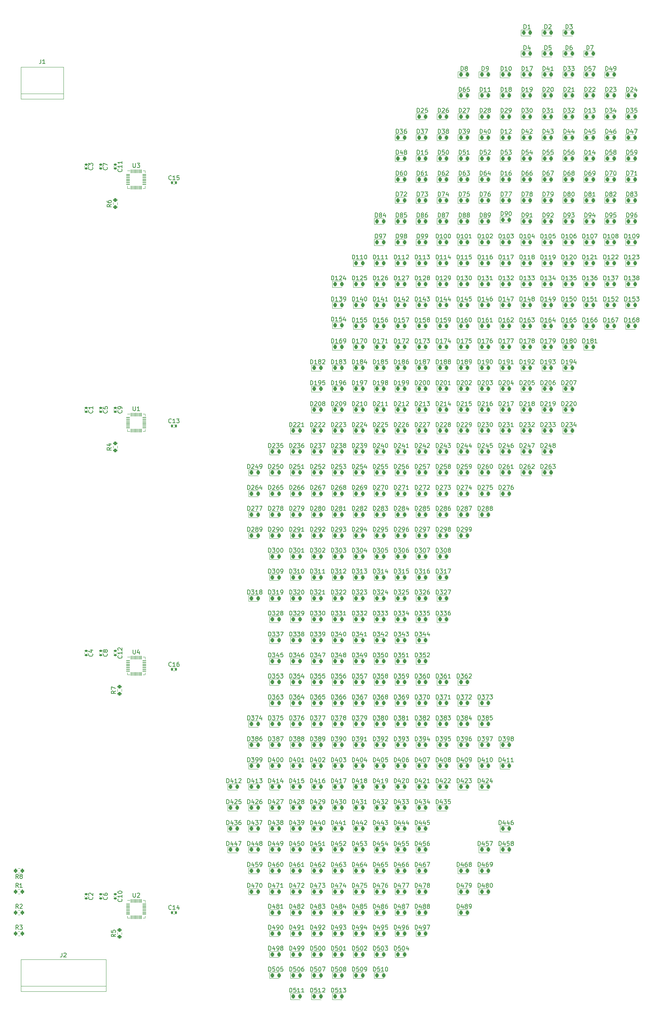
<source format=gto>
G04 #@! TF.GenerationSoftware,KiCad,Pcbnew,7.0.9*
G04 #@! TF.CreationDate,2025-01-02T12:42:29+01:00*
G04 #@! TF.ProjectId,lightning-map,6c696768-746e-4696-9e67-2d6d61702e6b,rev?*
G04 #@! TF.SameCoordinates,Original*
G04 #@! TF.FileFunction,Legend,Top*
G04 #@! TF.FilePolarity,Positive*
%FSLAX46Y46*%
G04 Gerber Fmt 4.6, Leading zero omitted, Abs format (unit mm)*
G04 Created by KiCad (PCBNEW 7.0.9) date 2025-01-02 12:42:29*
%MOMM*%
%LPD*%
G01*
G04 APERTURE LIST*
G04 Aperture macros list*
%AMRoundRect*
0 Rectangle with rounded corners*
0 $1 Rounding radius*
0 $2 $3 $4 $5 $6 $7 $8 $9 X,Y pos of 4 corners*
0 Add a 4 corners polygon primitive as box body*
4,1,4,$2,$3,$4,$5,$6,$7,$8,$9,$2,$3,0*
0 Add four circle primitives for the rounded corners*
1,1,$1+$1,$2,$3*
1,1,$1+$1,$4,$5*
1,1,$1+$1,$6,$7*
1,1,$1+$1,$8,$9*
0 Add four rect primitives between the rounded corners*
20,1,$1+$1,$2,$3,$4,$5,0*
20,1,$1+$1,$4,$5,$6,$7,0*
20,1,$1+$1,$6,$7,$8,$9,0*
20,1,$1+$1,$8,$9,$2,$3,0*%
G04 Aperture macros list end*
%ADD10C,0.150000*%
%ADD11C,0.120000*%
%ADD12RoundRect,0.218750X-0.218750X-0.256250X0.218750X-0.256250X0.218750X0.256250X-0.218750X0.256250X0*%
%ADD13RoundRect,0.140000X-0.140000X-0.170000X0.140000X-0.170000X0.140000X0.170000X-0.140000X0.170000X0*%
%ADD14R,3.000000X3.000000*%
%ADD15C,3.000000*%
%ADD16RoundRect,0.200000X-0.200000X-0.275000X0.200000X-0.275000X0.200000X0.275000X-0.200000X0.275000X0*%
%ADD17RoundRect,0.200000X0.275000X-0.200000X0.275000X0.200000X-0.275000X0.200000X-0.275000X-0.200000X0*%
%ADD18RoundRect,0.140000X-0.170000X0.140000X-0.170000X-0.140000X0.170000X-0.140000X0.170000X0.140000X0*%
%ADD19RoundRect,0.050000X-0.362500X-0.050000X0.362500X-0.050000X0.362500X0.050000X-0.362500X0.050000X0*%
%ADD20RoundRect,0.050000X-0.050000X-0.362500X0.050000X-0.362500X0.050000X0.362500X-0.050000X0.362500X0*%
%ADD21R,2.300000X2.300000*%
%ADD22RoundRect,0.200000X0.200000X0.275000X-0.200000X0.275000X-0.200000X-0.275000X0.200000X-0.275000X0*%
G04 APERTURE END LIST*
D10*
X336597024Y-144024819D02*
X336597024Y-143024819D01*
X336597024Y-143024819D02*
X336835119Y-143024819D01*
X336835119Y-143024819D02*
X336977976Y-143072438D01*
X336977976Y-143072438D02*
X337073214Y-143167676D01*
X337073214Y-143167676D02*
X337120833Y-143262914D01*
X337120833Y-143262914D02*
X337168452Y-143453390D01*
X337168452Y-143453390D02*
X337168452Y-143596247D01*
X337168452Y-143596247D02*
X337120833Y-143786723D01*
X337120833Y-143786723D02*
X337073214Y-143881961D01*
X337073214Y-143881961D02*
X336977976Y-143977200D01*
X336977976Y-143977200D02*
X336835119Y-144024819D01*
X336835119Y-144024819D02*
X336597024Y-144024819D01*
X338120833Y-144024819D02*
X337549405Y-144024819D01*
X337835119Y-144024819D02*
X337835119Y-143024819D01*
X337835119Y-143024819D02*
X337739881Y-143167676D01*
X337739881Y-143167676D02*
X337644643Y-143262914D01*
X337644643Y-143262914D02*
X337549405Y-143310533D01*
X338739881Y-143024819D02*
X338835119Y-143024819D01*
X338835119Y-143024819D02*
X338930357Y-143072438D01*
X338930357Y-143072438D02*
X338977976Y-143120057D01*
X338977976Y-143120057D02*
X339025595Y-143215295D01*
X339025595Y-143215295D02*
X339073214Y-143405771D01*
X339073214Y-143405771D02*
X339073214Y-143643866D01*
X339073214Y-143643866D02*
X339025595Y-143834342D01*
X339025595Y-143834342D02*
X338977976Y-143929580D01*
X338977976Y-143929580D02*
X338930357Y-143977200D01*
X338930357Y-143977200D02*
X338835119Y-144024819D01*
X338835119Y-144024819D02*
X338739881Y-144024819D01*
X338739881Y-144024819D02*
X338644643Y-143977200D01*
X338644643Y-143977200D02*
X338597024Y-143929580D01*
X338597024Y-143929580D02*
X338549405Y-143834342D01*
X338549405Y-143834342D02*
X338501786Y-143643866D01*
X338501786Y-143643866D02*
X338501786Y-143405771D01*
X338501786Y-143405771D02*
X338549405Y-143215295D01*
X338549405Y-143215295D02*
X338597024Y-143120057D01*
X338597024Y-143120057D02*
X338644643Y-143072438D01*
X338644643Y-143072438D02*
X338739881Y-143024819D01*
X339406548Y-143024819D02*
X340025595Y-143024819D01*
X340025595Y-143024819D02*
X339692262Y-143405771D01*
X339692262Y-143405771D02*
X339835119Y-143405771D01*
X339835119Y-143405771D02*
X339930357Y-143453390D01*
X339930357Y-143453390D02*
X339977976Y-143501009D01*
X339977976Y-143501009D02*
X340025595Y-143596247D01*
X340025595Y-143596247D02*
X340025595Y-143834342D01*
X340025595Y-143834342D02*
X339977976Y-143929580D01*
X339977976Y-143929580D02*
X339930357Y-143977200D01*
X339930357Y-143977200D02*
X339835119Y-144024819D01*
X339835119Y-144024819D02*
X339549405Y-144024819D01*
X339549405Y-144024819D02*
X339454167Y-143977200D01*
X339454167Y-143977200D02*
X339406548Y-143929580D01*
X311597024Y-174024819D02*
X311597024Y-173024819D01*
X311597024Y-173024819D02*
X311835119Y-173024819D01*
X311835119Y-173024819D02*
X311977976Y-173072438D01*
X311977976Y-173072438D02*
X312073214Y-173167676D01*
X312073214Y-173167676D02*
X312120833Y-173262914D01*
X312120833Y-173262914D02*
X312168452Y-173453390D01*
X312168452Y-173453390D02*
X312168452Y-173596247D01*
X312168452Y-173596247D02*
X312120833Y-173786723D01*
X312120833Y-173786723D02*
X312073214Y-173881961D01*
X312073214Y-173881961D02*
X311977976Y-173977200D01*
X311977976Y-173977200D02*
X311835119Y-174024819D01*
X311835119Y-174024819D02*
X311597024Y-174024819D01*
X313120833Y-174024819D02*
X312549405Y-174024819D01*
X312835119Y-174024819D02*
X312835119Y-173024819D01*
X312835119Y-173024819D02*
X312739881Y-173167676D01*
X312739881Y-173167676D02*
X312644643Y-173262914D01*
X312644643Y-173262914D02*
X312549405Y-173310533D01*
X313692262Y-173453390D02*
X313597024Y-173405771D01*
X313597024Y-173405771D02*
X313549405Y-173358152D01*
X313549405Y-173358152D02*
X313501786Y-173262914D01*
X313501786Y-173262914D02*
X313501786Y-173215295D01*
X313501786Y-173215295D02*
X313549405Y-173120057D01*
X313549405Y-173120057D02*
X313597024Y-173072438D01*
X313597024Y-173072438D02*
X313692262Y-173024819D01*
X313692262Y-173024819D02*
X313882738Y-173024819D01*
X313882738Y-173024819D02*
X313977976Y-173072438D01*
X313977976Y-173072438D02*
X314025595Y-173120057D01*
X314025595Y-173120057D02*
X314073214Y-173215295D01*
X314073214Y-173215295D02*
X314073214Y-173262914D01*
X314073214Y-173262914D02*
X314025595Y-173358152D01*
X314025595Y-173358152D02*
X313977976Y-173405771D01*
X313977976Y-173405771D02*
X313882738Y-173453390D01*
X313882738Y-173453390D02*
X313692262Y-173453390D01*
X313692262Y-173453390D02*
X313597024Y-173501009D01*
X313597024Y-173501009D02*
X313549405Y-173548628D01*
X313549405Y-173548628D02*
X313501786Y-173643866D01*
X313501786Y-173643866D02*
X313501786Y-173834342D01*
X313501786Y-173834342D02*
X313549405Y-173929580D01*
X313549405Y-173929580D02*
X313597024Y-173977200D01*
X313597024Y-173977200D02*
X313692262Y-174024819D01*
X313692262Y-174024819D02*
X313882738Y-174024819D01*
X313882738Y-174024819D02*
X313977976Y-173977200D01*
X313977976Y-173977200D02*
X314025595Y-173929580D01*
X314025595Y-173929580D02*
X314073214Y-173834342D01*
X314073214Y-173834342D02*
X314073214Y-173643866D01*
X314073214Y-173643866D02*
X314025595Y-173548628D01*
X314025595Y-173548628D02*
X313977976Y-173501009D01*
X313977976Y-173501009D02*
X313882738Y-173453390D01*
X314930357Y-173024819D02*
X314739881Y-173024819D01*
X314739881Y-173024819D02*
X314644643Y-173072438D01*
X314644643Y-173072438D02*
X314597024Y-173120057D01*
X314597024Y-173120057D02*
X314501786Y-173262914D01*
X314501786Y-173262914D02*
X314454167Y-173453390D01*
X314454167Y-173453390D02*
X314454167Y-173834342D01*
X314454167Y-173834342D02*
X314501786Y-173929580D01*
X314501786Y-173929580D02*
X314549405Y-173977200D01*
X314549405Y-173977200D02*
X314644643Y-174024819D01*
X314644643Y-174024819D02*
X314835119Y-174024819D01*
X314835119Y-174024819D02*
X314930357Y-173977200D01*
X314930357Y-173977200D02*
X314977976Y-173929580D01*
X314977976Y-173929580D02*
X315025595Y-173834342D01*
X315025595Y-173834342D02*
X315025595Y-173596247D01*
X315025595Y-173596247D02*
X314977976Y-173501009D01*
X314977976Y-173501009D02*
X314930357Y-173453390D01*
X314930357Y-173453390D02*
X314835119Y-173405771D01*
X314835119Y-173405771D02*
X314644643Y-173405771D01*
X314644643Y-173405771D02*
X314549405Y-173453390D01*
X314549405Y-173453390D02*
X314501786Y-173501009D01*
X314501786Y-173501009D02*
X314454167Y-173596247D01*
X286597024Y-254024819D02*
X286597024Y-253024819D01*
X286597024Y-253024819D02*
X286835119Y-253024819D01*
X286835119Y-253024819D02*
X286977976Y-253072438D01*
X286977976Y-253072438D02*
X287073214Y-253167676D01*
X287073214Y-253167676D02*
X287120833Y-253262914D01*
X287120833Y-253262914D02*
X287168452Y-253453390D01*
X287168452Y-253453390D02*
X287168452Y-253596247D01*
X287168452Y-253596247D02*
X287120833Y-253786723D01*
X287120833Y-253786723D02*
X287073214Y-253881961D01*
X287073214Y-253881961D02*
X286977976Y-253977200D01*
X286977976Y-253977200D02*
X286835119Y-254024819D01*
X286835119Y-254024819D02*
X286597024Y-254024819D01*
X287501786Y-253024819D02*
X288120833Y-253024819D01*
X288120833Y-253024819D02*
X287787500Y-253405771D01*
X287787500Y-253405771D02*
X287930357Y-253405771D01*
X287930357Y-253405771D02*
X288025595Y-253453390D01*
X288025595Y-253453390D02*
X288073214Y-253501009D01*
X288073214Y-253501009D02*
X288120833Y-253596247D01*
X288120833Y-253596247D02*
X288120833Y-253834342D01*
X288120833Y-253834342D02*
X288073214Y-253929580D01*
X288073214Y-253929580D02*
X288025595Y-253977200D01*
X288025595Y-253977200D02*
X287930357Y-254024819D01*
X287930357Y-254024819D02*
X287644643Y-254024819D01*
X287644643Y-254024819D02*
X287549405Y-253977200D01*
X287549405Y-253977200D02*
X287501786Y-253929580D01*
X288977976Y-253024819D02*
X288787500Y-253024819D01*
X288787500Y-253024819D02*
X288692262Y-253072438D01*
X288692262Y-253072438D02*
X288644643Y-253120057D01*
X288644643Y-253120057D02*
X288549405Y-253262914D01*
X288549405Y-253262914D02*
X288501786Y-253453390D01*
X288501786Y-253453390D02*
X288501786Y-253834342D01*
X288501786Y-253834342D02*
X288549405Y-253929580D01*
X288549405Y-253929580D02*
X288597024Y-253977200D01*
X288597024Y-253977200D02*
X288692262Y-254024819D01*
X288692262Y-254024819D02*
X288882738Y-254024819D01*
X288882738Y-254024819D02*
X288977976Y-253977200D01*
X288977976Y-253977200D02*
X289025595Y-253929580D01*
X289025595Y-253929580D02*
X289073214Y-253834342D01*
X289073214Y-253834342D02*
X289073214Y-253596247D01*
X289073214Y-253596247D02*
X289025595Y-253501009D01*
X289025595Y-253501009D02*
X288977976Y-253453390D01*
X288977976Y-253453390D02*
X288882738Y-253405771D01*
X288882738Y-253405771D02*
X288692262Y-253405771D01*
X288692262Y-253405771D02*
X288597024Y-253453390D01*
X288597024Y-253453390D02*
X288549405Y-253501009D01*
X288549405Y-253501009D02*
X288501786Y-253596247D01*
X289930357Y-253358152D02*
X289930357Y-254024819D01*
X289692262Y-252977200D02*
X289454167Y-253691485D01*
X289454167Y-253691485D02*
X290073214Y-253691485D01*
X306597024Y-154024819D02*
X306597024Y-153024819D01*
X306597024Y-153024819D02*
X306835119Y-153024819D01*
X306835119Y-153024819D02*
X306977976Y-153072438D01*
X306977976Y-153072438D02*
X307073214Y-153167676D01*
X307073214Y-153167676D02*
X307120833Y-153262914D01*
X307120833Y-153262914D02*
X307168452Y-153453390D01*
X307168452Y-153453390D02*
X307168452Y-153596247D01*
X307168452Y-153596247D02*
X307120833Y-153786723D01*
X307120833Y-153786723D02*
X307073214Y-153881961D01*
X307073214Y-153881961D02*
X306977976Y-153977200D01*
X306977976Y-153977200D02*
X306835119Y-154024819D01*
X306835119Y-154024819D02*
X306597024Y-154024819D01*
X308120833Y-154024819D02*
X307549405Y-154024819D01*
X307835119Y-154024819D02*
X307835119Y-153024819D01*
X307835119Y-153024819D02*
X307739881Y-153167676D01*
X307739881Y-153167676D02*
X307644643Y-153262914D01*
X307644643Y-153262914D02*
X307549405Y-153310533D01*
X308501786Y-153120057D02*
X308549405Y-153072438D01*
X308549405Y-153072438D02*
X308644643Y-153024819D01*
X308644643Y-153024819D02*
X308882738Y-153024819D01*
X308882738Y-153024819D02*
X308977976Y-153072438D01*
X308977976Y-153072438D02*
X309025595Y-153120057D01*
X309025595Y-153120057D02*
X309073214Y-153215295D01*
X309073214Y-153215295D02*
X309073214Y-153310533D01*
X309073214Y-153310533D02*
X309025595Y-153453390D01*
X309025595Y-153453390D02*
X308454167Y-154024819D01*
X308454167Y-154024819D02*
X309073214Y-154024819D01*
X309930357Y-153024819D02*
X309739881Y-153024819D01*
X309739881Y-153024819D02*
X309644643Y-153072438D01*
X309644643Y-153072438D02*
X309597024Y-153120057D01*
X309597024Y-153120057D02*
X309501786Y-153262914D01*
X309501786Y-153262914D02*
X309454167Y-153453390D01*
X309454167Y-153453390D02*
X309454167Y-153834342D01*
X309454167Y-153834342D02*
X309501786Y-153929580D01*
X309501786Y-153929580D02*
X309549405Y-153977200D01*
X309549405Y-153977200D02*
X309644643Y-154024819D01*
X309644643Y-154024819D02*
X309835119Y-154024819D01*
X309835119Y-154024819D02*
X309930357Y-153977200D01*
X309930357Y-153977200D02*
X309977976Y-153929580D01*
X309977976Y-153929580D02*
X310025595Y-153834342D01*
X310025595Y-153834342D02*
X310025595Y-153596247D01*
X310025595Y-153596247D02*
X309977976Y-153501009D01*
X309977976Y-153501009D02*
X309930357Y-153453390D01*
X309930357Y-153453390D02*
X309835119Y-153405771D01*
X309835119Y-153405771D02*
X309644643Y-153405771D01*
X309644643Y-153405771D02*
X309549405Y-153453390D01*
X309549405Y-153453390D02*
X309501786Y-153501009D01*
X309501786Y-153501009D02*
X309454167Y-153596247D01*
X362073214Y-139024819D02*
X362073214Y-138024819D01*
X362073214Y-138024819D02*
X362311309Y-138024819D01*
X362311309Y-138024819D02*
X362454166Y-138072438D01*
X362454166Y-138072438D02*
X362549404Y-138167676D01*
X362549404Y-138167676D02*
X362597023Y-138262914D01*
X362597023Y-138262914D02*
X362644642Y-138453390D01*
X362644642Y-138453390D02*
X362644642Y-138596247D01*
X362644642Y-138596247D02*
X362597023Y-138786723D01*
X362597023Y-138786723D02*
X362549404Y-138881961D01*
X362549404Y-138881961D02*
X362454166Y-138977200D01*
X362454166Y-138977200D02*
X362311309Y-139024819D01*
X362311309Y-139024819D02*
X362073214Y-139024819D01*
X363120833Y-139024819D02*
X363311309Y-139024819D01*
X363311309Y-139024819D02*
X363406547Y-138977200D01*
X363406547Y-138977200D02*
X363454166Y-138929580D01*
X363454166Y-138929580D02*
X363549404Y-138786723D01*
X363549404Y-138786723D02*
X363597023Y-138596247D01*
X363597023Y-138596247D02*
X363597023Y-138215295D01*
X363597023Y-138215295D02*
X363549404Y-138120057D01*
X363549404Y-138120057D02*
X363501785Y-138072438D01*
X363501785Y-138072438D02*
X363406547Y-138024819D01*
X363406547Y-138024819D02*
X363216071Y-138024819D01*
X363216071Y-138024819D02*
X363120833Y-138072438D01*
X363120833Y-138072438D02*
X363073214Y-138120057D01*
X363073214Y-138120057D02*
X363025595Y-138215295D01*
X363025595Y-138215295D02*
X363025595Y-138453390D01*
X363025595Y-138453390D02*
X363073214Y-138548628D01*
X363073214Y-138548628D02*
X363120833Y-138596247D01*
X363120833Y-138596247D02*
X363216071Y-138643866D01*
X363216071Y-138643866D02*
X363406547Y-138643866D01*
X363406547Y-138643866D02*
X363501785Y-138596247D01*
X363501785Y-138596247D02*
X363549404Y-138548628D01*
X363549404Y-138548628D02*
X363597023Y-138453390D01*
X364501785Y-138024819D02*
X364025595Y-138024819D01*
X364025595Y-138024819D02*
X363977976Y-138501009D01*
X363977976Y-138501009D02*
X364025595Y-138453390D01*
X364025595Y-138453390D02*
X364120833Y-138405771D01*
X364120833Y-138405771D02*
X364358928Y-138405771D01*
X364358928Y-138405771D02*
X364454166Y-138453390D01*
X364454166Y-138453390D02*
X364501785Y-138501009D01*
X364501785Y-138501009D02*
X364549404Y-138596247D01*
X364549404Y-138596247D02*
X364549404Y-138834342D01*
X364549404Y-138834342D02*
X364501785Y-138929580D01*
X364501785Y-138929580D02*
X364454166Y-138977200D01*
X364454166Y-138977200D02*
X364358928Y-139024819D01*
X364358928Y-139024819D02*
X364120833Y-139024819D01*
X364120833Y-139024819D02*
X364025595Y-138977200D01*
X364025595Y-138977200D02*
X363977976Y-138929580D01*
X317073214Y-129024819D02*
X317073214Y-128024819D01*
X317073214Y-128024819D02*
X317311309Y-128024819D01*
X317311309Y-128024819D02*
X317454166Y-128072438D01*
X317454166Y-128072438D02*
X317549404Y-128167676D01*
X317549404Y-128167676D02*
X317597023Y-128262914D01*
X317597023Y-128262914D02*
X317644642Y-128453390D01*
X317644642Y-128453390D02*
X317644642Y-128596247D01*
X317644642Y-128596247D02*
X317597023Y-128786723D01*
X317597023Y-128786723D02*
X317549404Y-128881961D01*
X317549404Y-128881961D02*
X317454166Y-128977200D01*
X317454166Y-128977200D02*
X317311309Y-129024819D01*
X317311309Y-129024819D02*
X317073214Y-129024819D01*
X318501785Y-128024819D02*
X318311309Y-128024819D01*
X318311309Y-128024819D02*
X318216071Y-128072438D01*
X318216071Y-128072438D02*
X318168452Y-128120057D01*
X318168452Y-128120057D02*
X318073214Y-128262914D01*
X318073214Y-128262914D02*
X318025595Y-128453390D01*
X318025595Y-128453390D02*
X318025595Y-128834342D01*
X318025595Y-128834342D02*
X318073214Y-128929580D01*
X318073214Y-128929580D02*
X318120833Y-128977200D01*
X318120833Y-128977200D02*
X318216071Y-129024819D01*
X318216071Y-129024819D02*
X318406547Y-129024819D01*
X318406547Y-129024819D02*
X318501785Y-128977200D01*
X318501785Y-128977200D02*
X318549404Y-128929580D01*
X318549404Y-128929580D02*
X318597023Y-128834342D01*
X318597023Y-128834342D02*
X318597023Y-128596247D01*
X318597023Y-128596247D02*
X318549404Y-128501009D01*
X318549404Y-128501009D02*
X318501785Y-128453390D01*
X318501785Y-128453390D02*
X318406547Y-128405771D01*
X318406547Y-128405771D02*
X318216071Y-128405771D01*
X318216071Y-128405771D02*
X318120833Y-128453390D01*
X318120833Y-128453390D02*
X318073214Y-128501009D01*
X318073214Y-128501009D02*
X318025595Y-128596247D01*
X319549404Y-129024819D02*
X318977976Y-129024819D01*
X319263690Y-129024819D02*
X319263690Y-128024819D01*
X319263690Y-128024819D02*
X319168452Y-128167676D01*
X319168452Y-128167676D02*
X319073214Y-128262914D01*
X319073214Y-128262914D02*
X318977976Y-128310533D01*
X331597024Y-299024819D02*
X331597024Y-298024819D01*
X331597024Y-298024819D02*
X331835119Y-298024819D01*
X331835119Y-298024819D02*
X331977976Y-298072438D01*
X331977976Y-298072438D02*
X332073214Y-298167676D01*
X332073214Y-298167676D02*
X332120833Y-298262914D01*
X332120833Y-298262914D02*
X332168452Y-298453390D01*
X332168452Y-298453390D02*
X332168452Y-298596247D01*
X332168452Y-298596247D02*
X332120833Y-298786723D01*
X332120833Y-298786723D02*
X332073214Y-298881961D01*
X332073214Y-298881961D02*
X331977976Y-298977200D01*
X331977976Y-298977200D02*
X331835119Y-299024819D01*
X331835119Y-299024819D02*
X331597024Y-299024819D01*
X333025595Y-298358152D02*
X333025595Y-299024819D01*
X332787500Y-297977200D02*
X332549405Y-298691485D01*
X332549405Y-298691485D02*
X333168452Y-298691485D01*
X333692262Y-298453390D02*
X333597024Y-298405771D01*
X333597024Y-298405771D02*
X333549405Y-298358152D01*
X333549405Y-298358152D02*
X333501786Y-298262914D01*
X333501786Y-298262914D02*
X333501786Y-298215295D01*
X333501786Y-298215295D02*
X333549405Y-298120057D01*
X333549405Y-298120057D02*
X333597024Y-298072438D01*
X333597024Y-298072438D02*
X333692262Y-298024819D01*
X333692262Y-298024819D02*
X333882738Y-298024819D01*
X333882738Y-298024819D02*
X333977976Y-298072438D01*
X333977976Y-298072438D02*
X334025595Y-298120057D01*
X334025595Y-298120057D02*
X334073214Y-298215295D01*
X334073214Y-298215295D02*
X334073214Y-298262914D01*
X334073214Y-298262914D02*
X334025595Y-298358152D01*
X334025595Y-298358152D02*
X333977976Y-298405771D01*
X333977976Y-298405771D02*
X333882738Y-298453390D01*
X333882738Y-298453390D02*
X333692262Y-298453390D01*
X333692262Y-298453390D02*
X333597024Y-298501009D01*
X333597024Y-298501009D02*
X333549405Y-298548628D01*
X333549405Y-298548628D02*
X333501786Y-298643866D01*
X333501786Y-298643866D02*
X333501786Y-298834342D01*
X333501786Y-298834342D02*
X333549405Y-298929580D01*
X333549405Y-298929580D02*
X333597024Y-298977200D01*
X333597024Y-298977200D02*
X333692262Y-299024819D01*
X333692262Y-299024819D02*
X333882738Y-299024819D01*
X333882738Y-299024819D02*
X333977976Y-298977200D01*
X333977976Y-298977200D02*
X334025595Y-298929580D01*
X334025595Y-298929580D02*
X334073214Y-298834342D01*
X334073214Y-298834342D02*
X334073214Y-298643866D01*
X334073214Y-298643866D02*
X334025595Y-298548628D01*
X334025595Y-298548628D02*
X333977976Y-298501009D01*
X333977976Y-298501009D02*
X333882738Y-298453390D01*
X334692262Y-298024819D02*
X334787500Y-298024819D01*
X334787500Y-298024819D02*
X334882738Y-298072438D01*
X334882738Y-298072438D02*
X334930357Y-298120057D01*
X334930357Y-298120057D02*
X334977976Y-298215295D01*
X334977976Y-298215295D02*
X335025595Y-298405771D01*
X335025595Y-298405771D02*
X335025595Y-298643866D01*
X335025595Y-298643866D02*
X334977976Y-298834342D01*
X334977976Y-298834342D02*
X334930357Y-298929580D01*
X334930357Y-298929580D02*
X334882738Y-298977200D01*
X334882738Y-298977200D02*
X334787500Y-299024819D01*
X334787500Y-299024819D02*
X334692262Y-299024819D01*
X334692262Y-299024819D02*
X334597024Y-298977200D01*
X334597024Y-298977200D02*
X334549405Y-298929580D01*
X334549405Y-298929580D02*
X334501786Y-298834342D01*
X334501786Y-298834342D02*
X334454167Y-298643866D01*
X334454167Y-298643866D02*
X334454167Y-298405771D01*
X334454167Y-298405771D02*
X334501786Y-298215295D01*
X334501786Y-298215295D02*
X334549405Y-298120057D01*
X334549405Y-298120057D02*
X334597024Y-298072438D01*
X334597024Y-298072438D02*
X334692262Y-298024819D01*
X258357142Y-246149580D02*
X258309523Y-246197200D01*
X258309523Y-246197200D02*
X258166666Y-246244819D01*
X258166666Y-246244819D02*
X258071428Y-246244819D01*
X258071428Y-246244819D02*
X257928571Y-246197200D01*
X257928571Y-246197200D02*
X257833333Y-246101961D01*
X257833333Y-246101961D02*
X257785714Y-246006723D01*
X257785714Y-246006723D02*
X257738095Y-245816247D01*
X257738095Y-245816247D02*
X257738095Y-245673390D01*
X257738095Y-245673390D02*
X257785714Y-245482914D01*
X257785714Y-245482914D02*
X257833333Y-245387676D01*
X257833333Y-245387676D02*
X257928571Y-245292438D01*
X257928571Y-245292438D02*
X258071428Y-245244819D01*
X258071428Y-245244819D02*
X258166666Y-245244819D01*
X258166666Y-245244819D02*
X258309523Y-245292438D01*
X258309523Y-245292438D02*
X258357142Y-245340057D01*
X259309523Y-246244819D02*
X258738095Y-246244819D01*
X259023809Y-246244819D02*
X259023809Y-245244819D01*
X259023809Y-245244819D02*
X258928571Y-245387676D01*
X258928571Y-245387676D02*
X258833333Y-245482914D01*
X258833333Y-245482914D02*
X258738095Y-245530533D01*
X260166666Y-245244819D02*
X259976190Y-245244819D01*
X259976190Y-245244819D02*
X259880952Y-245292438D01*
X259880952Y-245292438D02*
X259833333Y-245340057D01*
X259833333Y-245340057D02*
X259738095Y-245482914D01*
X259738095Y-245482914D02*
X259690476Y-245673390D01*
X259690476Y-245673390D02*
X259690476Y-246054342D01*
X259690476Y-246054342D02*
X259738095Y-246149580D01*
X259738095Y-246149580D02*
X259785714Y-246197200D01*
X259785714Y-246197200D02*
X259880952Y-246244819D01*
X259880952Y-246244819D02*
X260071428Y-246244819D01*
X260071428Y-246244819D02*
X260166666Y-246197200D01*
X260166666Y-246197200D02*
X260214285Y-246149580D01*
X260214285Y-246149580D02*
X260261904Y-246054342D01*
X260261904Y-246054342D02*
X260261904Y-245816247D01*
X260261904Y-245816247D02*
X260214285Y-245721009D01*
X260214285Y-245721009D02*
X260166666Y-245673390D01*
X260166666Y-245673390D02*
X260071428Y-245625771D01*
X260071428Y-245625771D02*
X259880952Y-245625771D01*
X259880952Y-245625771D02*
X259785714Y-245673390D01*
X259785714Y-245673390D02*
X259738095Y-245721009D01*
X259738095Y-245721009D02*
X259690476Y-245816247D01*
X301597024Y-284024819D02*
X301597024Y-283024819D01*
X301597024Y-283024819D02*
X301835119Y-283024819D01*
X301835119Y-283024819D02*
X301977976Y-283072438D01*
X301977976Y-283072438D02*
X302073214Y-283167676D01*
X302073214Y-283167676D02*
X302120833Y-283262914D01*
X302120833Y-283262914D02*
X302168452Y-283453390D01*
X302168452Y-283453390D02*
X302168452Y-283596247D01*
X302168452Y-283596247D02*
X302120833Y-283786723D01*
X302120833Y-283786723D02*
X302073214Y-283881961D01*
X302073214Y-283881961D02*
X301977976Y-283977200D01*
X301977976Y-283977200D02*
X301835119Y-284024819D01*
X301835119Y-284024819D02*
X301597024Y-284024819D01*
X303025595Y-283358152D02*
X303025595Y-284024819D01*
X302787500Y-282977200D02*
X302549405Y-283691485D01*
X302549405Y-283691485D02*
X303168452Y-283691485D01*
X303977976Y-283358152D02*
X303977976Y-284024819D01*
X303739881Y-282977200D02*
X303501786Y-283691485D01*
X303501786Y-283691485D02*
X304120833Y-283691485D01*
X304454167Y-283120057D02*
X304501786Y-283072438D01*
X304501786Y-283072438D02*
X304597024Y-283024819D01*
X304597024Y-283024819D02*
X304835119Y-283024819D01*
X304835119Y-283024819D02*
X304930357Y-283072438D01*
X304930357Y-283072438D02*
X304977976Y-283120057D01*
X304977976Y-283120057D02*
X305025595Y-283215295D01*
X305025595Y-283215295D02*
X305025595Y-283310533D01*
X305025595Y-283310533D02*
X304977976Y-283453390D01*
X304977976Y-283453390D02*
X304406548Y-284024819D01*
X304406548Y-284024819D02*
X305025595Y-284024819D01*
X296597024Y-154024819D02*
X296597024Y-153024819D01*
X296597024Y-153024819D02*
X296835119Y-153024819D01*
X296835119Y-153024819D02*
X296977976Y-153072438D01*
X296977976Y-153072438D02*
X297073214Y-153167676D01*
X297073214Y-153167676D02*
X297120833Y-153262914D01*
X297120833Y-153262914D02*
X297168452Y-153453390D01*
X297168452Y-153453390D02*
X297168452Y-153596247D01*
X297168452Y-153596247D02*
X297120833Y-153786723D01*
X297120833Y-153786723D02*
X297073214Y-153881961D01*
X297073214Y-153881961D02*
X296977976Y-153977200D01*
X296977976Y-153977200D02*
X296835119Y-154024819D01*
X296835119Y-154024819D02*
X296597024Y-154024819D01*
X298120833Y-154024819D02*
X297549405Y-154024819D01*
X297835119Y-154024819D02*
X297835119Y-153024819D01*
X297835119Y-153024819D02*
X297739881Y-153167676D01*
X297739881Y-153167676D02*
X297644643Y-153262914D01*
X297644643Y-153262914D02*
X297549405Y-153310533D01*
X298501786Y-153120057D02*
X298549405Y-153072438D01*
X298549405Y-153072438D02*
X298644643Y-153024819D01*
X298644643Y-153024819D02*
X298882738Y-153024819D01*
X298882738Y-153024819D02*
X298977976Y-153072438D01*
X298977976Y-153072438D02*
X299025595Y-153120057D01*
X299025595Y-153120057D02*
X299073214Y-153215295D01*
X299073214Y-153215295D02*
X299073214Y-153310533D01*
X299073214Y-153310533D02*
X299025595Y-153453390D01*
X299025595Y-153453390D02*
X298454167Y-154024819D01*
X298454167Y-154024819D02*
X299073214Y-154024819D01*
X299930357Y-153358152D02*
X299930357Y-154024819D01*
X299692262Y-152977200D02*
X299454167Y-153691485D01*
X299454167Y-153691485D02*
X300073214Y-153691485D01*
X306597024Y-264024819D02*
X306597024Y-263024819D01*
X306597024Y-263024819D02*
X306835119Y-263024819D01*
X306835119Y-263024819D02*
X306977976Y-263072438D01*
X306977976Y-263072438D02*
X307073214Y-263167676D01*
X307073214Y-263167676D02*
X307120833Y-263262914D01*
X307120833Y-263262914D02*
X307168452Y-263453390D01*
X307168452Y-263453390D02*
X307168452Y-263596247D01*
X307168452Y-263596247D02*
X307120833Y-263786723D01*
X307120833Y-263786723D02*
X307073214Y-263881961D01*
X307073214Y-263881961D02*
X306977976Y-263977200D01*
X306977976Y-263977200D02*
X306835119Y-264024819D01*
X306835119Y-264024819D02*
X306597024Y-264024819D01*
X307501786Y-263024819D02*
X308120833Y-263024819D01*
X308120833Y-263024819D02*
X307787500Y-263405771D01*
X307787500Y-263405771D02*
X307930357Y-263405771D01*
X307930357Y-263405771D02*
X308025595Y-263453390D01*
X308025595Y-263453390D02*
X308073214Y-263501009D01*
X308073214Y-263501009D02*
X308120833Y-263596247D01*
X308120833Y-263596247D02*
X308120833Y-263834342D01*
X308120833Y-263834342D02*
X308073214Y-263929580D01*
X308073214Y-263929580D02*
X308025595Y-263977200D01*
X308025595Y-263977200D02*
X307930357Y-264024819D01*
X307930357Y-264024819D02*
X307644643Y-264024819D01*
X307644643Y-264024819D02*
X307549405Y-263977200D01*
X307549405Y-263977200D02*
X307501786Y-263929580D01*
X308597024Y-264024819D02*
X308787500Y-264024819D01*
X308787500Y-264024819D02*
X308882738Y-263977200D01*
X308882738Y-263977200D02*
X308930357Y-263929580D01*
X308930357Y-263929580D02*
X309025595Y-263786723D01*
X309025595Y-263786723D02*
X309073214Y-263596247D01*
X309073214Y-263596247D02*
X309073214Y-263215295D01*
X309073214Y-263215295D02*
X309025595Y-263120057D01*
X309025595Y-263120057D02*
X308977976Y-263072438D01*
X308977976Y-263072438D02*
X308882738Y-263024819D01*
X308882738Y-263024819D02*
X308692262Y-263024819D01*
X308692262Y-263024819D02*
X308597024Y-263072438D01*
X308597024Y-263072438D02*
X308549405Y-263120057D01*
X308549405Y-263120057D02*
X308501786Y-263215295D01*
X308501786Y-263215295D02*
X308501786Y-263453390D01*
X308501786Y-263453390D02*
X308549405Y-263548628D01*
X308549405Y-263548628D02*
X308597024Y-263596247D01*
X308597024Y-263596247D02*
X308692262Y-263643866D01*
X308692262Y-263643866D02*
X308882738Y-263643866D01*
X308882738Y-263643866D02*
X308977976Y-263596247D01*
X308977976Y-263596247D02*
X309025595Y-263548628D01*
X309025595Y-263548628D02*
X309073214Y-263453390D01*
X309454167Y-263120057D02*
X309501786Y-263072438D01*
X309501786Y-263072438D02*
X309597024Y-263024819D01*
X309597024Y-263024819D02*
X309835119Y-263024819D01*
X309835119Y-263024819D02*
X309930357Y-263072438D01*
X309930357Y-263072438D02*
X309977976Y-263120057D01*
X309977976Y-263120057D02*
X310025595Y-263215295D01*
X310025595Y-263215295D02*
X310025595Y-263310533D01*
X310025595Y-263310533D02*
X309977976Y-263453390D01*
X309977976Y-263453390D02*
X309406548Y-264024819D01*
X309406548Y-264024819D02*
X310025595Y-264024819D01*
X321597024Y-264024819D02*
X321597024Y-263024819D01*
X321597024Y-263024819D02*
X321835119Y-263024819D01*
X321835119Y-263024819D02*
X321977976Y-263072438D01*
X321977976Y-263072438D02*
X322073214Y-263167676D01*
X322073214Y-263167676D02*
X322120833Y-263262914D01*
X322120833Y-263262914D02*
X322168452Y-263453390D01*
X322168452Y-263453390D02*
X322168452Y-263596247D01*
X322168452Y-263596247D02*
X322120833Y-263786723D01*
X322120833Y-263786723D02*
X322073214Y-263881961D01*
X322073214Y-263881961D02*
X321977976Y-263977200D01*
X321977976Y-263977200D02*
X321835119Y-264024819D01*
X321835119Y-264024819D02*
X321597024Y-264024819D01*
X322501786Y-263024819D02*
X323120833Y-263024819D01*
X323120833Y-263024819D02*
X322787500Y-263405771D01*
X322787500Y-263405771D02*
X322930357Y-263405771D01*
X322930357Y-263405771D02*
X323025595Y-263453390D01*
X323025595Y-263453390D02*
X323073214Y-263501009D01*
X323073214Y-263501009D02*
X323120833Y-263596247D01*
X323120833Y-263596247D02*
X323120833Y-263834342D01*
X323120833Y-263834342D02*
X323073214Y-263929580D01*
X323073214Y-263929580D02*
X323025595Y-263977200D01*
X323025595Y-263977200D02*
X322930357Y-264024819D01*
X322930357Y-264024819D02*
X322644643Y-264024819D01*
X322644643Y-264024819D02*
X322549405Y-263977200D01*
X322549405Y-263977200D02*
X322501786Y-263929580D01*
X323597024Y-264024819D02*
X323787500Y-264024819D01*
X323787500Y-264024819D02*
X323882738Y-263977200D01*
X323882738Y-263977200D02*
X323930357Y-263929580D01*
X323930357Y-263929580D02*
X324025595Y-263786723D01*
X324025595Y-263786723D02*
X324073214Y-263596247D01*
X324073214Y-263596247D02*
X324073214Y-263215295D01*
X324073214Y-263215295D02*
X324025595Y-263120057D01*
X324025595Y-263120057D02*
X323977976Y-263072438D01*
X323977976Y-263072438D02*
X323882738Y-263024819D01*
X323882738Y-263024819D02*
X323692262Y-263024819D01*
X323692262Y-263024819D02*
X323597024Y-263072438D01*
X323597024Y-263072438D02*
X323549405Y-263120057D01*
X323549405Y-263120057D02*
X323501786Y-263215295D01*
X323501786Y-263215295D02*
X323501786Y-263453390D01*
X323501786Y-263453390D02*
X323549405Y-263548628D01*
X323549405Y-263548628D02*
X323597024Y-263596247D01*
X323597024Y-263596247D02*
X323692262Y-263643866D01*
X323692262Y-263643866D02*
X323882738Y-263643866D01*
X323882738Y-263643866D02*
X323977976Y-263596247D01*
X323977976Y-263596247D02*
X324025595Y-263548628D01*
X324025595Y-263548628D02*
X324073214Y-263453390D01*
X324977976Y-263024819D02*
X324501786Y-263024819D01*
X324501786Y-263024819D02*
X324454167Y-263501009D01*
X324454167Y-263501009D02*
X324501786Y-263453390D01*
X324501786Y-263453390D02*
X324597024Y-263405771D01*
X324597024Y-263405771D02*
X324835119Y-263405771D01*
X324835119Y-263405771D02*
X324930357Y-263453390D01*
X324930357Y-263453390D02*
X324977976Y-263501009D01*
X324977976Y-263501009D02*
X325025595Y-263596247D01*
X325025595Y-263596247D02*
X325025595Y-263834342D01*
X325025595Y-263834342D02*
X324977976Y-263929580D01*
X324977976Y-263929580D02*
X324930357Y-263977200D01*
X324930357Y-263977200D02*
X324835119Y-264024819D01*
X324835119Y-264024819D02*
X324597024Y-264024819D01*
X324597024Y-264024819D02*
X324501786Y-263977200D01*
X324501786Y-263977200D02*
X324454167Y-263929580D01*
X322073214Y-129024819D02*
X322073214Y-128024819D01*
X322073214Y-128024819D02*
X322311309Y-128024819D01*
X322311309Y-128024819D02*
X322454166Y-128072438D01*
X322454166Y-128072438D02*
X322549404Y-128167676D01*
X322549404Y-128167676D02*
X322597023Y-128262914D01*
X322597023Y-128262914D02*
X322644642Y-128453390D01*
X322644642Y-128453390D02*
X322644642Y-128596247D01*
X322644642Y-128596247D02*
X322597023Y-128786723D01*
X322597023Y-128786723D02*
X322549404Y-128881961D01*
X322549404Y-128881961D02*
X322454166Y-128977200D01*
X322454166Y-128977200D02*
X322311309Y-129024819D01*
X322311309Y-129024819D02*
X322073214Y-129024819D01*
X323501785Y-128024819D02*
X323311309Y-128024819D01*
X323311309Y-128024819D02*
X323216071Y-128072438D01*
X323216071Y-128072438D02*
X323168452Y-128120057D01*
X323168452Y-128120057D02*
X323073214Y-128262914D01*
X323073214Y-128262914D02*
X323025595Y-128453390D01*
X323025595Y-128453390D02*
X323025595Y-128834342D01*
X323025595Y-128834342D02*
X323073214Y-128929580D01*
X323073214Y-128929580D02*
X323120833Y-128977200D01*
X323120833Y-128977200D02*
X323216071Y-129024819D01*
X323216071Y-129024819D02*
X323406547Y-129024819D01*
X323406547Y-129024819D02*
X323501785Y-128977200D01*
X323501785Y-128977200D02*
X323549404Y-128929580D01*
X323549404Y-128929580D02*
X323597023Y-128834342D01*
X323597023Y-128834342D02*
X323597023Y-128596247D01*
X323597023Y-128596247D02*
X323549404Y-128501009D01*
X323549404Y-128501009D02*
X323501785Y-128453390D01*
X323501785Y-128453390D02*
X323406547Y-128405771D01*
X323406547Y-128405771D02*
X323216071Y-128405771D01*
X323216071Y-128405771D02*
X323120833Y-128453390D01*
X323120833Y-128453390D02*
X323073214Y-128501009D01*
X323073214Y-128501009D02*
X323025595Y-128596247D01*
X323977976Y-128120057D02*
X324025595Y-128072438D01*
X324025595Y-128072438D02*
X324120833Y-128024819D01*
X324120833Y-128024819D02*
X324358928Y-128024819D01*
X324358928Y-128024819D02*
X324454166Y-128072438D01*
X324454166Y-128072438D02*
X324501785Y-128120057D01*
X324501785Y-128120057D02*
X324549404Y-128215295D01*
X324549404Y-128215295D02*
X324549404Y-128310533D01*
X324549404Y-128310533D02*
X324501785Y-128453390D01*
X324501785Y-128453390D02*
X323930357Y-129024819D01*
X323930357Y-129024819D02*
X324549404Y-129024819D01*
X296597024Y-279024819D02*
X296597024Y-278024819D01*
X296597024Y-278024819D02*
X296835119Y-278024819D01*
X296835119Y-278024819D02*
X296977976Y-278072438D01*
X296977976Y-278072438D02*
X297073214Y-278167676D01*
X297073214Y-278167676D02*
X297120833Y-278262914D01*
X297120833Y-278262914D02*
X297168452Y-278453390D01*
X297168452Y-278453390D02*
X297168452Y-278596247D01*
X297168452Y-278596247D02*
X297120833Y-278786723D01*
X297120833Y-278786723D02*
X297073214Y-278881961D01*
X297073214Y-278881961D02*
X296977976Y-278977200D01*
X296977976Y-278977200D02*
X296835119Y-279024819D01*
X296835119Y-279024819D02*
X296597024Y-279024819D01*
X298025595Y-278358152D02*
X298025595Y-279024819D01*
X297787500Y-277977200D02*
X297549405Y-278691485D01*
X297549405Y-278691485D02*
X298168452Y-278691485D01*
X298454167Y-278024819D02*
X299073214Y-278024819D01*
X299073214Y-278024819D02*
X298739881Y-278405771D01*
X298739881Y-278405771D02*
X298882738Y-278405771D01*
X298882738Y-278405771D02*
X298977976Y-278453390D01*
X298977976Y-278453390D02*
X299025595Y-278501009D01*
X299025595Y-278501009D02*
X299073214Y-278596247D01*
X299073214Y-278596247D02*
X299073214Y-278834342D01*
X299073214Y-278834342D02*
X299025595Y-278929580D01*
X299025595Y-278929580D02*
X298977976Y-278977200D01*
X298977976Y-278977200D02*
X298882738Y-279024819D01*
X298882738Y-279024819D02*
X298597024Y-279024819D01*
X298597024Y-279024819D02*
X298501786Y-278977200D01*
X298501786Y-278977200D02*
X298454167Y-278929580D01*
X299692262Y-278024819D02*
X299787500Y-278024819D01*
X299787500Y-278024819D02*
X299882738Y-278072438D01*
X299882738Y-278072438D02*
X299930357Y-278120057D01*
X299930357Y-278120057D02*
X299977976Y-278215295D01*
X299977976Y-278215295D02*
X300025595Y-278405771D01*
X300025595Y-278405771D02*
X300025595Y-278643866D01*
X300025595Y-278643866D02*
X299977976Y-278834342D01*
X299977976Y-278834342D02*
X299930357Y-278929580D01*
X299930357Y-278929580D02*
X299882738Y-278977200D01*
X299882738Y-278977200D02*
X299787500Y-279024819D01*
X299787500Y-279024819D02*
X299692262Y-279024819D01*
X299692262Y-279024819D02*
X299597024Y-278977200D01*
X299597024Y-278977200D02*
X299549405Y-278929580D01*
X299549405Y-278929580D02*
X299501786Y-278834342D01*
X299501786Y-278834342D02*
X299454167Y-278643866D01*
X299454167Y-278643866D02*
X299454167Y-278405771D01*
X299454167Y-278405771D02*
X299501786Y-278215295D01*
X299501786Y-278215295D02*
X299549405Y-278120057D01*
X299549405Y-278120057D02*
X299597024Y-278072438D01*
X299597024Y-278072438D02*
X299692262Y-278024819D01*
X291597024Y-289024819D02*
X291597024Y-288024819D01*
X291597024Y-288024819D02*
X291835119Y-288024819D01*
X291835119Y-288024819D02*
X291977976Y-288072438D01*
X291977976Y-288072438D02*
X292073214Y-288167676D01*
X292073214Y-288167676D02*
X292120833Y-288262914D01*
X292120833Y-288262914D02*
X292168452Y-288453390D01*
X292168452Y-288453390D02*
X292168452Y-288596247D01*
X292168452Y-288596247D02*
X292120833Y-288786723D01*
X292120833Y-288786723D02*
X292073214Y-288881961D01*
X292073214Y-288881961D02*
X291977976Y-288977200D01*
X291977976Y-288977200D02*
X291835119Y-289024819D01*
X291835119Y-289024819D02*
X291597024Y-289024819D01*
X293025595Y-288358152D02*
X293025595Y-289024819D01*
X292787500Y-287977200D02*
X292549405Y-288691485D01*
X292549405Y-288691485D02*
X293168452Y-288691485D01*
X294025595Y-288024819D02*
X293549405Y-288024819D01*
X293549405Y-288024819D02*
X293501786Y-288501009D01*
X293501786Y-288501009D02*
X293549405Y-288453390D01*
X293549405Y-288453390D02*
X293644643Y-288405771D01*
X293644643Y-288405771D02*
X293882738Y-288405771D01*
X293882738Y-288405771D02*
X293977976Y-288453390D01*
X293977976Y-288453390D02*
X294025595Y-288501009D01*
X294025595Y-288501009D02*
X294073214Y-288596247D01*
X294073214Y-288596247D02*
X294073214Y-288834342D01*
X294073214Y-288834342D02*
X294025595Y-288929580D01*
X294025595Y-288929580D02*
X293977976Y-288977200D01*
X293977976Y-288977200D02*
X293882738Y-289024819D01*
X293882738Y-289024819D02*
X293644643Y-289024819D01*
X293644643Y-289024819D02*
X293549405Y-288977200D01*
X293549405Y-288977200D02*
X293501786Y-288929580D01*
X295025595Y-289024819D02*
X294454167Y-289024819D01*
X294739881Y-289024819D02*
X294739881Y-288024819D01*
X294739881Y-288024819D02*
X294644643Y-288167676D01*
X294644643Y-288167676D02*
X294549405Y-288262914D01*
X294549405Y-288262914D02*
X294454167Y-288310533D01*
X281597024Y-284024819D02*
X281597024Y-283024819D01*
X281597024Y-283024819D02*
X281835119Y-283024819D01*
X281835119Y-283024819D02*
X281977976Y-283072438D01*
X281977976Y-283072438D02*
X282073214Y-283167676D01*
X282073214Y-283167676D02*
X282120833Y-283262914D01*
X282120833Y-283262914D02*
X282168452Y-283453390D01*
X282168452Y-283453390D02*
X282168452Y-283596247D01*
X282168452Y-283596247D02*
X282120833Y-283786723D01*
X282120833Y-283786723D02*
X282073214Y-283881961D01*
X282073214Y-283881961D02*
X281977976Y-283977200D01*
X281977976Y-283977200D02*
X281835119Y-284024819D01*
X281835119Y-284024819D02*
X281597024Y-284024819D01*
X283025595Y-283358152D02*
X283025595Y-284024819D01*
X282787500Y-282977200D02*
X282549405Y-283691485D01*
X282549405Y-283691485D02*
X283168452Y-283691485D01*
X283454167Y-283024819D02*
X284073214Y-283024819D01*
X284073214Y-283024819D02*
X283739881Y-283405771D01*
X283739881Y-283405771D02*
X283882738Y-283405771D01*
X283882738Y-283405771D02*
X283977976Y-283453390D01*
X283977976Y-283453390D02*
X284025595Y-283501009D01*
X284025595Y-283501009D02*
X284073214Y-283596247D01*
X284073214Y-283596247D02*
X284073214Y-283834342D01*
X284073214Y-283834342D02*
X284025595Y-283929580D01*
X284025595Y-283929580D02*
X283977976Y-283977200D01*
X283977976Y-283977200D02*
X283882738Y-284024819D01*
X283882738Y-284024819D02*
X283597024Y-284024819D01*
X283597024Y-284024819D02*
X283501786Y-283977200D01*
X283501786Y-283977200D02*
X283454167Y-283929580D01*
X284644643Y-283453390D02*
X284549405Y-283405771D01*
X284549405Y-283405771D02*
X284501786Y-283358152D01*
X284501786Y-283358152D02*
X284454167Y-283262914D01*
X284454167Y-283262914D02*
X284454167Y-283215295D01*
X284454167Y-283215295D02*
X284501786Y-283120057D01*
X284501786Y-283120057D02*
X284549405Y-283072438D01*
X284549405Y-283072438D02*
X284644643Y-283024819D01*
X284644643Y-283024819D02*
X284835119Y-283024819D01*
X284835119Y-283024819D02*
X284930357Y-283072438D01*
X284930357Y-283072438D02*
X284977976Y-283120057D01*
X284977976Y-283120057D02*
X285025595Y-283215295D01*
X285025595Y-283215295D02*
X285025595Y-283262914D01*
X285025595Y-283262914D02*
X284977976Y-283358152D01*
X284977976Y-283358152D02*
X284930357Y-283405771D01*
X284930357Y-283405771D02*
X284835119Y-283453390D01*
X284835119Y-283453390D02*
X284644643Y-283453390D01*
X284644643Y-283453390D02*
X284549405Y-283501009D01*
X284549405Y-283501009D02*
X284501786Y-283548628D01*
X284501786Y-283548628D02*
X284454167Y-283643866D01*
X284454167Y-283643866D02*
X284454167Y-283834342D01*
X284454167Y-283834342D02*
X284501786Y-283929580D01*
X284501786Y-283929580D02*
X284549405Y-283977200D01*
X284549405Y-283977200D02*
X284644643Y-284024819D01*
X284644643Y-284024819D02*
X284835119Y-284024819D01*
X284835119Y-284024819D02*
X284930357Y-283977200D01*
X284930357Y-283977200D02*
X284977976Y-283929580D01*
X284977976Y-283929580D02*
X285025595Y-283834342D01*
X285025595Y-283834342D02*
X285025595Y-283643866D01*
X285025595Y-283643866D02*
X284977976Y-283548628D01*
X284977976Y-283548628D02*
X284930357Y-283501009D01*
X284930357Y-283501009D02*
X284835119Y-283453390D01*
X331597024Y-204024819D02*
X331597024Y-203024819D01*
X331597024Y-203024819D02*
X331835119Y-203024819D01*
X331835119Y-203024819D02*
X331977976Y-203072438D01*
X331977976Y-203072438D02*
X332073214Y-203167676D01*
X332073214Y-203167676D02*
X332120833Y-203262914D01*
X332120833Y-203262914D02*
X332168452Y-203453390D01*
X332168452Y-203453390D02*
X332168452Y-203596247D01*
X332168452Y-203596247D02*
X332120833Y-203786723D01*
X332120833Y-203786723D02*
X332073214Y-203881961D01*
X332073214Y-203881961D02*
X331977976Y-203977200D01*
X331977976Y-203977200D02*
X331835119Y-204024819D01*
X331835119Y-204024819D02*
X331597024Y-204024819D01*
X332549405Y-203120057D02*
X332597024Y-203072438D01*
X332597024Y-203072438D02*
X332692262Y-203024819D01*
X332692262Y-203024819D02*
X332930357Y-203024819D01*
X332930357Y-203024819D02*
X333025595Y-203072438D01*
X333025595Y-203072438D02*
X333073214Y-203120057D01*
X333073214Y-203120057D02*
X333120833Y-203215295D01*
X333120833Y-203215295D02*
X333120833Y-203310533D01*
X333120833Y-203310533D02*
X333073214Y-203453390D01*
X333073214Y-203453390D02*
X332501786Y-204024819D01*
X332501786Y-204024819D02*
X333120833Y-204024819D01*
X333454167Y-203024819D02*
X334120833Y-203024819D01*
X334120833Y-203024819D02*
X333692262Y-204024819D01*
X334977976Y-203024819D02*
X334501786Y-203024819D01*
X334501786Y-203024819D02*
X334454167Y-203501009D01*
X334454167Y-203501009D02*
X334501786Y-203453390D01*
X334501786Y-203453390D02*
X334597024Y-203405771D01*
X334597024Y-203405771D02*
X334835119Y-203405771D01*
X334835119Y-203405771D02*
X334930357Y-203453390D01*
X334930357Y-203453390D02*
X334977976Y-203501009D01*
X334977976Y-203501009D02*
X335025595Y-203596247D01*
X335025595Y-203596247D02*
X335025595Y-203834342D01*
X335025595Y-203834342D02*
X334977976Y-203929580D01*
X334977976Y-203929580D02*
X334930357Y-203977200D01*
X334930357Y-203977200D02*
X334835119Y-204024819D01*
X334835119Y-204024819D02*
X334597024Y-204024819D01*
X334597024Y-204024819D02*
X334501786Y-203977200D01*
X334501786Y-203977200D02*
X334454167Y-203929580D01*
X296597024Y-249024819D02*
X296597024Y-248024819D01*
X296597024Y-248024819D02*
X296835119Y-248024819D01*
X296835119Y-248024819D02*
X296977976Y-248072438D01*
X296977976Y-248072438D02*
X297073214Y-248167676D01*
X297073214Y-248167676D02*
X297120833Y-248262914D01*
X297120833Y-248262914D02*
X297168452Y-248453390D01*
X297168452Y-248453390D02*
X297168452Y-248596247D01*
X297168452Y-248596247D02*
X297120833Y-248786723D01*
X297120833Y-248786723D02*
X297073214Y-248881961D01*
X297073214Y-248881961D02*
X296977976Y-248977200D01*
X296977976Y-248977200D02*
X296835119Y-249024819D01*
X296835119Y-249024819D02*
X296597024Y-249024819D01*
X297501786Y-248024819D02*
X298120833Y-248024819D01*
X298120833Y-248024819D02*
X297787500Y-248405771D01*
X297787500Y-248405771D02*
X297930357Y-248405771D01*
X297930357Y-248405771D02*
X298025595Y-248453390D01*
X298025595Y-248453390D02*
X298073214Y-248501009D01*
X298073214Y-248501009D02*
X298120833Y-248596247D01*
X298120833Y-248596247D02*
X298120833Y-248834342D01*
X298120833Y-248834342D02*
X298073214Y-248929580D01*
X298073214Y-248929580D02*
X298025595Y-248977200D01*
X298025595Y-248977200D02*
X297930357Y-249024819D01*
X297930357Y-249024819D02*
X297644643Y-249024819D01*
X297644643Y-249024819D02*
X297549405Y-248977200D01*
X297549405Y-248977200D02*
X297501786Y-248929580D01*
X299025595Y-248024819D02*
X298549405Y-248024819D01*
X298549405Y-248024819D02*
X298501786Y-248501009D01*
X298501786Y-248501009D02*
X298549405Y-248453390D01*
X298549405Y-248453390D02*
X298644643Y-248405771D01*
X298644643Y-248405771D02*
X298882738Y-248405771D01*
X298882738Y-248405771D02*
X298977976Y-248453390D01*
X298977976Y-248453390D02*
X299025595Y-248501009D01*
X299025595Y-248501009D02*
X299073214Y-248596247D01*
X299073214Y-248596247D02*
X299073214Y-248834342D01*
X299073214Y-248834342D02*
X299025595Y-248929580D01*
X299025595Y-248929580D02*
X298977976Y-248977200D01*
X298977976Y-248977200D02*
X298882738Y-249024819D01*
X298882738Y-249024819D02*
X298644643Y-249024819D01*
X298644643Y-249024819D02*
X298549405Y-248977200D01*
X298549405Y-248977200D02*
X298501786Y-248929580D01*
X299930357Y-248024819D02*
X299739881Y-248024819D01*
X299739881Y-248024819D02*
X299644643Y-248072438D01*
X299644643Y-248072438D02*
X299597024Y-248120057D01*
X299597024Y-248120057D02*
X299501786Y-248262914D01*
X299501786Y-248262914D02*
X299454167Y-248453390D01*
X299454167Y-248453390D02*
X299454167Y-248834342D01*
X299454167Y-248834342D02*
X299501786Y-248929580D01*
X299501786Y-248929580D02*
X299549405Y-248977200D01*
X299549405Y-248977200D02*
X299644643Y-249024819D01*
X299644643Y-249024819D02*
X299835119Y-249024819D01*
X299835119Y-249024819D02*
X299930357Y-248977200D01*
X299930357Y-248977200D02*
X299977976Y-248929580D01*
X299977976Y-248929580D02*
X300025595Y-248834342D01*
X300025595Y-248834342D02*
X300025595Y-248596247D01*
X300025595Y-248596247D02*
X299977976Y-248501009D01*
X299977976Y-248501009D02*
X299930357Y-248453390D01*
X299930357Y-248453390D02*
X299835119Y-248405771D01*
X299835119Y-248405771D02*
X299644643Y-248405771D01*
X299644643Y-248405771D02*
X299549405Y-248453390D01*
X299549405Y-248453390D02*
X299501786Y-248501009D01*
X299501786Y-248501009D02*
X299454167Y-248596247D01*
X291597024Y-304024819D02*
X291597024Y-303024819D01*
X291597024Y-303024819D02*
X291835119Y-303024819D01*
X291835119Y-303024819D02*
X291977976Y-303072438D01*
X291977976Y-303072438D02*
X292073214Y-303167676D01*
X292073214Y-303167676D02*
X292120833Y-303262914D01*
X292120833Y-303262914D02*
X292168452Y-303453390D01*
X292168452Y-303453390D02*
X292168452Y-303596247D01*
X292168452Y-303596247D02*
X292120833Y-303786723D01*
X292120833Y-303786723D02*
X292073214Y-303881961D01*
X292073214Y-303881961D02*
X291977976Y-303977200D01*
X291977976Y-303977200D02*
X291835119Y-304024819D01*
X291835119Y-304024819D02*
X291597024Y-304024819D01*
X293025595Y-303358152D02*
X293025595Y-304024819D01*
X292787500Y-302977200D02*
X292549405Y-303691485D01*
X292549405Y-303691485D02*
X293168452Y-303691485D01*
X293692262Y-303453390D02*
X293597024Y-303405771D01*
X293597024Y-303405771D02*
X293549405Y-303358152D01*
X293549405Y-303358152D02*
X293501786Y-303262914D01*
X293501786Y-303262914D02*
X293501786Y-303215295D01*
X293501786Y-303215295D02*
X293549405Y-303120057D01*
X293549405Y-303120057D02*
X293597024Y-303072438D01*
X293597024Y-303072438D02*
X293692262Y-303024819D01*
X293692262Y-303024819D02*
X293882738Y-303024819D01*
X293882738Y-303024819D02*
X293977976Y-303072438D01*
X293977976Y-303072438D02*
X294025595Y-303120057D01*
X294025595Y-303120057D02*
X294073214Y-303215295D01*
X294073214Y-303215295D02*
X294073214Y-303262914D01*
X294073214Y-303262914D02*
X294025595Y-303358152D01*
X294025595Y-303358152D02*
X293977976Y-303405771D01*
X293977976Y-303405771D02*
X293882738Y-303453390D01*
X293882738Y-303453390D02*
X293692262Y-303453390D01*
X293692262Y-303453390D02*
X293597024Y-303501009D01*
X293597024Y-303501009D02*
X293549405Y-303548628D01*
X293549405Y-303548628D02*
X293501786Y-303643866D01*
X293501786Y-303643866D02*
X293501786Y-303834342D01*
X293501786Y-303834342D02*
X293549405Y-303929580D01*
X293549405Y-303929580D02*
X293597024Y-303977200D01*
X293597024Y-303977200D02*
X293692262Y-304024819D01*
X293692262Y-304024819D02*
X293882738Y-304024819D01*
X293882738Y-304024819D02*
X293977976Y-303977200D01*
X293977976Y-303977200D02*
X294025595Y-303929580D01*
X294025595Y-303929580D02*
X294073214Y-303834342D01*
X294073214Y-303834342D02*
X294073214Y-303643866D01*
X294073214Y-303643866D02*
X294025595Y-303548628D01*
X294025595Y-303548628D02*
X293977976Y-303501009D01*
X293977976Y-303501009D02*
X293882738Y-303453390D01*
X294406548Y-303024819D02*
X295025595Y-303024819D01*
X295025595Y-303024819D02*
X294692262Y-303405771D01*
X294692262Y-303405771D02*
X294835119Y-303405771D01*
X294835119Y-303405771D02*
X294930357Y-303453390D01*
X294930357Y-303453390D02*
X294977976Y-303501009D01*
X294977976Y-303501009D02*
X295025595Y-303596247D01*
X295025595Y-303596247D02*
X295025595Y-303834342D01*
X295025595Y-303834342D02*
X294977976Y-303929580D01*
X294977976Y-303929580D02*
X294930357Y-303977200D01*
X294930357Y-303977200D02*
X294835119Y-304024819D01*
X294835119Y-304024819D02*
X294549405Y-304024819D01*
X294549405Y-304024819D02*
X294454167Y-303977200D01*
X294454167Y-303977200D02*
X294406548Y-303929580D01*
X336597024Y-289024819D02*
X336597024Y-288024819D01*
X336597024Y-288024819D02*
X336835119Y-288024819D01*
X336835119Y-288024819D02*
X336977976Y-288072438D01*
X336977976Y-288072438D02*
X337073214Y-288167676D01*
X337073214Y-288167676D02*
X337120833Y-288262914D01*
X337120833Y-288262914D02*
X337168452Y-288453390D01*
X337168452Y-288453390D02*
X337168452Y-288596247D01*
X337168452Y-288596247D02*
X337120833Y-288786723D01*
X337120833Y-288786723D02*
X337073214Y-288881961D01*
X337073214Y-288881961D02*
X336977976Y-288977200D01*
X336977976Y-288977200D02*
X336835119Y-289024819D01*
X336835119Y-289024819D02*
X336597024Y-289024819D01*
X338025595Y-288358152D02*
X338025595Y-289024819D01*
X337787500Y-287977200D02*
X337549405Y-288691485D01*
X337549405Y-288691485D02*
X338168452Y-288691485D01*
X339025595Y-288024819D02*
X338549405Y-288024819D01*
X338549405Y-288024819D02*
X338501786Y-288501009D01*
X338501786Y-288501009D02*
X338549405Y-288453390D01*
X338549405Y-288453390D02*
X338644643Y-288405771D01*
X338644643Y-288405771D02*
X338882738Y-288405771D01*
X338882738Y-288405771D02*
X338977976Y-288453390D01*
X338977976Y-288453390D02*
X339025595Y-288501009D01*
X339025595Y-288501009D02*
X339073214Y-288596247D01*
X339073214Y-288596247D02*
X339073214Y-288834342D01*
X339073214Y-288834342D02*
X339025595Y-288929580D01*
X339025595Y-288929580D02*
X338977976Y-288977200D01*
X338977976Y-288977200D02*
X338882738Y-289024819D01*
X338882738Y-289024819D02*
X338644643Y-289024819D01*
X338644643Y-289024819D02*
X338549405Y-288977200D01*
X338549405Y-288977200D02*
X338501786Y-288929580D01*
X339644643Y-288453390D02*
X339549405Y-288405771D01*
X339549405Y-288405771D02*
X339501786Y-288358152D01*
X339501786Y-288358152D02*
X339454167Y-288262914D01*
X339454167Y-288262914D02*
X339454167Y-288215295D01*
X339454167Y-288215295D02*
X339501786Y-288120057D01*
X339501786Y-288120057D02*
X339549405Y-288072438D01*
X339549405Y-288072438D02*
X339644643Y-288024819D01*
X339644643Y-288024819D02*
X339835119Y-288024819D01*
X339835119Y-288024819D02*
X339930357Y-288072438D01*
X339930357Y-288072438D02*
X339977976Y-288120057D01*
X339977976Y-288120057D02*
X340025595Y-288215295D01*
X340025595Y-288215295D02*
X340025595Y-288262914D01*
X340025595Y-288262914D02*
X339977976Y-288358152D01*
X339977976Y-288358152D02*
X339930357Y-288405771D01*
X339930357Y-288405771D02*
X339835119Y-288453390D01*
X339835119Y-288453390D02*
X339644643Y-288453390D01*
X339644643Y-288453390D02*
X339549405Y-288501009D01*
X339549405Y-288501009D02*
X339501786Y-288548628D01*
X339501786Y-288548628D02*
X339454167Y-288643866D01*
X339454167Y-288643866D02*
X339454167Y-288834342D01*
X339454167Y-288834342D02*
X339501786Y-288929580D01*
X339501786Y-288929580D02*
X339549405Y-288977200D01*
X339549405Y-288977200D02*
X339644643Y-289024819D01*
X339644643Y-289024819D02*
X339835119Y-289024819D01*
X339835119Y-289024819D02*
X339930357Y-288977200D01*
X339930357Y-288977200D02*
X339977976Y-288929580D01*
X339977976Y-288929580D02*
X340025595Y-288834342D01*
X340025595Y-288834342D02*
X340025595Y-288643866D01*
X340025595Y-288643866D02*
X339977976Y-288548628D01*
X339977976Y-288548628D02*
X339930357Y-288501009D01*
X339930357Y-288501009D02*
X339835119Y-288453390D01*
X306597024Y-299024819D02*
X306597024Y-298024819D01*
X306597024Y-298024819D02*
X306835119Y-298024819D01*
X306835119Y-298024819D02*
X306977976Y-298072438D01*
X306977976Y-298072438D02*
X307073214Y-298167676D01*
X307073214Y-298167676D02*
X307120833Y-298262914D01*
X307120833Y-298262914D02*
X307168452Y-298453390D01*
X307168452Y-298453390D02*
X307168452Y-298596247D01*
X307168452Y-298596247D02*
X307120833Y-298786723D01*
X307120833Y-298786723D02*
X307073214Y-298881961D01*
X307073214Y-298881961D02*
X306977976Y-298977200D01*
X306977976Y-298977200D02*
X306835119Y-299024819D01*
X306835119Y-299024819D02*
X306597024Y-299024819D01*
X308025595Y-298358152D02*
X308025595Y-299024819D01*
X307787500Y-297977200D02*
X307549405Y-298691485D01*
X307549405Y-298691485D02*
X308168452Y-298691485D01*
X308454167Y-298024819D02*
X309120833Y-298024819D01*
X309120833Y-298024819D02*
X308692262Y-299024819D01*
X309930357Y-298024819D02*
X309739881Y-298024819D01*
X309739881Y-298024819D02*
X309644643Y-298072438D01*
X309644643Y-298072438D02*
X309597024Y-298120057D01*
X309597024Y-298120057D02*
X309501786Y-298262914D01*
X309501786Y-298262914D02*
X309454167Y-298453390D01*
X309454167Y-298453390D02*
X309454167Y-298834342D01*
X309454167Y-298834342D02*
X309501786Y-298929580D01*
X309501786Y-298929580D02*
X309549405Y-298977200D01*
X309549405Y-298977200D02*
X309644643Y-299024819D01*
X309644643Y-299024819D02*
X309835119Y-299024819D01*
X309835119Y-299024819D02*
X309930357Y-298977200D01*
X309930357Y-298977200D02*
X309977976Y-298929580D01*
X309977976Y-298929580D02*
X310025595Y-298834342D01*
X310025595Y-298834342D02*
X310025595Y-298596247D01*
X310025595Y-298596247D02*
X309977976Y-298501009D01*
X309977976Y-298501009D02*
X309930357Y-298453390D01*
X309930357Y-298453390D02*
X309835119Y-298405771D01*
X309835119Y-298405771D02*
X309644643Y-298405771D01*
X309644643Y-298405771D02*
X309549405Y-298453390D01*
X309549405Y-298453390D02*
X309501786Y-298501009D01*
X309501786Y-298501009D02*
X309454167Y-298596247D01*
X332073214Y-129024819D02*
X332073214Y-128024819D01*
X332073214Y-128024819D02*
X332311309Y-128024819D01*
X332311309Y-128024819D02*
X332454166Y-128072438D01*
X332454166Y-128072438D02*
X332549404Y-128167676D01*
X332549404Y-128167676D02*
X332597023Y-128262914D01*
X332597023Y-128262914D02*
X332644642Y-128453390D01*
X332644642Y-128453390D02*
X332644642Y-128596247D01*
X332644642Y-128596247D02*
X332597023Y-128786723D01*
X332597023Y-128786723D02*
X332549404Y-128881961D01*
X332549404Y-128881961D02*
X332454166Y-128977200D01*
X332454166Y-128977200D02*
X332311309Y-129024819D01*
X332311309Y-129024819D02*
X332073214Y-129024819D01*
X333501785Y-128024819D02*
X333311309Y-128024819D01*
X333311309Y-128024819D02*
X333216071Y-128072438D01*
X333216071Y-128072438D02*
X333168452Y-128120057D01*
X333168452Y-128120057D02*
X333073214Y-128262914D01*
X333073214Y-128262914D02*
X333025595Y-128453390D01*
X333025595Y-128453390D02*
X333025595Y-128834342D01*
X333025595Y-128834342D02*
X333073214Y-128929580D01*
X333073214Y-128929580D02*
X333120833Y-128977200D01*
X333120833Y-128977200D02*
X333216071Y-129024819D01*
X333216071Y-129024819D02*
X333406547Y-129024819D01*
X333406547Y-129024819D02*
X333501785Y-128977200D01*
X333501785Y-128977200D02*
X333549404Y-128929580D01*
X333549404Y-128929580D02*
X333597023Y-128834342D01*
X333597023Y-128834342D02*
X333597023Y-128596247D01*
X333597023Y-128596247D02*
X333549404Y-128501009D01*
X333549404Y-128501009D02*
X333501785Y-128453390D01*
X333501785Y-128453390D02*
X333406547Y-128405771D01*
X333406547Y-128405771D02*
X333216071Y-128405771D01*
X333216071Y-128405771D02*
X333120833Y-128453390D01*
X333120833Y-128453390D02*
X333073214Y-128501009D01*
X333073214Y-128501009D02*
X333025595Y-128596247D01*
X334454166Y-128358152D02*
X334454166Y-129024819D01*
X334216071Y-127977200D02*
X333977976Y-128691485D01*
X333977976Y-128691485D02*
X334597023Y-128691485D01*
X347073214Y-134024819D02*
X347073214Y-133024819D01*
X347073214Y-133024819D02*
X347311309Y-133024819D01*
X347311309Y-133024819D02*
X347454166Y-133072438D01*
X347454166Y-133072438D02*
X347549404Y-133167676D01*
X347549404Y-133167676D02*
X347597023Y-133262914D01*
X347597023Y-133262914D02*
X347644642Y-133453390D01*
X347644642Y-133453390D02*
X347644642Y-133596247D01*
X347644642Y-133596247D02*
X347597023Y-133786723D01*
X347597023Y-133786723D02*
X347549404Y-133881961D01*
X347549404Y-133881961D02*
X347454166Y-133977200D01*
X347454166Y-133977200D02*
X347311309Y-134024819D01*
X347311309Y-134024819D02*
X347073214Y-134024819D01*
X347977976Y-133024819D02*
X348644642Y-133024819D01*
X348644642Y-133024819D02*
X348216071Y-134024819D01*
X349073214Y-134024819D02*
X349263690Y-134024819D01*
X349263690Y-134024819D02*
X349358928Y-133977200D01*
X349358928Y-133977200D02*
X349406547Y-133929580D01*
X349406547Y-133929580D02*
X349501785Y-133786723D01*
X349501785Y-133786723D02*
X349549404Y-133596247D01*
X349549404Y-133596247D02*
X349549404Y-133215295D01*
X349549404Y-133215295D02*
X349501785Y-133120057D01*
X349501785Y-133120057D02*
X349454166Y-133072438D01*
X349454166Y-133072438D02*
X349358928Y-133024819D01*
X349358928Y-133024819D02*
X349168452Y-133024819D01*
X349168452Y-133024819D02*
X349073214Y-133072438D01*
X349073214Y-133072438D02*
X349025595Y-133120057D01*
X349025595Y-133120057D02*
X348977976Y-133215295D01*
X348977976Y-133215295D02*
X348977976Y-133453390D01*
X348977976Y-133453390D02*
X349025595Y-133548628D01*
X349025595Y-133548628D02*
X349073214Y-133596247D01*
X349073214Y-133596247D02*
X349168452Y-133643866D01*
X349168452Y-133643866D02*
X349358928Y-133643866D01*
X349358928Y-133643866D02*
X349454166Y-133596247D01*
X349454166Y-133596247D02*
X349501785Y-133548628D01*
X349501785Y-133548628D02*
X349549404Y-133453390D01*
X346597024Y-179024819D02*
X346597024Y-178024819D01*
X346597024Y-178024819D02*
X346835119Y-178024819D01*
X346835119Y-178024819D02*
X346977976Y-178072438D01*
X346977976Y-178072438D02*
X347073214Y-178167676D01*
X347073214Y-178167676D02*
X347120833Y-178262914D01*
X347120833Y-178262914D02*
X347168452Y-178453390D01*
X347168452Y-178453390D02*
X347168452Y-178596247D01*
X347168452Y-178596247D02*
X347120833Y-178786723D01*
X347120833Y-178786723D02*
X347073214Y-178881961D01*
X347073214Y-178881961D02*
X346977976Y-178977200D01*
X346977976Y-178977200D02*
X346835119Y-179024819D01*
X346835119Y-179024819D02*
X346597024Y-179024819D01*
X347549405Y-178120057D02*
X347597024Y-178072438D01*
X347597024Y-178072438D02*
X347692262Y-178024819D01*
X347692262Y-178024819D02*
X347930357Y-178024819D01*
X347930357Y-178024819D02*
X348025595Y-178072438D01*
X348025595Y-178072438D02*
X348073214Y-178120057D01*
X348073214Y-178120057D02*
X348120833Y-178215295D01*
X348120833Y-178215295D02*
X348120833Y-178310533D01*
X348120833Y-178310533D02*
X348073214Y-178453390D01*
X348073214Y-178453390D02*
X347501786Y-179024819D01*
X347501786Y-179024819D02*
X348120833Y-179024819D01*
X348739881Y-178024819D02*
X348835119Y-178024819D01*
X348835119Y-178024819D02*
X348930357Y-178072438D01*
X348930357Y-178072438D02*
X348977976Y-178120057D01*
X348977976Y-178120057D02*
X349025595Y-178215295D01*
X349025595Y-178215295D02*
X349073214Y-178405771D01*
X349073214Y-178405771D02*
X349073214Y-178643866D01*
X349073214Y-178643866D02*
X349025595Y-178834342D01*
X349025595Y-178834342D02*
X348977976Y-178929580D01*
X348977976Y-178929580D02*
X348930357Y-178977200D01*
X348930357Y-178977200D02*
X348835119Y-179024819D01*
X348835119Y-179024819D02*
X348739881Y-179024819D01*
X348739881Y-179024819D02*
X348644643Y-178977200D01*
X348644643Y-178977200D02*
X348597024Y-178929580D01*
X348597024Y-178929580D02*
X348549405Y-178834342D01*
X348549405Y-178834342D02*
X348501786Y-178643866D01*
X348501786Y-178643866D02*
X348501786Y-178405771D01*
X348501786Y-178405771D02*
X348549405Y-178215295D01*
X348549405Y-178215295D02*
X348597024Y-178120057D01*
X348597024Y-178120057D02*
X348644643Y-178072438D01*
X348644643Y-178072438D02*
X348739881Y-178024819D01*
X349930357Y-178024819D02*
X349739881Y-178024819D01*
X349739881Y-178024819D02*
X349644643Y-178072438D01*
X349644643Y-178072438D02*
X349597024Y-178120057D01*
X349597024Y-178120057D02*
X349501786Y-178262914D01*
X349501786Y-178262914D02*
X349454167Y-178453390D01*
X349454167Y-178453390D02*
X349454167Y-178834342D01*
X349454167Y-178834342D02*
X349501786Y-178929580D01*
X349501786Y-178929580D02*
X349549405Y-178977200D01*
X349549405Y-178977200D02*
X349644643Y-179024819D01*
X349644643Y-179024819D02*
X349835119Y-179024819D01*
X349835119Y-179024819D02*
X349930357Y-178977200D01*
X349930357Y-178977200D02*
X349977976Y-178929580D01*
X349977976Y-178929580D02*
X350025595Y-178834342D01*
X350025595Y-178834342D02*
X350025595Y-178596247D01*
X350025595Y-178596247D02*
X349977976Y-178501009D01*
X349977976Y-178501009D02*
X349930357Y-178453390D01*
X349930357Y-178453390D02*
X349835119Y-178405771D01*
X349835119Y-178405771D02*
X349644643Y-178405771D01*
X349644643Y-178405771D02*
X349549405Y-178453390D01*
X349549405Y-178453390D02*
X349501786Y-178501009D01*
X349501786Y-178501009D02*
X349454167Y-178596247D01*
X227206666Y-101374819D02*
X227206666Y-102089104D01*
X227206666Y-102089104D02*
X227159047Y-102231961D01*
X227159047Y-102231961D02*
X227063809Y-102327200D01*
X227063809Y-102327200D02*
X226920952Y-102374819D01*
X226920952Y-102374819D02*
X226825714Y-102374819D01*
X228206666Y-102374819D02*
X227635238Y-102374819D01*
X227920952Y-102374819D02*
X227920952Y-101374819D01*
X227920952Y-101374819D02*
X227825714Y-101517676D01*
X227825714Y-101517676D02*
X227730476Y-101612914D01*
X227730476Y-101612914D02*
X227635238Y-101660533D01*
X286597024Y-284024819D02*
X286597024Y-283024819D01*
X286597024Y-283024819D02*
X286835119Y-283024819D01*
X286835119Y-283024819D02*
X286977976Y-283072438D01*
X286977976Y-283072438D02*
X287073214Y-283167676D01*
X287073214Y-283167676D02*
X287120833Y-283262914D01*
X287120833Y-283262914D02*
X287168452Y-283453390D01*
X287168452Y-283453390D02*
X287168452Y-283596247D01*
X287168452Y-283596247D02*
X287120833Y-283786723D01*
X287120833Y-283786723D02*
X287073214Y-283881961D01*
X287073214Y-283881961D02*
X286977976Y-283977200D01*
X286977976Y-283977200D02*
X286835119Y-284024819D01*
X286835119Y-284024819D02*
X286597024Y-284024819D01*
X288025595Y-283358152D02*
X288025595Y-284024819D01*
X287787500Y-282977200D02*
X287549405Y-283691485D01*
X287549405Y-283691485D02*
X288168452Y-283691485D01*
X288454167Y-283024819D02*
X289073214Y-283024819D01*
X289073214Y-283024819D02*
X288739881Y-283405771D01*
X288739881Y-283405771D02*
X288882738Y-283405771D01*
X288882738Y-283405771D02*
X288977976Y-283453390D01*
X288977976Y-283453390D02*
X289025595Y-283501009D01*
X289025595Y-283501009D02*
X289073214Y-283596247D01*
X289073214Y-283596247D02*
X289073214Y-283834342D01*
X289073214Y-283834342D02*
X289025595Y-283929580D01*
X289025595Y-283929580D02*
X288977976Y-283977200D01*
X288977976Y-283977200D02*
X288882738Y-284024819D01*
X288882738Y-284024819D02*
X288597024Y-284024819D01*
X288597024Y-284024819D02*
X288501786Y-283977200D01*
X288501786Y-283977200D02*
X288454167Y-283929580D01*
X289549405Y-284024819D02*
X289739881Y-284024819D01*
X289739881Y-284024819D02*
X289835119Y-283977200D01*
X289835119Y-283977200D02*
X289882738Y-283929580D01*
X289882738Y-283929580D02*
X289977976Y-283786723D01*
X289977976Y-283786723D02*
X290025595Y-283596247D01*
X290025595Y-283596247D02*
X290025595Y-283215295D01*
X290025595Y-283215295D02*
X289977976Y-283120057D01*
X289977976Y-283120057D02*
X289930357Y-283072438D01*
X289930357Y-283072438D02*
X289835119Y-283024819D01*
X289835119Y-283024819D02*
X289644643Y-283024819D01*
X289644643Y-283024819D02*
X289549405Y-283072438D01*
X289549405Y-283072438D02*
X289501786Y-283120057D01*
X289501786Y-283120057D02*
X289454167Y-283215295D01*
X289454167Y-283215295D02*
X289454167Y-283453390D01*
X289454167Y-283453390D02*
X289501786Y-283548628D01*
X289501786Y-283548628D02*
X289549405Y-283596247D01*
X289549405Y-283596247D02*
X289644643Y-283643866D01*
X289644643Y-283643866D02*
X289835119Y-283643866D01*
X289835119Y-283643866D02*
X289930357Y-283596247D01*
X289930357Y-283596247D02*
X289977976Y-283548628D01*
X289977976Y-283548628D02*
X290025595Y-283453390D01*
X336597024Y-189024819D02*
X336597024Y-188024819D01*
X336597024Y-188024819D02*
X336835119Y-188024819D01*
X336835119Y-188024819D02*
X336977976Y-188072438D01*
X336977976Y-188072438D02*
X337073214Y-188167676D01*
X337073214Y-188167676D02*
X337120833Y-188262914D01*
X337120833Y-188262914D02*
X337168452Y-188453390D01*
X337168452Y-188453390D02*
X337168452Y-188596247D01*
X337168452Y-188596247D02*
X337120833Y-188786723D01*
X337120833Y-188786723D02*
X337073214Y-188881961D01*
X337073214Y-188881961D02*
X336977976Y-188977200D01*
X336977976Y-188977200D02*
X336835119Y-189024819D01*
X336835119Y-189024819D02*
X336597024Y-189024819D01*
X337549405Y-188120057D02*
X337597024Y-188072438D01*
X337597024Y-188072438D02*
X337692262Y-188024819D01*
X337692262Y-188024819D02*
X337930357Y-188024819D01*
X337930357Y-188024819D02*
X338025595Y-188072438D01*
X338025595Y-188072438D02*
X338073214Y-188120057D01*
X338073214Y-188120057D02*
X338120833Y-188215295D01*
X338120833Y-188215295D02*
X338120833Y-188310533D01*
X338120833Y-188310533D02*
X338073214Y-188453390D01*
X338073214Y-188453390D02*
X337501786Y-189024819D01*
X337501786Y-189024819D02*
X338120833Y-189024819D01*
X338454167Y-188024819D02*
X339073214Y-188024819D01*
X339073214Y-188024819D02*
X338739881Y-188405771D01*
X338739881Y-188405771D02*
X338882738Y-188405771D01*
X338882738Y-188405771D02*
X338977976Y-188453390D01*
X338977976Y-188453390D02*
X339025595Y-188501009D01*
X339025595Y-188501009D02*
X339073214Y-188596247D01*
X339073214Y-188596247D02*
X339073214Y-188834342D01*
X339073214Y-188834342D02*
X339025595Y-188929580D01*
X339025595Y-188929580D02*
X338977976Y-188977200D01*
X338977976Y-188977200D02*
X338882738Y-189024819D01*
X338882738Y-189024819D02*
X338597024Y-189024819D01*
X338597024Y-189024819D02*
X338501786Y-188977200D01*
X338501786Y-188977200D02*
X338454167Y-188929580D01*
X340025595Y-189024819D02*
X339454167Y-189024819D01*
X339739881Y-189024819D02*
X339739881Y-188024819D01*
X339739881Y-188024819D02*
X339644643Y-188167676D01*
X339644643Y-188167676D02*
X339549405Y-188262914D01*
X339549405Y-188262914D02*
X339454167Y-188310533D01*
X342549405Y-94024819D02*
X342549405Y-93024819D01*
X342549405Y-93024819D02*
X342787500Y-93024819D01*
X342787500Y-93024819D02*
X342930357Y-93072438D01*
X342930357Y-93072438D02*
X343025595Y-93167676D01*
X343025595Y-93167676D02*
X343073214Y-93262914D01*
X343073214Y-93262914D02*
X343120833Y-93453390D01*
X343120833Y-93453390D02*
X343120833Y-93596247D01*
X343120833Y-93596247D02*
X343073214Y-93786723D01*
X343073214Y-93786723D02*
X343025595Y-93881961D01*
X343025595Y-93881961D02*
X342930357Y-93977200D01*
X342930357Y-93977200D02*
X342787500Y-94024819D01*
X342787500Y-94024819D02*
X342549405Y-94024819D01*
X344073214Y-94024819D02*
X343501786Y-94024819D01*
X343787500Y-94024819D02*
X343787500Y-93024819D01*
X343787500Y-93024819D02*
X343692262Y-93167676D01*
X343692262Y-93167676D02*
X343597024Y-93262914D01*
X343597024Y-93262914D02*
X343501786Y-93310533D01*
X321597024Y-154024819D02*
X321597024Y-153024819D01*
X321597024Y-153024819D02*
X321835119Y-153024819D01*
X321835119Y-153024819D02*
X321977976Y-153072438D01*
X321977976Y-153072438D02*
X322073214Y-153167676D01*
X322073214Y-153167676D02*
X322120833Y-153262914D01*
X322120833Y-153262914D02*
X322168452Y-153453390D01*
X322168452Y-153453390D02*
X322168452Y-153596247D01*
X322168452Y-153596247D02*
X322120833Y-153786723D01*
X322120833Y-153786723D02*
X322073214Y-153881961D01*
X322073214Y-153881961D02*
X321977976Y-153977200D01*
X321977976Y-153977200D02*
X321835119Y-154024819D01*
X321835119Y-154024819D02*
X321597024Y-154024819D01*
X323120833Y-154024819D02*
X322549405Y-154024819D01*
X322835119Y-154024819D02*
X322835119Y-153024819D01*
X322835119Y-153024819D02*
X322739881Y-153167676D01*
X322739881Y-153167676D02*
X322644643Y-153262914D01*
X322644643Y-153262914D02*
X322549405Y-153310533D01*
X323501786Y-153120057D02*
X323549405Y-153072438D01*
X323549405Y-153072438D02*
X323644643Y-153024819D01*
X323644643Y-153024819D02*
X323882738Y-153024819D01*
X323882738Y-153024819D02*
X323977976Y-153072438D01*
X323977976Y-153072438D02*
X324025595Y-153120057D01*
X324025595Y-153120057D02*
X324073214Y-153215295D01*
X324073214Y-153215295D02*
X324073214Y-153310533D01*
X324073214Y-153310533D02*
X324025595Y-153453390D01*
X324025595Y-153453390D02*
X323454167Y-154024819D01*
X323454167Y-154024819D02*
X324073214Y-154024819D01*
X324549405Y-154024819D02*
X324739881Y-154024819D01*
X324739881Y-154024819D02*
X324835119Y-153977200D01*
X324835119Y-153977200D02*
X324882738Y-153929580D01*
X324882738Y-153929580D02*
X324977976Y-153786723D01*
X324977976Y-153786723D02*
X325025595Y-153596247D01*
X325025595Y-153596247D02*
X325025595Y-153215295D01*
X325025595Y-153215295D02*
X324977976Y-153120057D01*
X324977976Y-153120057D02*
X324930357Y-153072438D01*
X324930357Y-153072438D02*
X324835119Y-153024819D01*
X324835119Y-153024819D02*
X324644643Y-153024819D01*
X324644643Y-153024819D02*
X324549405Y-153072438D01*
X324549405Y-153072438D02*
X324501786Y-153120057D01*
X324501786Y-153120057D02*
X324454167Y-153215295D01*
X324454167Y-153215295D02*
X324454167Y-153453390D01*
X324454167Y-153453390D02*
X324501786Y-153548628D01*
X324501786Y-153548628D02*
X324549405Y-153596247D01*
X324549405Y-153596247D02*
X324644643Y-153643866D01*
X324644643Y-153643866D02*
X324835119Y-153643866D01*
X324835119Y-153643866D02*
X324930357Y-153596247D01*
X324930357Y-153596247D02*
X324977976Y-153548628D01*
X324977976Y-153548628D02*
X325025595Y-153453390D01*
X286597024Y-264024819D02*
X286597024Y-263024819D01*
X286597024Y-263024819D02*
X286835119Y-263024819D01*
X286835119Y-263024819D02*
X286977976Y-263072438D01*
X286977976Y-263072438D02*
X287073214Y-263167676D01*
X287073214Y-263167676D02*
X287120833Y-263262914D01*
X287120833Y-263262914D02*
X287168452Y-263453390D01*
X287168452Y-263453390D02*
X287168452Y-263596247D01*
X287168452Y-263596247D02*
X287120833Y-263786723D01*
X287120833Y-263786723D02*
X287073214Y-263881961D01*
X287073214Y-263881961D02*
X286977976Y-263977200D01*
X286977976Y-263977200D02*
X286835119Y-264024819D01*
X286835119Y-264024819D02*
X286597024Y-264024819D01*
X287501786Y-263024819D02*
X288120833Y-263024819D01*
X288120833Y-263024819D02*
X287787500Y-263405771D01*
X287787500Y-263405771D02*
X287930357Y-263405771D01*
X287930357Y-263405771D02*
X288025595Y-263453390D01*
X288025595Y-263453390D02*
X288073214Y-263501009D01*
X288073214Y-263501009D02*
X288120833Y-263596247D01*
X288120833Y-263596247D02*
X288120833Y-263834342D01*
X288120833Y-263834342D02*
X288073214Y-263929580D01*
X288073214Y-263929580D02*
X288025595Y-263977200D01*
X288025595Y-263977200D02*
X287930357Y-264024819D01*
X287930357Y-264024819D02*
X287644643Y-264024819D01*
X287644643Y-264024819D02*
X287549405Y-263977200D01*
X287549405Y-263977200D02*
X287501786Y-263929580D01*
X288692262Y-263453390D02*
X288597024Y-263405771D01*
X288597024Y-263405771D02*
X288549405Y-263358152D01*
X288549405Y-263358152D02*
X288501786Y-263262914D01*
X288501786Y-263262914D02*
X288501786Y-263215295D01*
X288501786Y-263215295D02*
X288549405Y-263120057D01*
X288549405Y-263120057D02*
X288597024Y-263072438D01*
X288597024Y-263072438D02*
X288692262Y-263024819D01*
X288692262Y-263024819D02*
X288882738Y-263024819D01*
X288882738Y-263024819D02*
X288977976Y-263072438D01*
X288977976Y-263072438D02*
X289025595Y-263120057D01*
X289025595Y-263120057D02*
X289073214Y-263215295D01*
X289073214Y-263215295D02*
X289073214Y-263262914D01*
X289073214Y-263262914D02*
X289025595Y-263358152D01*
X289025595Y-263358152D02*
X288977976Y-263405771D01*
X288977976Y-263405771D02*
X288882738Y-263453390D01*
X288882738Y-263453390D02*
X288692262Y-263453390D01*
X288692262Y-263453390D02*
X288597024Y-263501009D01*
X288597024Y-263501009D02*
X288549405Y-263548628D01*
X288549405Y-263548628D02*
X288501786Y-263643866D01*
X288501786Y-263643866D02*
X288501786Y-263834342D01*
X288501786Y-263834342D02*
X288549405Y-263929580D01*
X288549405Y-263929580D02*
X288597024Y-263977200D01*
X288597024Y-263977200D02*
X288692262Y-264024819D01*
X288692262Y-264024819D02*
X288882738Y-264024819D01*
X288882738Y-264024819D02*
X288977976Y-263977200D01*
X288977976Y-263977200D02*
X289025595Y-263929580D01*
X289025595Y-263929580D02*
X289073214Y-263834342D01*
X289073214Y-263834342D02*
X289073214Y-263643866D01*
X289073214Y-263643866D02*
X289025595Y-263548628D01*
X289025595Y-263548628D02*
X288977976Y-263501009D01*
X288977976Y-263501009D02*
X288882738Y-263453390D01*
X289644643Y-263453390D02*
X289549405Y-263405771D01*
X289549405Y-263405771D02*
X289501786Y-263358152D01*
X289501786Y-263358152D02*
X289454167Y-263262914D01*
X289454167Y-263262914D02*
X289454167Y-263215295D01*
X289454167Y-263215295D02*
X289501786Y-263120057D01*
X289501786Y-263120057D02*
X289549405Y-263072438D01*
X289549405Y-263072438D02*
X289644643Y-263024819D01*
X289644643Y-263024819D02*
X289835119Y-263024819D01*
X289835119Y-263024819D02*
X289930357Y-263072438D01*
X289930357Y-263072438D02*
X289977976Y-263120057D01*
X289977976Y-263120057D02*
X290025595Y-263215295D01*
X290025595Y-263215295D02*
X290025595Y-263262914D01*
X290025595Y-263262914D02*
X289977976Y-263358152D01*
X289977976Y-263358152D02*
X289930357Y-263405771D01*
X289930357Y-263405771D02*
X289835119Y-263453390D01*
X289835119Y-263453390D02*
X289644643Y-263453390D01*
X289644643Y-263453390D02*
X289549405Y-263501009D01*
X289549405Y-263501009D02*
X289501786Y-263548628D01*
X289501786Y-263548628D02*
X289454167Y-263643866D01*
X289454167Y-263643866D02*
X289454167Y-263834342D01*
X289454167Y-263834342D02*
X289501786Y-263929580D01*
X289501786Y-263929580D02*
X289549405Y-263977200D01*
X289549405Y-263977200D02*
X289644643Y-264024819D01*
X289644643Y-264024819D02*
X289835119Y-264024819D01*
X289835119Y-264024819D02*
X289930357Y-263977200D01*
X289930357Y-263977200D02*
X289977976Y-263929580D01*
X289977976Y-263929580D02*
X290025595Y-263834342D01*
X290025595Y-263834342D02*
X290025595Y-263643866D01*
X290025595Y-263643866D02*
X289977976Y-263548628D01*
X289977976Y-263548628D02*
X289930357Y-263501009D01*
X289930357Y-263501009D02*
X289835119Y-263453390D01*
X326597024Y-274024819D02*
X326597024Y-273024819D01*
X326597024Y-273024819D02*
X326835119Y-273024819D01*
X326835119Y-273024819D02*
X326977976Y-273072438D01*
X326977976Y-273072438D02*
X327073214Y-273167676D01*
X327073214Y-273167676D02*
X327120833Y-273262914D01*
X327120833Y-273262914D02*
X327168452Y-273453390D01*
X327168452Y-273453390D02*
X327168452Y-273596247D01*
X327168452Y-273596247D02*
X327120833Y-273786723D01*
X327120833Y-273786723D02*
X327073214Y-273881961D01*
X327073214Y-273881961D02*
X326977976Y-273977200D01*
X326977976Y-273977200D02*
X326835119Y-274024819D01*
X326835119Y-274024819D02*
X326597024Y-274024819D01*
X328025595Y-273358152D02*
X328025595Y-274024819D01*
X327787500Y-272977200D02*
X327549405Y-273691485D01*
X327549405Y-273691485D02*
X328168452Y-273691485D01*
X328501786Y-273120057D02*
X328549405Y-273072438D01*
X328549405Y-273072438D02*
X328644643Y-273024819D01*
X328644643Y-273024819D02*
X328882738Y-273024819D01*
X328882738Y-273024819D02*
X328977976Y-273072438D01*
X328977976Y-273072438D02*
X329025595Y-273120057D01*
X329025595Y-273120057D02*
X329073214Y-273215295D01*
X329073214Y-273215295D02*
X329073214Y-273310533D01*
X329073214Y-273310533D02*
X329025595Y-273453390D01*
X329025595Y-273453390D02*
X328454167Y-274024819D01*
X328454167Y-274024819D02*
X329073214Y-274024819D01*
X329406548Y-273024819D02*
X330025595Y-273024819D01*
X330025595Y-273024819D02*
X329692262Y-273405771D01*
X329692262Y-273405771D02*
X329835119Y-273405771D01*
X329835119Y-273405771D02*
X329930357Y-273453390D01*
X329930357Y-273453390D02*
X329977976Y-273501009D01*
X329977976Y-273501009D02*
X330025595Y-273596247D01*
X330025595Y-273596247D02*
X330025595Y-273834342D01*
X330025595Y-273834342D02*
X329977976Y-273929580D01*
X329977976Y-273929580D02*
X329930357Y-273977200D01*
X329930357Y-273977200D02*
X329835119Y-274024819D01*
X329835119Y-274024819D02*
X329549405Y-274024819D01*
X329549405Y-274024819D02*
X329454167Y-273977200D01*
X329454167Y-273977200D02*
X329406548Y-273929580D01*
X301597024Y-164024819D02*
X301597024Y-163024819D01*
X301597024Y-163024819D02*
X301835119Y-163024819D01*
X301835119Y-163024819D02*
X301977976Y-163072438D01*
X301977976Y-163072438D02*
X302073214Y-163167676D01*
X302073214Y-163167676D02*
X302120833Y-163262914D01*
X302120833Y-163262914D02*
X302168452Y-163453390D01*
X302168452Y-163453390D02*
X302168452Y-163596247D01*
X302168452Y-163596247D02*
X302120833Y-163786723D01*
X302120833Y-163786723D02*
X302073214Y-163881961D01*
X302073214Y-163881961D02*
X301977976Y-163977200D01*
X301977976Y-163977200D02*
X301835119Y-164024819D01*
X301835119Y-164024819D02*
X301597024Y-164024819D01*
X303120833Y-164024819D02*
X302549405Y-164024819D01*
X302835119Y-164024819D02*
X302835119Y-163024819D01*
X302835119Y-163024819D02*
X302739881Y-163167676D01*
X302739881Y-163167676D02*
X302644643Y-163262914D01*
X302644643Y-163262914D02*
X302549405Y-163310533D01*
X304025595Y-163024819D02*
X303549405Y-163024819D01*
X303549405Y-163024819D02*
X303501786Y-163501009D01*
X303501786Y-163501009D02*
X303549405Y-163453390D01*
X303549405Y-163453390D02*
X303644643Y-163405771D01*
X303644643Y-163405771D02*
X303882738Y-163405771D01*
X303882738Y-163405771D02*
X303977976Y-163453390D01*
X303977976Y-163453390D02*
X304025595Y-163501009D01*
X304025595Y-163501009D02*
X304073214Y-163596247D01*
X304073214Y-163596247D02*
X304073214Y-163834342D01*
X304073214Y-163834342D02*
X304025595Y-163929580D01*
X304025595Y-163929580D02*
X303977976Y-163977200D01*
X303977976Y-163977200D02*
X303882738Y-164024819D01*
X303882738Y-164024819D02*
X303644643Y-164024819D01*
X303644643Y-164024819D02*
X303549405Y-163977200D01*
X303549405Y-163977200D02*
X303501786Y-163929580D01*
X304977976Y-163024819D02*
X304501786Y-163024819D01*
X304501786Y-163024819D02*
X304454167Y-163501009D01*
X304454167Y-163501009D02*
X304501786Y-163453390D01*
X304501786Y-163453390D02*
X304597024Y-163405771D01*
X304597024Y-163405771D02*
X304835119Y-163405771D01*
X304835119Y-163405771D02*
X304930357Y-163453390D01*
X304930357Y-163453390D02*
X304977976Y-163501009D01*
X304977976Y-163501009D02*
X305025595Y-163596247D01*
X305025595Y-163596247D02*
X305025595Y-163834342D01*
X305025595Y-163834342D02*
X304977976Y-163929580D01*
X304977976Y-163929580D02*
X304930357Y-163977200D01*
X304930357Y-163977200D02*
X304835119Y-164024819D01*
X304835119Y-164024819D02*
X304597024Y-164024819D01*
X304597024Y-164024819D02*
X304501786Y-163977200D01*
X304501786Y-163977200D02*
X304454167Y-163929580D01*
X301597024Y-204024819D02*
X301597024Y-203024819D01*
X301597024Y-203024819D02*
X301835119Y-203024819D01*
X301835119Y-203024819D02*
X301977976Y-203072438D01*
X301977976Y-203072438D02*
X302073214Y-203167676D01*
X302073214Y-203167676D02*
X302120833Y-203262914D01*
X302120833Y-203262914D02*
X302168452Y-203453390D01*
X302168452Y-203453390D02*
X302168452Y-203596247D01*
X302168452Y-203596247D02*
X302120833Y-203786723D01*
X302120833Y-203786723D02*
X302073214Y-203881961D01*
X302073214Y-203881961D02*
X301977976Y-203977200D01*
X301977976Y-203977200D02*
X301835119Y-204024819D01*
X301835119Y-204024819D02*
X301597024Y-204024819D01*
X302549405Y-203120057D02*
X302597024Y-203072438D01*
X302597024Y-203072438D02*
X302692262Y-203024819D01*
X302692262Y-203024819D02*
X302930357Y-203024819D01*
X302930357Y-203024819D02*
X303025595Y-203072438D01*
X303025595Y-203072438D02*
X303073214Y-203120057D01*
X303073214Y-203120057D02*
X303120833Y-203215295D01*
X303120833Y-203215295D02*
X303120833Y-203310533D01*
X303120833Y-203310533D02*
X303073214Y-203453390D01*
X303073214Y-203453390D02*
X302501786Y-204024819D01*
X302501786Y-204024819D02*
X303120833Y-204024819D01*
X303977976Y-203024819D02*
X303787500Y-203024819D01*
X303787500Y-203024819D02*
X303692262Y-203072438D01*
X303692262Y-203072438D02*
X303644643Y-203120057D01*
X303644643Y-203120057D02*
X303549405Y-203262914D01*
X303549405Y-203262914D02*
X303501786Y-203453390D01*
X303501786Y-203453390D02*
X303501786Y-203834342D01*
X303501786Y-203834342D02*
X303549405Y-203929580D01*
X303549405Y-203929580D02*
X303597024Y-203977200D01*
X303597024Y-203977200D02*
X303692262Y-204024819D01*
X303692262Y-204024819D02*
X303882738Y-204024819D01*
X303882738Y-204024819D02*
X303977976Y-203977200D01*
X303977976Y-203977200D02*
X304025595Y-203929580D01*
X304025595Y-203929580D02*
X304073214Y-203834342D01*
X304073214Y-203834342D02*
X304073214Y-203596247D01*
X304073214Y-203596247D02*
X304025595Y-203501009D01*
X304025595Y-203501009D02*
X303977976Y-203453390D01*
X303977976Y-203453390D02*
X303882738Y-203405771D01*
X303882738Y-203405771D02*
X303692262Y-203405771D01*
X303692262Y-203405771D02*
X303597024Y-203453390D01*
X303597024Y-203453390D02*
X303549405Y-203501009D01*
X303549405Y-203501009D02*
X303501786Y-203596247D01*
X304549405Y-204024819D02*
X304739881Y-204024819D01*
X304739881Y-204024819D02*
X304835119Y-203977200D01*
X304835119Y-203977200D02*
X304882738Y-203929580D01*
X304882738Y-203929580D02*
X304977976Y-203786723D01*
X304977976Y-203786723D02*
X305025595Y-203596247D01*
X305025595Y-203596247D02*
X305025595Y-203215295D01*
X305025595Y-203215295D02*
X304977976Y-203120057D01*
X304977976Y-203120057D02*
X304930357Y-203072438D01*
X304930357Y-203072438D02*
X304835119Y-203024819D01*
X304835119Y-203024819D02*
X304644643Y-203024819D01*
X304644643Y-203024819D02*
X304549405Y-203072438D01*
X304549405Y-203072438D02*
X304501786Y-203120057D01*
X304501786Y-203120057D02*
X304454167Y-203215295D01*
X304454167Y-203215295D02*
X304454167Y-203453390D01*
X304454167Y-203453390D02*
X304501786Y-203548628D01*
X304501786Y-203548628D02*
X304549405Y-203596247D01*
X304549405Y-203596247D02*
X304644643Y-203643866D01*
X304644643Y-203643866D02*
X304835119Y-203643866D01*
X304835119Y-203643866D02*
X304930357Y-203596247D01*
X304930357Y-203596247D02*
X304977976Y-203548628D01*
X304977976Y-203548628D02*
X305025595Y-203453390D01*
X346597024Y-184024819D02*
X346597024Y-183024819D01*
X346597024Y-183024819D02*
X346835119Y-183024819D01*
X346835119Y-183024819D02*
X346977976Y-183072438D01*
X346977976Y-183072438D02*
X347073214Y-183167676D01*
X347073214Y-183167676D02*
X347120833Y-183262914D01*
X347120833Y-183262914D02*
X347168452Y-183453390D01*
X347168452Y-183453390D02*
X347168452Y-183596247D01*
X347168452Y-183596247D02*
X347120833Y-183786723D01*
X347120833Y-183786723D02*
X347073214Y-183881961D01*
X347073214Y-183881961D02*
X346977976Y-183977200D01*
X346977976Y-183977200D02*
X346835119Y-184024819D01*
X346835119Y-184024819D02*
X346597024Y-184024819D01*
X347549405Y-183120057D02*
X347597024Y-183072438D01*
X347597024Y-183072438D02*
X347692262Y-183024819D01*
X347692262Y-183024819D02*
X347930357Y-183024819D01*
X347930357Y-183024819D02*
X348025595Y-183072438D01*
X348025595Y-183072438D02*
X348073214Y-183120057D01*
X348073214Y-183120057D02*
X348120833Y-183215295D01*
X348120833Y-183215295D02*
X348120833Y-183310533D01*
X348120833Y-183310533D02*
X348073214Y-183453390D01*
X348073214Y-183453390D02*
X347501786Y-184024819D01*
X347501786Y-184024819D02*
X348120833Y-184024819D01*
X349073214Y-184024819D02*
X348501786Y-184024819D01*
X348787500Y-184024819D02*
X348787500Y-183024819D01*
X348787500Y-183024819D02*
X348692262Y-183167676D01*
X348692262Y-183167676D02*
X348597024Y-183262914D01*
X348597024Y-183262914D02*
X348501786Y-183310533D01*
X349549405Y-184024819D02*
X349739881Y-184024819D01*
X349739881Y-184024819D02*
X349835119Y-183977200D01*
X349835119Y-183977200D02*
X349882738Y-183929580D01*
X349882738Y-183929580D02*
X349977976Y-183786723D01*
X349977976Y-183786723D02*
X350025595Y-183596247D01*
X350025595Y-183596247D02*
X350025595Y-183215295D01*
X350025595Y-183215295D02*
X349977976Y-183120057D01*
X349977976Y-183120057D02*
X349930357Y-183072438D01*
X349930357Y-183072438D02*
X349835119Y-183024819D01*
X349835119Y-183024819D02*
X349644643Y-183024819D01*
X349644643Y-183024819D02*
X349549405Y-183072438D01*
X349549405Y-183072438D02*
X349501786Y-183120057D01*
X349501786Y-183120057D02*
X349454167Y-183215295D01*
X349454167Y-183215295D02*
X349454167Y-183453390D01*
X349454167Y-183453390D02*
X349501786Y-183548628D01*
X349501786Y-183548628D02*
X349549405Y-183596247D01*
X349549405Y-183596247D02*
X349644643Y-183643866D01*
X349644643Y-183643866D02*
X349835119Y-183643866D01*
X349835119Y-183643866D02*
X349930357Y-183596247D01*
X349930357Y-183596247D02*
X349977976Y-183548628D01*
X349977976Y-183548628D02*
X350025595Y-183453390D01*
X341597024Y-149024819D02*
X341597024Y-148024819D01*
X341597024Y-148024819D02*
X341835119Y-148024819D01*
X341835119Y-148024819D02*
X341977976Y-148072438D01*
X341977976Y-148072438D02*
X342073214Y-148167676D01*
X342073214Y-148167676D02*
X342120833Y-148262914D01*
X342120833Y-148262914D02*
X342168452Y-148453390D01*
X342168452Y-148453390D02*
X342168452Y-148596247D01*
X342168452Y-148596247D02*
X342120833Y-148786723D01*
X342120833Y-148786723D02*
X342073214Y-148881961D01*
X342073214Y-148881961D02*
X341977976Y-148977200D01*
X341977976Y-148977200D02*
X341835119Y-149024819D01*
X341835119Y-149024819D02*
X341597024Y-149024819D01*
X343120833Y-149024819D02*
X342549405Y-149024819D01*
X342835119Y-149024819D02*
X342835119Y-148024819D01*
X342835119Y-148024819D02*
X342739881Y-148167676D01*
X342739881Y-148167676D02*
X342644643Y-148262914D01*
X342644643Y-148262914D02*
X342549405Y-148310533D01*
X344073214Y-149024819D02*
X343501786Y-149024819D01*
X343787500Y-149024819D02*
X343787500Y-148024819D01*
X343787500Y-148024819D02*
X343692262Y-148167676D01*
X343692262Y-148167676D02*
X343597024Y-148262914D01*
X343597024Y-148262914D02*
X343501786Y-148310533D01*
X344644643Y-148453390D02*
X344549405Y-148405771D01*
X344549405Y-148405771D02*
X344501786Y-148358152D01*
X344501786Y-148358152D02*
X344454167Y-148262914D01*
X344454167Y-148262914D02*
X344454167Y-148215295D01*
X344454167Y-148215295D02*
X344501786Y-148120057D01*
X344501786Y-148120057D02*
X344549405Y-148072438D01*
X344549405Y-148072438D02*
X344644643Y-148024819D01*
X344644643Y-148024819D02*
X344835119Y-148024819D01*
X344835119Y-148024819D02*
X344930357Y-148072438D01*
X344930357Y-148072438D02*
X344977976Y-148120057D01*
X344977976Y-148120057D02*
X345025595Y-148215295D01*
X345025595Y-148215295D02*
X345025595Y-148262914D01*
X345025595Y-148262914D02*
X344977976Y-148358152D01*
X344977976Y-148358152D02*
X344930357Y-148405771D01*
X344930357Y-148405771D02*
X344835119Y-148453390D01*
X344835119Y-148453390D02*
X344644643Y-148453390D01*
X344644643Y-148453390D02*
X344549405Y-148501009D01*
X344549405Y-148501009D02*
X344501786Y-148548628D01*
X344501786Y-148548628D02*
X344454167Y-148643866D01*
X344454167Y-148643866D02*
X344454167Y-148834342D01*
X344454167Y-148834342D02*
X344501786Y-148929580D01*
X344501786Y-148929580D02*
X344549405Y-148977200D01*
X344549405Y-148977200D02*
X344644643Y-149024819D01*
X344644643Y-149024819D02*
X344835119Y-149024819D01*
X344835119Y-149024819D02*
X344930357Y-148977200D01*
X344930357Y-148977200D02*
X344977976Y-148929580D01*
X344977976Y-148929580D02*
X345025595Y-148834342D01*
X345025595Y-148834342D02*
X345025595Y-148643866D01*
X345025595Y-148643866D02*
X344977976Y-148548628D01*
X344977976Y-148548628D02*
X344930357Y-148501009D01*
X344930357Y-148501009D02*
X344835119Y-148453390D01*
X296597024Y-214024819D02*
X296597024Y-213024819D01*
X296597024Y-213024819D02*
X296835119Y-213024819D01*
X296835119Y-213024819D02*
X296977976Y-213072438D01*
X296977976Y-213072438D02*
X297073214Y-213167676D01*
X297073214Y-213167676D02*
X297120833Y-213262914D01*
X297120833Y-213262914D02*
X297168452Y-213453390D01*
X297168452Y-213453390D02*
X297168452Y-213596247D01*
X297168452Y-213596247D02*
X297120833Y-213786723D01*
X297120833Y-213786723D02*
X297073214Y-213881961D01*
X297073214Y-213881961D02*
X296977976Y-213977200D01*
X296977976Y-213977200D02*
X296835119Y-214024819D01*
X296835119Y-214024819D02*
X296597024Y-214024819D01*
X297549405Y-213120057D02*
X297597024Y-213072438D01*
X297597024Y-213072438D02*
X297692262Y-213024819D01*
X297692262Y-213024819D02*
X297930357Y-213024819D01*
X297930357Y-213024819D02*
X298025595Y-213072438D01*
X298025595Y-213072438D02*
X298073214Y-213120057D01*
X298073214Y-213120057D02*
X298120833Y-213215295D01*
X298120833Y-213215295D02*
X298120833Y-213310533D01*
X298120833Y-213310533D02*
X298073214Y-213453390D01*
X298073214Y-213453390D02*
X297501786Y-214024819D01*
X297501786Y-214024819D02*
X298120833Y-214024819D01*
X298597024Y-214024819D02*
X298787500Y-214024819D01*
X298787500Y-214024819D02*
X298882738Y-213977200D01*
X298882738Y-213977200D02*
X298930357Y-213929580D01*
X298930357Y-213929580D02*
X299025595Y-213786723D01*
X299025595Y-213786723D02*
X299073214Y-213596247D01*
X299073214Y-213596247D02*
X299073214Y-213215295D01*
X299073214Y-213215295D02*
X299025595Y-213120057D01*
X299025595Y-213120057D02*
X298977976Y-213072438D01*
X298977976Y-213072438D02*
X298882738Y-213024819D01*
X298882738Y-213024819D02*
X298692262Y-213024819D01*
X298692262Y-213024819D02*
X298597024Y-213072438D01*
X298597024Y-213072438D02*
X298549405Y-213120057D01*
X298549405Y-213120057D02*
X298501786Y-213215295D01*
X298501786Y-213215295D02*
X298501786Y-213453390D01*
X298501786Y-213453390D02*
X298549405Y-213548628D01*
X298549405Y-213548628D02*
X298597024Y-213596247D01*
X298597024Y-213596247D02*
X298692262Y-213643866D01*
X298692262Y-213643866D02*
X298882738Y-213643866D01*
X298882738Y-213643866D02*
X298977976Y-213596247D01*
X298977976Y-213596247D02*
X299025595Y-213548628D01*
X299025595Y-213548628D02*
X299073214Y-213453390D01*
X299406548Y-213024819D02*
X300025595Y-213024819D01*
X300025595Y-213024819D02*
X299692262Y-213405771D01*
X299692262Y-213405771D02*
X299835119Y-213405771D01*
X299835119Y-213405771D02*
X299930357Y-213453390D01*
X299930357Y-213453390D02*
X299977976Y-213501009D01*
X299977976Y-213501009D02*
X300025595Y-213596247D01*
X300025595Y-213596247D02*
X300025595Y-213834342D01*
X300025595Y-213834342D02*
X299977976Y-213929580D01*
X299977976Y-213929580D02*
X299930357Y-213977200D01*
X299930357Y-213977200D02*
X299835119Y-214024819D01*
X299835119Y-214024819D02*
X299549405Y-214024819D01*
X299549405Y-214024819D02*
X299454167Y-213977200D01*
X299454167Y-213977200D02*
X299406548Y-213929580D01*
X331597024Y-269024819D02*
X331597024Y-268024819D01*
X331597024Y-268024819D02*
X331835119Y-268024819D01*
X331835119Y-268024819D02*
X331977976Y-268072438D01*
X331977976Y-268072438D02*
X332073214Y-268167676D01*
X332073214Y-268167676D02*
X332120833Y-268262914D01*
X332120833Y-268262914D02*
X332168452Y-268453390D01*
X332168452Y-268453390D02*
X332168452Y-268596247D01*
X332168452Y-268596247D02*
X332120833Y-268786723D01*
X332120833Y-268786723D02*
X332073214Y-268881961D01*
X332073214Y-268881961D02*
X331977976Y-268977200D01*
X331977976Y-268977200D02*
X331835119Y-269024819D01*
X331835119Y-269024819D02*
X331597024Y-269024819D01*
X333025595Y-268358152D02*
X333025595Y-269024819D01*
X332787500Y-267977200D02*
X332549405Y-268691485D01*
X332549405Y-268691485D02*
X333168452Y-268691485D01*
X334073214Y-269024819D02*
X333501786Y-269024819D01*
X333787500Y-269024819D02*
X333787500Y-268024819D01*
X333787500Y-268024819D02*
X333692262Y-268167676D01*
X333692262Y-268167676D02*
X333597024Y-268262914D01*
X333597024Y-268262914D02*
X333501786Y-268310533D01*
X334692262Y-268024819D02*
X334787500Y-268024819D01*
X334787500Y-268024819D02*
X334882738Y-268072438D01*
X334882738Y-268072438D02*
X334930357Y-268120057D01*
X334930357Y-268120057D02*
X334977976Y-268215295D01*
X334977976Y-268215295D02*
X335025595Y-268405771D01*
X335025595Y-268405771D02*
X335025595Y-268643866D01*
X335025595Y-268643866D02*
X334977976Y-268834342D01*
X334977976Y-268834342D02*
X334930357Y-268929580D01*
X334930357Y-268929580D02*
X334882738Y-268977200D01*
X334882738Y-268977200D02*
X334787500Y-269024819D01*
X334787500Y-269024819D02*
X334692262Y-269024819D01*
X334692262Y-269024819D02*
X334597024Y-268977200D01*
X334597024Y-268977200D02*
X334549405Y-268929580D01*
X334549405Y-268929580D02*
X334501786Y-268834342D01*
X334501786Y-268834342D02*
X334454167Y-268643866D01*
X334454167Y-268643866D02*
X334454167Y-268405771D01*
X334454167Y-268405771D02*
X334501786Y-268215295D01*
X334501786Y-268215295D02*
X334549405Y-268120057D01*
X334549405Y-268120057D02*
X334597024Y-268072438D01*
X334597024Y-268072438D02*
X334692262Y-268024819D01*
X281597024Y-219024819D02*
X281597024Y-218024819D01*
X281597024Y-218024819D02*
X281835119Y-218024819D01*
X281835119Y-218024819D02*
X281977976Y-218072438D01*
X281977976Y-218072438D02*
X282073214Y-218167676D01*
X282073214Y-218167676D02*
X282120833Y-218262914D01*
X282120833Y-218262914D02*
X282168452Y-218453390D01*
X282168452Y-218453390D02*
X282168452Y-218596247D01*
X282168452Y-218596247D02*
X282120833Y-218786723D01*
X282120833Y-218786723D02*
X282073214Y-218881961D01*
X282073214Y-218881961D02*
X281977976Y-218977200D01*
X281977976Y-218977200D02*
X281835119Y-219024819D01*
X281835119Y-219024819D02*
X281597024Y-219024819D01*
X282501786Y-218024819D02*
X283120833Y-218024819D01*
X283120833Y-218024819D02*
X282787500Y-218405771D01*
X282787500Y-218405771D02*
X282930357Y-218405771D01*
X282930357Y-218405771D02*
X283025595Y-218453390D01*
X283025595Y-218453390D02*
X283073214Y-218501009D01*
X283073214Y-218501009D02*
X283120833Y-218596247D01*
X283120833Y-218596247D02*
X283120833Y-218834342D01*
X283120833Y-218834342D02*
X283073214Y-218929580D01*
X283073214Y-218929580D02*
X283025595Y-218977200D01*
X283025595Y-218977200D02*
X282930357Y-219024819D01*
X282930357Y-219024819D02*
X282644643Y-219024819D01*
X282644643Y-219024819D02*
X282549405Y-218977200D01*
X282549405Y-218977200D02*
X282501786Y-218929580D01*
X283739881Y-218024819D02*
X283835119Y-218024819D01*
X283835119Y-218024819D02*
X283930357Y-218072438D01*
X283930357Y-218072438D02*
X283977976Y-218120057D01*
X283977976Y-218120057D02*
X284025595Y-218215295D01*
X284025595Y-218215295D02*
X284073214Y-218405771D01*
X284073214Y-218405771D02*
X284073214Y-218643866D01*
X284073214Y-218643866D02*
X284025595Y-218834342D01*
X284025595Y-218834342D02*
X283977976Y-218929580D01*
X283977976Y-218929580D02*
X283930357Y-218977200D01*
X283930357Y-218977200D02*
X283835119Y-219024819D01*
X283835119Y-219024819D02*
X283739881Y-219024819D01*
X283739881Y-219024819D02*
X283644643Y-218977200D01*
X283644643Y-218977200D02*
X283597024Y-218929580D01*
X283597024Y-218929580D02*
X283549405Y-218834342D01*
X283549405Y-218834342D02*
X283501786Y-218643866D01*
X283501786Y-218643866D02*
X283501786Y-218405771D01*
X283501786Y-218405771D02*
X283549405Y-218215295D01*
X283549405Y-218215295D02*
X283597024Y-218120057D01*
X283597024Y-218120057D02*
X283644643Y-218072438D01*
X283644643Y-218072438D02*
X283739881Y-218024819D01*
X284692262Y-218024819D02*
X284787500Y-218024819D01*
X284787500Y-218024819D02*
X284882738Y-218072438D01*
X284882738Y-218072438D02*
X284930357Y-218120057D01*
X284930357Y-218120057D02*
X284977976Y-218215295D01*
X284977976Y-218215295D02*
X285025595Y-218405771D01*
X285025595Y-218405771D02*
X285025595Y-218643866D01*
X285025595Y-218643866D02*
X284977976Y-218834342D01*
X284977976Y-218834342D02*
X284930357Y-218929580D01*
X284930357Y-218929580D02*
X284882738Y-218977200D01*
X284882738Y-218977200D02*
X284787500Y-219024819D01*
X284787500Y-219024819D02*
X284692262Y-219024819D01*
X284692262Y-219024819D02*
X284597024Y-218977200D01*
X284597024Y-218977200D02*
X284549405Y-218929580D01*
X284549405Y-218929580D02*
X284501786Y-218834342D01*
X284501786Y-218834342D02*
X284454167Y-218643866D01*
X284454167Y-218643866D02*
X284454167Y-218405771D01*
X284454167Y-218405771D02*
X284501786Y-218215295D01*
X284501786Y-218215295D02*
X284549405Y-218120057D01*
X284549405Y-218120057D02*
X284597024Y-218072438D01*
X284597024Y-218072438D02*
X284692262Y-218024819D01*
X346597024Y-154024819D02*
X346597024Y-153024819D01*
X346597024Y-153024819D02*
X346835119Y-153024819D01*
X346835119Y-153024819D02*
X346977976Y-153072438D01*
X346977976Y-153072438D02*
X347073214Y-153167676D01*
X347073214Y-153167676D02*
X347120833Y-153262914D01*
X347120833Y-153262914D02*
X347168452Y-153453390D01*
X347168452Y-153453390D02*
X347168452Y-153596247D01*
X347168452Y-153596247D02*
X347120833Y-153786723D01*
X347120833Y-153786723D02*
X347073214Y-153881961D01*
X347073214Y-153881961D02*
X346977976Y-153977200D01*
X346977976Y-153977200D02*
X346835119Y-154024819D01*
X346835119Y-154024819D02*
X346597024Y-154024819D01*
X348120833Y-154024819D02*
X347549405Y-154024819D01*
X347835119Y-154024819D02*
X347835119Y-153024819D01*
X347835119Y-153024819D02*
X347739881Y-153167676D01*
X347739881Y-153167676D02*
X347644643Y-153262914D01*
X347644643Y-153262914D02*
X347549405Y-153310533D01*
X348454167Y-153024819D02*
X349073214Y-153024819D01*
X349073214Y-153024819D02*
X348739881Y-153405771D01*
X348739881Y-153405771D02*
X348882738Y-153405771D01*
X348882738Y-153405771D02*
X348977976Y-153453390D01*
X348977976Y-153453390D02*
X349025595Y-153501009D01*
X349025595Y-153501009D02*
X349073214Y-153596247D01*
X349073214Y-153596247D02*
X349073214Y-153834342D01*
X349073214Y-153834342D02*
X349025595Y-153929580D01*
X349025595Y-153929580D02*
X348977976Y-153977200D01*
X348977976Y-153977200D02*
X348882738Y-154024819D01*
X348882738Y-154024819D02*
X348597024Y-154024819D01*
X348597024Y-154024819D02*
X348501786Y-153977200D01*
X348501786Y-153977200D02*
X348454167Y-153929580D01*
X349930357Y-153358152D02*
X349930357Y-154024819D01*
X349692262Y-152977200D02*
X349454167Y-153691485D01*
X349454167Y-153691485D02*
X350073214Y-153691485D01*
X311597024Y-184024819D02*
X311597024Y-183024819D01*
X311597024Y-183024819D02*
X311835119Y-183024819D01*
X311835119Y-183024819D02*
X311977976Y-183072438D01*
X311977976Y-183072438D02*
X312073214Y-183167676D01*
X312073214Y-183167676D02*
X312120833Y-183262914D01*
X312120833Y-183262914D02*
X312168452Y-183453390D01*
X312168452Y-183453390D02*
X312168452Y-183596247D01*
X312168452Y-183596247D02*
X312120833Y-183786723D01*
X312120833Y-183786723D02*
X312073214Y-183881961D01*
X312073214Y-183881961D02*
X311977976Y-183977200D01*
X311977976Y-183977200D02*
X311835119Y-184024819D01*
X311835119Y-184024819D02*
X311597024Y-184024819D01*
X312549405Y-183120057D02*
X312597024Y-183072438D01*
X312597024Y-183072438D02*
X312692262Y-183024819D01*
X312692262Y-183024819D02*
X312930357Y-183024819D01*
X312930357Y-183024819D02*
X313025595Y-183072438D01*
X313025595Y-183072438D02*
X313073214Y-183120057D01*
X313073214Y-183120057D02*
X313120833Y-183215295D01*
X313120833Y-183215295D02*
X313120833Y-183310533D01*
X313120833Y-183310533D02*
X313073214Y-183453390D01*
X313073214Y-183453390D02*
X312501786Y-184024819D01*
X312501786Y-184024819D02*
X313120833Y-184024819D01*
X314073214Y-184024819D02*
X313501786Y-184024819D01*
X313787500Y-184024819D02*
X313787500Y-183024819D01*
X313787500Y-183024819D02*
X313692262Y-183167676D01*
X313692262Y-183167676D02*
X313597024Y-183262914D01*
X313597024Y-183262914D02*
X313501786Y-183310533D01*
X314454167Y-183120057D02*
X314501786Y-183072438D01*
X314501786Y-183072438D02*
X314597024Y-183024819D01*
X314597024Y-183024819D02*
X314835119Y-183024819D01*
X314835119Y-183024819D02*
X314930357Y-183072438D01*
X314930357Y-183072438D02*
X314977976Y-183120057D01*
X314977976Y-183120057D02*
X315025595Y-183215295D01*
X315025595Y-183215295D02*
X315025595Y-183310533D01*
X315025595Y-183310533D02*
X314977976Y-183453390D01*
X314977976Y-183453390D02*
X314406548Y-184024819D01*
X314406548Y-184024819D02*
X315025595Y-184024819D01*
X347073214Y-139024819D02*
X347073214Y-138024819D01*
X347073214Y-138024819D02*
X347311309Y-138024819D01*
X347311309Y-138024819D02*
X347454166Y-138072438D01*
X347454166Y-138072438D02*
X347549404Y-138167676D01*
X347549404Y-138167676D02*
X347597023Y-138262914D01*
X347597023Y-138262914D02*
X347644642Y-138453390D01*
X347644642Y-138453390D02*
X347644642Y-138596247D01*
X347644642Y-138596247D02*
X347597023Y-138786723D01*
X347597023Y-138786723D02*
X347549404Y-138881961D01*
X347549404Y-138881961D02*
X347454166Y-138977200D01*
X347454166Y-138977200D02*
X347311309Y-139024819D01*
X347311309Y-139024819D02*
X347073214Y-139024819D01*
X348120833Y-139024819D02*
X348311309Y-139024819D01*
X348311309Y-139024819D02*
X348406547Y-138977200D01*
X348406547Y-138977200D02*
X348454166Y-138929580D01*
X348454166Y-138929580D02*
X348549404Y-138786723D01*
X348549404Y-138786723D02*
X348597023Y-138596247D01*
X348597023Y-138596247D02*
X348597023Y-138215295D01*
X348597023Y-138215295D02*
X348549404Y-138120057D01*
X348549404Y-138120057D02*
X348501785Y-138072438D01*
X348501785Y-138072438D02*
X348406547Y-138024819D01*
X348406547Y-138024819D02*
X348216071Y-138024819D01*
X348216071Y-138024819D02*
X348120833Y-138072438D01*
X348120833Y-138072438D02*
X348073214Y-138120057D01*
X348073214Y-138120057D02*
X348025595Y-138215295D01*
X348025595Y-138215295D02*
X348025595Y-138453390D01*
X348025595Y-138453390D02*
X348073214Y-138548628D01*
X348073214Y-138548628D02*
X348120833Y-138596247D01*
X348120833Y-138596247D02*
X348216071Y-138643866D01*
X348216071Y-138643866D02*
X348406547Y-138643866D01*
X348406547Y-138643866D02*
X348501785Y-138596247D01*
X348501785Y-138596247D02*
X348549404Y-138548628D01*
X348549404Y-138548628D02*
X348597023Y-138453390D01*
X348977976Y-138120057D02*
X349025595Y-138072438D01*
X349025595Y-138072438D02*
X349120833Y-138024819D01*
X349120833Y-138024819D02*
X349358928Y-138024819D01*
X349358928Y-138024819D02*
X349454166Y-138072438D01*
X349454166Y-138072438D02*
X349501785Y-138120057D01*
X349501785Y-138120057D02*
X349549404Y-138215295D01*
X349549404Y-138215295D02*
X349549404Y-138310533D01*
X349549404Y-138310533D02*
X349501785Y-138453390D01*
X349501785Y-138453390D02*
X348930357Y-139024819D01*
X348930357Y-139024819D02*
X349549404Y-139024819D01*
X286597024Y-309024819D02*
X286597024Y-308024819D01*
X286597024Y-308024819D02*
X286835119Y-308024819D01*
X286835119Y-308024819D02*
X286977976Y-308072438D01*
X286977976Y-308072438D02*
X287073214Y-308167676D01*
X287073214Y-308167676D02*
X287120833Y-308262914D01*
X287120833Y-308262914D02*
X287168452Y-308453390D01*
X287168452Y-308453390D02*
X287168452Y-308596247D01*
X287168452Y-308596247D02*
X287120833Y-308786723D01*
X287120833Y-308786723D02*
X287073214Y-308881961D01*
X287073214Y-308881961D02*
X286977976Y-308977200D01*
X286977976Y-308977200D02*
X286835119Y-309024819D01*
X286835119Y-309024819D02*
X286597024Y-309024819D01*
X288025595Y-308358152D02*
X288025595Y-309024819D01*
X287787500Y-307977200D02*
X287549405Y-308691485D01*
X287549405Y-308691485D02*
X288168452Y-308691485D01*
X288597024Y-309024819D02*
X288787500Y-309024819D01*
X288787500Y-309024819D02*
X288882738Y-308977200D01*
X288882738Y-308977200D02*
X288930357Y-308929580D01*
X288930357Y-308929580D02*
X289025595Y-308786723D01*
X289025595Y-308786723D02*
X289073214Y-308596247D01*
X289073214Y-308596247D02*
X289073214Y-308215295D01*
X289073214Y-308215295D02*
X289025595Y-308120057D01*
X289025595Y-308120057D02*
X288977976Y-308072438D01*
X288977976Y-308072438D02*
X288882738Y-308024819D01*
X288882738Y-308024819D02*
X288692262Y-308024819D01*
X288692262Y-308024819D02*
X288597024Y-308072438D01*
X288597024Y-308072438D02*
X288549405Y-308120057D01*
X288549405Y-308120057D02*
X288501786Y-308215295D01*
X288501786Y-308215295D02*
X288501786Y-308453390D01*
X288501786Y-308453390D02*
X288549405Y-308548628D01*
X288549405Y-308548628D02*
X288597024Y-308596247D01*
X288597024Y-308596247D02*
X288692262Y-308643866D01*
X288692262Y-308643866D02*
X288882738Y-308643866D01*
X288882738Y-308643866D02*
X288977976Y-308596247D01*
X288977976Y-308596247D02*
X289025595Y-308548628D01*
X289025595Y-308548628D02*
X289073214Y-308453390D01*
X290025595Y-309024819D02*
X289454167Y-309024819D01*
X289739881Y-309024819D02*
X289739881Y-308024819D01*
X289739881Y-308024819D02*
X289644643Y-308167676D01*
X289644643Y-308167676D02*
X289549405Y-308262914D01*
X289549405Y-308262914D02*
X289454167Y-308310533D01*
X311597024Y-269024819D02*
X311597024Y-268024819D01*
X311597024Y-268024819D02*
X311835119Y-268024819D01*
X311835119Y-268024819D02*
X311977976Y-268072438D01*
X311977976Y-268072438D02*
X312073214Y-268167676D01*
X312073214Y-268167676D02*
X312120833Y-268262914D01*
X312120833Y-268262914D02*
X312168452Y-268453390D01*
X312168452Y-268453390D02*
X312168452Y-268596247D01*
X312168452Y-268596247D02*
X312120833Y-268786723D01*
X312120833Y-268786723D02*
X312073214Y-268881961D01*
X312073214Y-268881961D02*
X311977976Y-268977200D01*
X311977976Y-268977200D02*
X311835119Y-269024819D01*
X311835119Y-269024819D02*
X311597024Y-269024819D01*
X313025595Y-268358152D02*
X313025595Y-269024819D01*
X312787500Y-267977200D02*
X312549405Y-268691485D01*
X312549405Y-268691485D02*
X313168452Y-268691485D01*
X313739881Y-268024819D02*
X313835119Y-268024819D01*
X313835119Y-268024819D02*
X313930357Y-268072438D01*
X313930357Y-268072438D02*
X313977976Y-268120057D01*
X313977976Y-268120057D02*
X314025595Y-268215295D01*
X314025595Y-268215295D02*
X314073214Y-268405771D01*
X314073214Y-268405771D02*
X314073214Y-268643866D01*
X314073214Y-268643866D02*
X314025595Y-268834342D01*
X314025595Y-268834342D02*
X313977976Y-268929580D01*
X313977976Y-268929580D02*
X313930357Y-268977200D01*
X313930357Y-268977200D02*
X313835119Y-269024819D01*
X313835119Y-269024819D02*
X313739881Y-269024819D01*
X313739881Y-269024819D02*
X313644643Y-268977200D01*
X313644643Y-268977200D02*
X313597024Y-268929580D01*
X313597024Y-268929580D02*
X313549405Y-268834342D01*
X313549405Y-268834342D02*
X313501786Y-268643866D01*
X313501786Y-268643866D02*
X313501786Y-268405771D01*
X313501786Y-268405771D02*
X313549405Y-268215295D01*
X313549405Y-268215295D02*
X313597024Y-268120057D01*
X313597024Y-268120057D02*
X313644643Y-268072438D01*
X313644643Y-268072438D02*
X313739881Y-268024819D01*
X314930357Y-268024819D02*
X314739881Y-268024819D01*
X314739881Y-268024819D02*
X314644643Y-268072438D01*
X314644643Y-268072438D02*
X314597024Y-268120057D01*
X314597024Y-268120057D02*
X314501786Y-268262914D01*
X314501786Y-268262914D02*
X314454167Y-268453390D01*
X314454167Y-268453390D02*
X314454167Y-268834342D01*
X314454167Y-268834342D02*
X314501786Y-268929580D01*
X314501786Y-268929580D02*
X314549405Y-268977200D01*
X314549405Y-268977200D02*
X314644643Y-269024819D01*
X314644643Y-269024819D02*
X314835119Y-269024819D01*
X314835119Y-269024819D02*
X314930357Y-268977200D01*
X314930357Y-268977200D02*
X314977976Y-268929580D01*
X314977976Y-268929580D02*
X315025595Y-268834342D01*
X315025595Y-268834342D02*
X315025595Y-268596247D01*
X315025595Y-268596247D02*
X314977976Y-268501009D01*
X314977976Y-268501009D02*
X314930357Y-268453390D01*
X314930357Y-268453390D02*
X314835119Y-268405771D01*
X314835119Y-268405771D02*
X314644643Y-268405771D01*
X314644643Y-268405771D02*
X314549405Y-268453390D01*
X314549405Y-268453390D02*
X314501786Y-268501009D01*
X314501786Y-268501009D02*
X314454167Y-268596247D01*
X291597024Y-229024819D02*
X291597024Y-228024819D01*
X291597024Y-228024819D02*
X291835119Y-228024819D01*
X291835119Y-228024819D02*
X291977976Y-228072438D01*
X291977976Y-228072438D02*
X292073214Y-228167676D01*
X292073214Y-228167676D02*
X292120833Y-228262914D01*
X292120833Y-228262914D02*
X292168452Y-228453390D01*
X292168452Y-228453390D02*
X292168452Y-228596247D01*
X292168452Y-228596247D02*
X292120833Y-228786723D01*
X292120833Y-228786723D02*
X292073214Y-228881961D01*
X292073214Y-228881961D02*
X291977976Y-228977200D01*
X291977976Y-228977200D02*
X291835119Y-229024819D01*
X291835119Y-229024819D02*
X291597024Y-229024819D01*
X292501786Y-228024819D02*
X293120833Y-228024819D01*
X293120833Y-228024819D02*
X292787500Y-228405771D01*
X292787500Y-228405771D02*
X292930357Y-228405771D01*
X292930357Y-228405771D02*
X293025595Y-228453390D01*
X293025595Y-228453390D02*
X293073214Y-228501009D01*
X293073214Y-228501009D02*
X293120833Y-228596247D01*
X293120833Y-228596247D02*
X293120833Y-228834342D01*
X293120833Y-228834342D02*
X293073214Y-228929580D01*
X293073214Y-228929580D02*
X293025595Y-228977200D01*
X293025595Y-228977200D02*
X292930357Y-229024819D01*
X292930357Y-229024819D02*
X292644643Y-229024819D01*
X292644643Y-229024819D02*
X292549405Y-228977200D01*
X292549405Y-228977200D02*
X292501786Y-228929580D01*
X293501786Y-228120057D02*
X293549405Y-228072438D01*
X293549405Y-228072438D02*
X293644643Y-228024819D01*
X293644643Y-228024819D02*
X293882738Y-228024819D01*
X293882738Y-228024819D02*
X293977976Y-228072438D01*
X293977976Y-228072438D02*
X294025595Y-228120057D01*
X294025595Y-228120057D02*
X294073214Y-228215295D01*
X294073214Y-228215295D02*
X294073214Y-228310533D01*
X294073214Y-228310533D02*
X294025595Y-228453390D01*
X294025595Y-228453390D02*
X293454167Y-229024819D01*
X293454167Y-229024819D02*
X294073214Y-229024819D01*
X295025595Y-229024819D02*
X294454167Y-229024819D01*
X294739881Y-229024819D02*
X294739881Y-228024819D01*
X294739881Y-228024819D02*
X294644643Y-228167676D01*
X294644643Y-228167676D02*
X294549405Y-228262914D01*
X294549405Y-228262914D02*
X294454167Y-228310533D01*
X336597024Y-264024819D02*
X336597024Y-263024819D01*
X336597024Y-263024819D02*
X336835119Y-263024819D01*
X336835119Y-263024819D02*
X336977976Y-263072438D01*
X336977976Y-263072438D02*
X337073214Y-263167676D01*
X337073214Y-263167676D02*
X337120833Y-263262914D01*
X337120833Y-263262914D02*
X337168452Y-263453390D01*
X337168452Y-263453390D02*
X337168452Y-263596247D01*
X337168452Y-263596247D02*
X337120833Y-263786723D01*
X337120833Y-263786723D02*
X337073214Y-263881961D01*
X337073214Y-263881961D02*
X336977976Y-263977200D01*
X336977976Y-263977200D02*
X336835119Y-264024819D01*
X336835119Y-264024819D02*
X336597024Y-264024819D01*
X337501786Y-263024819D02*
X338120833Y-263024819D01*
X338120833Y-263024819D02*
X337787500Y-263405771D01*
X337787500Y-263405771D02*
X337930357Y-263405771D01*
X337930357Y-263405771D02*
X338025595Y-263453390D01*
X338025595Y-263453390D02*
X338073214Y-263501009D01*
X338073214Y-263501009D02*
X338120833Y-263596247D01*
X338120833Y-263596247D02*
X338120833Y-263834342D01*
X338120833Y-263834342D02*
X338073214Y-263929580D01*
X338073214Y-263929580D02*
X338025595Y-263977200D01*
X338025595Y-263977200D02*
X337930357Y-264024819D01*
X337930357Y-264024819D02*
X337644643Y-264024819D01*
X337644643Y-264024819D02*
X337549405Y-263977200D01*
X337549405Y-263977200D02*
X337501786Y-263929580D01*
X338597024Y-264024819D02*
X338787500Y-264024819D01*
X338787500Y-264024819D02*
X338882738Y-263977200D01*
X338882738Y-263977200D02*
X338930357Y-263929580D01*
X338930357Y-263929580D02*
X339025595Y-263786723D01*
X339025595Y-263786723D02*
X339073214Y-263596247D01*
X339073214Y-263596247D02*
X339073214Y-263215295D01*
X339073214Y-263215295D02*
X339025595Y-263120057D01*
X339025595Y-263120057D02*
X338977976Y-263072438D01*
X338977976Y-263072438D02*
X338882738Y-263024819D01*
X338882738Y-263024819D02*
X338692262Y-263024819D01*
X338692262Y-263024819D02*
X338597024Y-263072438D01*
X338597024Y-263072438D02*
X338549405Y-263120057D01*
X338549405Y-263120057D02*
X338501786Y-263215295D01*
X338501786Y-263215295D02*
X338501786Y-263453390D01*
X338501786Y-263453390D02*
X338549405Y-263548628D01*
X338549405Y-263548628D02*
X338597024Y-263596247D01*
X338597024Y-263596247D02*
X338692262Y-263643866D01*
X338692262Y-263643866D02*
X338882738Y-263643866D01*
X338882738Y-263643866D02*
X338977976Y-263596247D01*
X338977976Y-263596247D02*
X339025595Y-263548628D01*
X339025595Y-263548628D02*
X339073214Y-263453390D01*
X339644643Y-263453390D02*
X339549405Y-263405771D01*
X339549405Y-263405771D02*
X339501786Y-263358152D01*
X339501786Y-263358152D02*
X339454167Y-263262914D01*
X339454167Y-263262914D02*
X339454167Y-263215295D01*
X339454167Y-263215295D02*
X339501786Y-263120057D01*
X339501786Y-263120057D02*
X339549405Y-263072438D01*
X339549405Y-263072438D02*
X339644643Y-263024819D01*
X339644643Y-263024819D02*
X339835119Y-263024819D01*
X339835119Y-263024819D02*
X339930357Y-263072438D01*
X339930357Y-263072438D02*
X339977976Y-263120057D01*
X339977976Y-263120057D02*
X340025595Y-263215295D01*
X340025595Y-263215295D02*
X340025595Y-263262914D01*
X340025595Y-263262914D02*
X339977976Y-263358152D01*
X339977976Y-263358152D02*
X339930357Y-263405771D01*
X339930357Y-263405771D02*
X339835119Y-263453390D01*
X339835119Y-263453390D02*
X339644643Y-263453390D01*
X339644643Y-263453390D02*
X339549405Y-263501009D01*
X339549405Y-263501009D02*
X339501786Y-263548628D01*
X339501786Y-263548628D02*
X339454167Y-263643866D01*
X339454167Y-263643866D02*
X339454167Y-263834342D01*
X339454167Y-263834342D02*
X339501786Y-263929580D01*
X339501786Y-263929580D02*
X339549405Y-263977200D01*
X339549405Y-263977200D02*
X339644643Y-264024819D01*
X339644643Y-264024819D02*
X339835119Y-264024819D01*
X339835119Y-264024819D02*
X339930357Y-263977200D01*
X339930357Y-263977200D02*
X339977976Y-263929580D01*
X339977976Y-263929580D02*
X340025595Y-263834342D01*
X340025595Y-263834342D02*
X340025595Y-263643866D01*
X340025595Y-263643866D02*
X339977976Y-263548628D01*
X339977976Y-263548628D02*
X339930357Y-263501009D01*
X339930357Y-263501009D02*
X339835119Y-263453390D01*
X221833333Y-304024819D02*
X221500000Y-303548628D01*
X221261905Y-304024819D02*
X221261905Y-303024819D01*
X221261905Y-303024819D02*
X221642857Y-303024819D01*
X221642857Y-303024819D02*
X221738095Y-303072438D01*
X221738095Y-303072438D02*
X221785714Y-303120057D01*
X221785714Y-303120057D02*
X221833333Y-303215295D01*
X221833333Y-303215295D02*
X221833333Y-303358152D01*
X221833333Y-303358152D02*
X221785714Y-303453390D01*
X221785714Y-303453390D02*
X221738095Y-303501009D01*
X221738095Y-303501009D02*
X221642857Y-303548628D01*
X221642857Y-303548628D02*
X221261905Y-303548628D01*
X222214286Y-303120057D02*
X222261905Y-303072438D01*
X222261905Y-303072438D02*
X222357143Y-303024819D01*
X222357143Y-303024819D02*
X222595238Y-303024819D01*
X222595238Y-303024819D02*
X222690476Y-303072438D01*
X222690476Y-303072438D02*
X222738095Y-303120057D01*
X222738095Y-303120057D02*
X222785714Y-303215295D01*
X222785714Y-303215295D02*
X222785714Y-303310533D01*
X222785714Y-303310533D02*
X222738095Y-303453390D01*
X222738095Y-303453390D02*
X222166667Y-304024819D01*
X222166667Y-304024819D02*
X222785714Y-304024819D01*
X367073214Y-114024819D02*
X367073214Y-113024819D01*
X367073214Y-113024819D02*
X367311309Y-113024819D01*
X367311309Y-113024819D02*
X367454166Y-113072438D01*
X367454166Y-113072438D02*
X367549404Y-113167676D01*
X367549404Y-113167676D02*
X367597023Y-113262914D01*
X367597023Y-113262914D02*
X367644642Y-113453390D01*
X367644642Y-113453390D02*
X367644642Y-113596247D01*
X367644642Y-113596247D02*
X367597023Y-113786723D01*
X367597023Y-113786723D02*
X367549404Y-113881961D01*
X367549404Y-113881961D02*
X367454166Y-113977200D01*
X367454166Y-113977200D02*
X367311309Y-114024819D01*
X367311309Y-114024819D02*
X367073214Y-114024819D01*
X367977976Y-113024819D02*
X368597023Y-113024819D01*
X368597023Y-113024819D02*
X368263690Y-113405771D01*
X368263690Y-113405771D02*
X368406547Y-113405771D01*
X368406547Y-113405771D02*
X368501785Y-113453390D01*
X368501785Y-113453390D02*
X368549404Y-113501009D01*
X368549404Y-113501009D02*
X368597023Y-113596247D01*
X368597023Y-113596247D02*
X368597023Y-113834342D01*
X368597023Y-113834342D02*
X368549404Y-113929580D01*
X368549404Y-113929580D02*
X368501785Y-113977200D01*
X368501785Y-113977200D02*
X368406547Y-114024819D01*
X368406547Y-114024819D02*
X368120833Y-114024819D01*
X368120833Y-114024819D02*
X368025595Y-113977200D01*
X368025595Y-113977200D02*
X367977976Y-113929580D01*
X369501785Y-113024819D02*
X369025595Y-113024819D01*
X369025595Y-113024819D02*
X368977976Y-113501009D01*
X368977976Y-113501009D02*
X369025595Y-113453390D01*
X369025595Y-113453390D02*
X369120833Y-113405771D01*
X369120833Y-113405771D02*
X369358928Y-113405771D01*
X369358928Y-113405771D02*
X369454166Y-113453390D01*
X369454166Y-113453390D02*
X369501785Y-113501009D01*
X369501785Y-113501009D02*
X369549404Y-113596247D01*
X369549404Y-113596247D02*
X369549404Y-113834342D01*
X369549404Y-113834342D02*
X369501785Y-113929580D01*
X369501785Y-113929580D02*
X369454166Y-113977200D01*
X369454166Y-113977200D02*
X369358928Y-114024819D01*
X369358928Y-114024819D02*
X369120833Y-114024819D01*
X369120833Y-114024819D02*
X369025595Y-113977200D01*
X369025595Y-113977200D02*
X368977976Y-113929580D01*
X271597024Y-284024819D02*
X271597024Y-283024819D01*
X271597024Y-283024819D02*
X271835119Y-283024819D01*
X271835119Y-283024819D02*
X271977976Y-283072438D01*
X271977976Y-283072438D02*
X272073214Y-283167676D01*
X272073214Y-283167676D02*
X272120833Y-283262914D01*
X272120833Y-283262914D02*
X272168452Y-283453390D01*
X272168452Y-283453390D02*
X272168452Y-283596247D01*
X272168452Y-283596247D02*
X272120833Y-283786723D01*
X272120833Y-283786723D02*
X272073214Y-283881961D01*
X272073214Y-283881961D02*
X271977976Y-283977200D01*
X271977976Y-283977200D02*
X271835119Y-284024819D01*
X271835119Y-284024819D02*
X271597024Y-284024819D01*
X273025595Y-283358152D02*
X273025595Y-284024819D01*
X272787500Y-282977200D02*
X272549405Y-283691485D01*
X272549405Y-283691485D02*
X273168452Y-283691485D01*
X273454167Y-283024819D02*
X274073214Y-283024819D01*
X274073214Y-283024819D02*
X273739881Y-283405771D01*
X273739881Y-283405771D02*
X273882738Y-283405771D01*
X273882738Y-283405771D02*
X273977976Y-283453390D01*
X273977976Y-283453390D02*
X274025595Y-283501009D01*
X274025595Y-283501009D02*
X274073214Y-283596247D01*
X274073214Y-283596247D02*
X274073214Y-283834342D01*
X274073214Y-283834342D02*
X274025595Y-283929580D01*
X274025595Y-283929580D02*
X273977976Y-283977200D01*
X273977976Y-283977200D02*
X273882738Y-284024819D01*
X273882738Y-284024819D02*
X273597024Y-284024819D01*
X273597024Y-284024819D02*
X273501786Y-283977200D01*
X273501786Y-283977200D02*
X273454167Y-283929580D01*
X274930357Y-283024819D02*
X274739881Y-283024819D01*
X274739881Y-283024819D02*
X274644643Y-283072438D01*
X274644643Y-283072438D02*
X274597024Y-283120057D01*
X274597024Y-283120057D02*
X274501786Y-283262914D01*
X274501786Y-283262914D02*
X274454167Y-283453390D01*
X274454167Y-283453390D02*
X274454167Y-283834342D01*
X274454167Y-283834342D02*
X274501786Y-283929580D01*
X274501786Y-283929580D02*
X274549405Y-283977200D01*
X274549405Y-283977200D02*
X274644643Y-284024819D01*
X274644643Y-284024819D02*
X274835119Y-284024819D01*
X274835119Y-284024819D02*
X274930357Y-283977200D01*
X274930357Y-283977200D02*
X274977976Y-283929580D01*
X274977976Y-283929580D02*
X275025595Y-283834342D01*
X275025595Y-283834342D02*
X275025595Y-283596247D01*
X275025595Y-283596247D02*
X274977976Y-283501009D01*
X274977976Y-283501009D02*
X274930357Y-283453390D01*
X274930357Y-283453390D02*
X274835119Y-283405771D01*
X274835119Y-283405771D02*
X274644643Y-283405771D01*
X274644643Y-283405771D02*
X274549405Y-283453390D01*
X274549405Y-283453390D02*
X274501786Y-283501009D01*
X274501786Y-283501009D02*
X274454167Y-283596247D01*
X291597024Y-284024819D02*
X291597024Y-283024819D01*
X291597024Y-283024819D02*
X291835119Y-283024819D01*
X291835119Y-283024819D02*
X291977976Y-283072438D01*
X291977976Y-283072438D02*
X292073214Y-283167676D01*
X292073214Y-283167676D02*
X292120833Y-283262914D01*
X292120833Y-283262914D02*
X292168452Y-283453390D01*
X292168452Y-283453390D02*
X292168452Y-283596247D01*
X292168452Y-283596247D02*
X292120833Y-283786723D01*
X292120833Y-283786723D02*
X292073214Y-283881961D01*
X292073214Y-283881961D02*
X291977976Y-283977200D01*
X291977976Y-283977200D02*
X291835119Y-284024819D01*
X291835119Y-284024819D02*
X291597024Y-284024819D01*
X293025595Y-283358152D02*
X293025595Y-284024819D01*
X292787500Y-282977200D02*
X292549405Y-283691485D01*
X292549405Y-283691485D02*
X293168452Y-283691485D01*
X293977976Y-283358152D02*
X293977976Y-284024819D01*
X293739881Y-282977200D02*
X293501786Y-283691485D01*
X293501786Y-283691485D02*
X294120833Y-283691485D01*
X294692262Y-283024819D02*
X294787500Y-283024819D01*
X294787500Y-283024819D02*
X294882738Y-283072438D01*
X294882738Y-283072438D02*
X294930357Y-283120057D01*
X294930357Y-283120057D02*
X294977976Y-283215295D01*
X294977976Y-283215295D02*
X295025595Y-283405771D01*
X295025595Y-283405771D02*
X295025595Y-283643866D01*
X295025595Y-283643866D02*
X294977976Y-283834342D01*
X294977976Y-283834342D02*
X294930357Y-283929580D01*
X294930357Y-283929580D02*
X294882738Y-283977200D01*
X294882738Y-283977200D02*
X294787500Y-284024819D01*
X294787500Y-284024819D02*
X294692262Y-284024819D01*
X294692262Y-284024819D02*
X294597024Y-283977200D01*
X294597024Y-283977200D02*
X294549405Y-283929580D01*
X294549405Y-283929580D02*
X294501786Y-283834342D01*
X294501786Y-283834342D02*
X294454167Y-283643866D01*
X294454167Y-283643866D02*
X294454167Y-283405771D01*
X294454167Y-283405771D02*
X294501786Y-283215295D01*
X294501786Y-283215295D02*
X294549405Y-283120057D01*
X294549405Y-283120057D02*
X294597024Y-283072438D01*
X294597024Y-283072438D02*
X294692262Y-283024819D01*
X326597024Y-299024819D02*
X326597024Y-298024819D01*
X326597024Y-298024819D02*
X326835119Y-298024819D01*
X326835119Y-298024819D02*
X326977976Y-298072438D01*
X326977976Y-298072438D02*
X327073214Y-298167676D01*
X327073214Y-298167676D02*
X327120833Y-298262914D01*
X327120833Y-298262914D02*
X327168452Y-298453390D01*
X327168452Y-298453390D02*
X327168452Y-298596247D01*
X327168452Y-298596247D02*
X327120833Y-298786723D01*
X327120833Y-298786723D02*
X327073214Y-298881961D01*
X327073214Y-298881961D02*
X326977976Y-298977200D01*
X326977976Y-298977200D02*
X326835119Y-299024819D01*
X326835119Y-299024819D02*
X326597024Y-299024819D01*
X328025595Y-298358152D02*
X328025595Y-299024819D01*
X327787500Y-297977200D02*
X327549405Y-298691485D01*
X327549405Y-298691485D02*
X328168452Y-298691485D01*
X328454167Y-298024819D02*
X329120833Y-298024819D01*
X329120833Y-298024819D02*
X328692262Y-299024819D01*
X329549405Y-299024819D02*
X329739881Y-299024819D01*
X329739881Y-299024819D02*
X329835119Y-298977200D01*
X329835119Y-298977200D02*
X329882738Y-298929580D01*
X329882738Y-298929580D02*
X329977976Y-298786723D01*
X329977976Y-298786723D02*
X330025595Y-298596247D01*
X330025595Y-298596247D02*
X330025595Y-298215295D01*
X330025595Y-298215295D02*
X329977976Y-298120057D01*
X329977976Y-298120057D02*
X329930357Y-298072438D01*
X329930357Y-298072438D02*
X329835119Y-298024819D01*
X329835119Y-298024819D02*
X329644643Y-298024819D01*
X329644643Y-298024819D02*
X329549405Y-298072438D01*
X329549405Y-298072438D02*
X329501786Y-298120057D01*
X329501786Y-298120057D02*
X329454167Y-298215295D01*
X329454167Y-298215295D02*
X329454167Y-298453390D01*
X329454167Y-298453390D02*
X329501786Y-298548628D01*
X329501786Y-298548628D02*
X329549405Y-298596247D01*
X329549405Y-298596247D02*
X329644643Y-298643866D01*
X329644643Y-298643866D02*
X329835119Y-298643866D01*
X329835119Y-298643866D02*
X329930357Y-298596247D01*
X329930357Y-298596247D02*
X329977976Y-298548628D01*
X329977976Y-298548628D02*
X330025595Y-298453390D01*
X342073214Y-109024819D02*
X342073214Y-108024819D01*
X342073214Y-108024819D02*
X342311309Y-108024819D01*
X342311309Y-108024819D02*
X342454166Y-108072438D01*
X342454166Y-108072438D02*
X342549404Y-108167676D01*
X342549404Y-108167676D02*
X342597023Y-108262914D01*
X342597023Y-108262914D02*
X342644642Y-108453390D01*
X342644642Y-108453390D02*
X342644642Y-108596247D01*
X342644642Y-108596247D02*
X342597023Y-108786723D01*
X342597023Y-108786723D02*
X342549404Y-108881961D01*
X342549404Y-108881961D02*
X342454166Y-108977200D01*
X342454166Y-108977200D02*
X342311309Y-109024819D01*
X342311309Y-109024819D02*
X342073214Y-109024819D01*
X343597023Y-109024819D02*
X343025595Y-109024819D01*
X343311309Y-109024819D02*
X343311309Y-108024819D01*
X343311309Y-108024819D02*
X343216071Y-108167676D01*
X343216071Y-108167676D02*
X343120833Y-108262914D01*
X343120833Y-108262914D02*
X343025595Y-108310533D01*
X344073214Y-109024819D02*
X344263690Y-109024819D01*
X344263690Y-109024819D02*
X344358928Y-108977200D01*
X344358928Y-108977200D02*
X344406547Y-108929580D01*
X344406547Y-108929580D02*
X344501785Y-108786723D01*
X344501785Y-108786723D02*
X344549404Y-108596247D01*
X344549404Y-108596247D02*
X344549404Y-108215295D01*
X344549404Y-108215295D02*
X344501785Y-108120057D01*
X344501785Y-108120057D02*
X344454166Y-108072438D01*
X344454166Y-108072438D02*
X344358928Y-108024819D01*
X344358928Y-108024819D02*
X344168452Y-108024819D01*
X344168452Y-108024819D02*
X344073214Y-108072438D01*
X344073214Y-108072438D02*
X344025595Y-108120057D01*
X344025595Y-108120057D02*
X343977976Y-108215295D01*
X343977976Y-108215295D02*
X343977976Y-108453390D01*
X343977976Y-108453390D02*
X344025595Y-108548628D01*
X344025595Y-108548628D02*
X344073214Y-108596247D01*
X344073214Y-108596247D02*
X344168452Y-108643866D01*
X344168452Y-108643866D02*
X344358928Y-108643866D01*
X344358928Y-108643866D02*
X344454166Y-108596247D01*
X344454166Y-108596247D02*
X344501785Y-108548628D01*
X344501785Y-108548628D02*
X344549404Y-108453390D01*
X286597024Y-239024819D02*
X286597024Y-238024819D01*
X286597024Y-238024819D02*
X286835119Y-238024819D01*
X286835119Y-238024819D02*
X286977976Y-238072438D01*
X286977976Y-238072438D02*
X287073214Y-238167676D01*
X287073214Y-238167676D02*
X287120833Y-238262914D01*
X287120833Y-238262914D02*
X287168452Y-238453390D01*
X287168452Y-238453390D02*
X287168452Y-238596247D01*
X287168452Y-238596247D02*
X287120833Y-238786723D01*
X287120833Y-238786723D02*
X287073214Y-238881961D01*
X287073214Y-238881961D02*
X286977976Y-238977200D01*
X286977976Y-238977200D02*
X286835119Y-239024819D01*
X286835119Y-239024819D02*
X286597024Y-239024819D01*
X287501786Y-238024819D02*
X288120833Y-238024819D01*
X288120833Y-238024819D02*
X287787500Y-238405771D01*
X287787500Y-238405771D02*
X287930357Y-238405771D01*
X287930357Y-238405771D02*
X288025595Y-238453390D01*
X288025595Y-238453390D02*
X288073214Y-238501009D01*
X288073214Y-238501009D02*
X288120833Y-238596247D01*
X288120833Y-238596247D02*
X288120833Y-238834342D01*
X288120833Y-238834342D02*
X288073214Y-238929580D01*
X288073214Y-238929580D02*
X288025595Y-238977200D01*
X288025595Y-238977200D02*
X287930357Y-239024819D01*
X287930357Y-239024819D02*
X287644643Y-239024819D01*
X287644643Y-239024819D02*
X287549405Y-238977200D01*
X287549405Y-238977200D02*
X287501786Y-238929580D01*
X288454167Y-238024819D02*
X289073214Y-238024819D01*
X289073214Y-238024819D02*
X288739881Y-238405771D01*
X288739881Y-238405771D02*
X288882738Y-238405771D01*
X288882738Y-238405771D02*
X288977976Y-238453390D01*
X288977976Y-238453390D02*
X289025595Y-238501009D01*
X289025595Y-238501009D02*
X289073214Y-238596247D01*
X289073214Y-238596247D02*
X289073214Y-238834342D01*
X289073214Y-238834342D02*
X289025595Y-238929580D01*
X289025595Y-238929580D02*
X288977976Y-238977200D01*
X288977976Y-238977200D02*
X288882738Y-239024819D01*
X288882738Y-239024819D02*
X288597024Y-239024819D01*
X288597024Y-239024819D02*
X288501786Y-238977200D01*
X288501786Y-238977200D02*
X288454167Y-238929580D01*
X289644643Y-238453390D02*
X289549405Y-238405771D01*
X289549405Y-238405771D02*
X289501786Y-238358152D01*
X289501786Y-238358152D02*
X289454167Y-238262914D01*
X289454167Y-238262914D02*
X289454167Y-238215295D01*
X289454167Y-238215295D02*
X289501786Y-238120057D01*
X289501786Y-238120057D02*
X289549405Y-238072438D01*
X289549405Y-238072438D02*
X289644643Y-238024819D01*
X289644643Y-238024819D02*
X289835119Y-238024819D01*
X289835119Y-238024819D02*
X289930357Y-238072438D01*
X289930357Y-238072438D02*
X289977976Y-238120057D01*
X289977976Y-238120057D02*
X290025595Y-238215295D01*
X290025595Y-238215295D02*
X290025595Y-238262914D01*
X290025595Y-238262914D02*
X289977976Y-238358152D01*
X289977976Y-238358152D02*
X289930357Y-238405771D01*
X289930357Y-238405771D02*
X289835119Y-238453390D01*
X289835119Y-238453390D02*
X289644643Y-238453390D01*
X289644643Y-238453390D02*
X289549405Y-238501009D01*
X289549405Y-238501009D02*
X289501786Y-238548628D01*
X289501786Y-238548628D02*
X289454167Y-238643866D01*
X289454167Y-238643866D02*
X289454167Y-238834342D01*
X289454167Y-238834342D02*
X289501786Y-238929580D01*
X289501786Y-238929580D02*
X289549405Y-238977200D01*
X289549405Y-238977200D02*
X289644643Y-239024819D01*
X289644643Y-239024819D02*
X289835119Y-239024819D01*
X289835119Y-239024819D02*
X289930357Y-238977200D01*
X289930357Y-238977200D02*
X289977976Y-238929580D01*
X289977976Y-238929580D02*
X290025595Y-238834342D01*
X290025595Y-238834342D02*
X290025595Y-238643866D01*
X290025595Y-238643866D02*
X289977976Y-238548628D01*
X289977976Y-238548628D02*
X289930357Y-238501009D01*
X289930357Y-238501009D02*
X289835119Y-238453390D01*
X258357142Y-188049580D02*
X258309523Y-188097200D01*
X258309523Y-188097200D02*
X258166666Y-188144819D01*
X258166666Y-188144819D02*
X258071428Y-188144819D01*
X258071428Y-188144819D02*
X257928571Y-188097200D01*
X257928571Y-188097200D02*
X257833333Y-188001961D01*
X257833333Y-188001961D02*
X257785714Y-187906723D01*
X257785714Y-187906723D02*
X257738095Y-187716247D01*
X257738095Y-187716247D02*
X257738095Y-187573390D01*
X257738095Y-187573390D02*
X257785714Y-187382914D01*
X257785714Y-187382914D02*
X257833333Y-187287676D01*
X257833333Y-187287676D02*
X257928571Y-187192438D01*
X257928571Y-187192438D02*
X258071428Y-187144819D01*
X258071428Y-187144819D02*
X258166666Y-187144819D01*
X258166666Y-187144819D02*
X258309523Y-187192438D01*
X258309523Y-187192438D02*
X258357142Y-187240057D01*
X259309523Y-188144819D02*
X258738095Y-188144819D01*
X259023809Y-188144819D02*
X259023809Y-187144819D01*
X259023809Y-187144819D02*
X258928571Y-187287676D01*
X258928571Y-187287676D02*
X258833333Y-187382914D01*
X258833333Y-187382914D02*
X258738095Y-187430533D01*
X259642857Y-187144819D02*
X260261904Y-187144819D01*
X260261904Y-187144819D02*
X259928571Y-187525771D01*
X259928571Y-187525771D02*
X260071428Y-187525771D01*
X260071428Y-187525771D02*
X260166666Y-187573390D01*
X260166666Y-187573390D02*
X260214285Y-187621009D01*
X260214285Y-187621009D02*
X260261904Y-187716247D01*
X260261904Y-187716247D02*
X260261904Y-187954342D01*
X260261904Y-187954342D02*
X260214285Y-188049580D01*
X260214285Y-188049580D02*
X260166666Y-188097200D01*
X260166666Y-188097200D02*
X260071428Y-188144819D01*
X260071428Y-188144819D02*
X259785714Y-188144819D01*
X259785714Y-188144819D02*
X259690476Y-188097200D01*
X259690476Y-188097200D02*
X259642857Y-188049580D01*
X326597024Y-204024819D02*
X326597024Y-203024819D01*
X326597024Y-203024819D02*
X326835119Y-203024819D01*
X326835119Y-203024819D02*
X326977976Y-203072438D01*
X326977976Y-203072438D02*
X327073214Y-203167676D01*
X327073214Y-203167676D02*
X327120833Y-203262914D01*
X327120833Y-203262914D02*
X327168452Y-203453390D01*
X327168452Y-203453390D02*
X327168452Y-203596247D01*
X327168452Y-203596247D02*
X327120833Y-203786723D01*
X327120833Y-203786723D02*
X327073214Y-203881961D01*
X327073214Y-203881961D02*
X326977976Y-203977200D01*
X326977976Y-203977200D02*
X326835119Y-204024819D01*
X326835119Y-204024819D02*
X326597024Y-204024819D01*
X327549405Y-203120057D02*
X327597024Y-203072438D01*
X327597024Y-203072438D02*
X327692262Y-203024819D01*
X327692262Y-203024819D02*
X327930357Y-203024819D01*
X327930357Y-203024819D02*
X328025595Y-203072438D01*
X328025595Y-203072438D02*
X328073214Y-203120057D01*
X328073214Y-203120057D02*
X328120833Y-203215295D01*
X328120833Y-203215295D02*
X328120833Y-203310533D01*
X328120833Y-203310533D02*
X328073214Y-203453390D01*
X328073214Y-203453390D02*
X327501786Y-204024819D01*
X327501786Y-204024819D02*
X328120833Y-204024819D01*
X328454167Y-203024819D02*
X329120833Y-203024819D01*
X329120833Y-203024819D02*
X328692262Y-204024819D01*
X329930357Y-203358152D02*
X329930357Y-204024819D01*
X329692262Y-202977200D02*
X329454167Y-203691485D01*
X329454167Y-203691485D02*
X330073214Y-203691485D01*
X306597024Y-179024819D02*
X306597024Y-178024819D01*
X306597024Y-178024819D02*
X306835119Y-178024819D01*
X306835119Y-178024819D02*
X306977976Y-178072438D01*
X306977976Y-178072438D02*
X307073214Y-178167676D01*
X307073214Y-178167676D02*
X307120833Y-178262914D01*
X307120833Y-178262914D02*
X307168452Y-178453390D01*
X307168452Y-178453390D02*
X307168452Y-178596247D01*
X307168452Y-178596247D02*
X307120833Y-178786723D01*
X307120833Y-178786723D02*
X307073214Y-178881961D01*
X307073214Y-178881961D02*
X306977976Y-178977200D01*
X306977976Y-178977200D02*
X306835119Y-179024819D01*
X306835119Y-179024819D02*
X306597024Y-179024819D01*
X308120833Y-179024819D02*
X307549405Y-179024819D01*
X307835119Y-179024819D02*
X307835119Y-178024819D01*
X307835119Y-178024819D02*
X307739881Y-178167676D01*
X307739881Y-178167676D02*
X307644643Y-178262914D01*
X307644643Y-178262914D02*
X307549405Y-178310533D01*
X308597024Y-179024819D02*
X308787500Y-179024819D01*
X308787500Y-179024819D02*
X308882738Y-178977200D01*
X308882738Y-178977200D02*
X308930357Y-178929580D01*
X308930357Y-178929580D02*
X309025595Y-178786723D01*
X309025595Y-178786723D02*
X309073214Y-178596247D01*
X309073214Y-178596247D02*
X309073214Y-178215295D01*
X309073214Y-178215295D02*
X309025595Y-178120057D01*
X309025595Y-178120057D02*
X308977976Y-178072438D01*
X308977976Y-178072438D02*
X308882738Y-178024819D01*
X308882738Y-178024819D02*
X308692262Y-178024819D01*
X308692262Y-178024819D02*
X308597024Y-178072438D01*
X308597024Y-178072438D02*
X308549405Y-178120057D01*
X308549405Y-178120057D02*
X308501786Y-178215295D01*
X308501786Y-178215295D02*
X308501786Y-178453390D01*
X308501786Y-178453390D02*
X308549405Y-178548628D01*
X308549405Y-178548628D02*
X308597024Y-178596247D01*
X308597024Y-178596247D02*
X308692262Y-178643866D01*
X308692262Y-178643866D02*
X308882738Y-178643866D01*
X308882738Y-178643866D02*
X308977976Y-178596247D01*
X308977976Y-178596247D02*
X309025595Y-178548628D01*
X309025595Y-178548628D02*
X309073214Y-178453390D01*
X309644643Y-178453390D02*
X309549405Y-178405771D01*
X309549405Y-178405771D02*
X309501786Y-178358152D01*
X309501786Y-178358152D02*
X309454167Y-178262914D01*
X309454167Y-178262914D02*
X309454167Y-178215295D01*
X309454167Y-178215295D02*
X309501786Y-178120057D01*
X309501786Y-178120057D02*
X309549405Y-178072438D01*
X309549405Y-178072438D02*
X309644643Y-178024819D01*
X309644643Y-178024819D02*
X309835119Y-178024819D01*
X309835119Y-178024819D02*
X309930357Y-178072438D01*
X309930357Y-178072438D02*
X309977976Y-178120057D01*
X309977976Y-178120057D02*
X310025595Y-178215295D01*
X310025595Y-178215295D02*
X310025595Y-178262914D01*
X310025595Y-178262914D02*
X309977976Y-178358152D01*
X309977976Y-178358152D02*
X309930357Y-178405771D01*
X309930357Y-178405771D02*
X309835119Y-178453390D01*
X309835119Y-178453390D02*
X309644643Y-178453390D01*
X309644643Y-178453390D02*
X309549405Y-178501009D01*
X309549405Y-178501009D02*
X309501786Y-178548628D01*
X309501786Y-178548628D02*
X309454167Y-178643866D01*
X309454167Y-178643866D02*
X309454167Y-178834342D01*
X309454167Y-178834342D02*
X309501786Y-178929580D01*
X309501786Y-178929580D02*
X309549405Y-178977200D01*
X309549405Y-178977200D02*
X309644643Y-179024819D01*
X309644643Y-179024819D02*
X309835119Y-179024819D01*
X309835119Y-179024819D02*
X309930357Y-178977200D01*
X309930357Y-178977200D02*
X309977976Y-178929580D01*
X309977976Y-178929580D02*
X310025595Y-178834342D01*
X310025595Y-178834342D02*
X310025595Y-178643866D01*
X310025595Y-178643866D02*
X309977976Y-178548628D01*
X309977976Y-178548628D02*
X309930357Y-178501009D01*
X309930357Y-178501009D02*
X309835119Y-178453390D01*
X281597024Y-304024819D02*
X281597024Y-303024819D01*
X281597024Y-303024819D02*
X281835119Y-303024819D01*
X281835119Y-303024819D02*
X281977976Y-303072438D01*
X281977976Y-303072438D02*
X282073214Y-303167676D01*
X282073214Y-303167676D02*
X282120833Y-303262914D01*
X282120833Y-303262914D02*
X282168452Y-303453390D01*
X282168452Y-303453390D02*
X282168452Y-303596247D01*
X282168452Y-303596247D02*
X282120833Y-303786723D01*
X282120833Y-303786723D02*
X282073214Y-303881961D01*
X282073214Y-303881961D02*
X281977976Y-303977200D01*
X281977976Y-303977200D02*
X281835119Y-304024819D01*
X281835119Y-304024819D02*
X281597024Y-304024819D01*
X283025595Y-303358152D02*
X283025595Y-304024819D01*
X282787500Y-302977200D02*
X282549405Y-303691485D01*
X282549405Y-303691485D02*
X283168452Y-303691485D01*
X283692262Y-303453390D02*
X283597024Y-303405771D01*
X283597024Y-303405771D02*
X283549405Y-303358152D01*
X283549405Y-303358152D02*
X283501786Y-303262914D01*
X283501786Y-303262914D02*
X283501786Y-303215295D01*
X283501786Y-303215295D02*
X283549405Y-303120057D01*
X283549405Y-303120057D02*
X283597024Y-303072438D01*
X283597024Y-303072438D02*
X283692262Y-303024819D01*
X283692262Y-303024819D02*
X283882738Y-303024819D01*
X283882738Y-303024819D02*
X283977976Y-303072438D01*
X283977976Y-303072438D02*
X284025595Y-303120057D01*
X284025595Y-303120057D02*
X284073214Y-303215295D01*
X284073214Y-303215295D02*
X284073214Y-303262914D01*
X284073214Y-303262914D02*
X284025595Y-303358152D01*
X284025595Y-303358152D02*
X283977976Y-303405771D01*
X283977976Y-303405771D02*
X283882738Y-303453390D01*
X283882738Y-303453390D02*
X283692262Y-303453390D01*
X283692262Y-303453390D02*
X283597024Y-303501009D01*
X283597024Y-303501009D02*
X283549405Y-303548628D01*
X283549405Y-303548628D02*
X283501786Y-303643866D01*
X283501786Y-303643866D02*
X283501786Y-303834342D01*
X283501786Y-303834342D02*
X283549405Y-303929580D01*
X283549405Y-303929580D02*
X283597024Y-303977200D01*
X283597024Y-303977200D02*
X283692262Y-304024819D01*
X283692262Y-304024819D02*
X283882738Y-304024819D01*
X283882738Y-304024819D02*
X283977976Y-303977200D01*
X283977976Y-303977200D02*
X284025595Y-303929580D01*
X284025595Y-303929580D02*
X284073214Y-303834342D01*
X284073214Y-303834342D02*
X284073214Y-303643866D01*
X284073214Y-303643866D02*
X284025595Y-303548628D01*
X284025595Y-303548628D02*
X283977976Y-303501009D01*
X283977976Y-303501009D02*
X283882738Y-303453390D01*
X285025595Y-304024819D02*
X284454167Y-304024819D01*
X284739881Y-304024819D02*
X284739881Y-303024819D01*
X284739881Y-303024819D02*
X284644643Y-303167676D01*
X284644643Y-303167676D02*
X284549405Y-303262914D01*
X284549405Y-303262914D02*
X284454167Y-303310533D01*
X311597024Y-254024819D02*
X311597024Y-253024819D01*
X311597024Y-253024819D02*
X311835119Y-253024819D01*
X311835119Y-253024819D02*
X311977976Y-253072438D01*
X311977976Y-253072438D02*
X312073214Y-253167676D01*
X312073214Y-253167676D02*
X312120833Y-253262914D01*
X312120833Y-253262914D02*
X312168452Y-253453390D01*
X312168452Y-253453390D02*
X312168452Y-253596247D01*
X312168452Y-253596247D02*
X312120833Y-253786723D01*
X312120833Y-253786723D02*
X312073214Y-253881961D01*
X312073214Y-253881961D02*
X311977976Y-253977200D01*
X311977976Y-253977200D02*
X311835119Y-254024819D01*
X311835119Y-254024819D02*
X311597024Y-254024819D01*
X312501786Y-253024819D02*
X313120833Y-253024819D01*
X313120833Y-253024819D02*
X312787500Y-253405771D01*
X312787500Y-253405771D02*
X312930357Y-253405771D01*
X312930357Y-253405771D02*
X313025595Y-253453390D01*
X313025595Y-253453390D02*
X313073214Y-253501009D01*
X313073214Y-253501009D02*
X313120833Y-253596247D01*
X313120833Y-253596247D02*
X313120833Y-253834342D01*
X313120833Y-253834342D02*
X313073214Y-253929580D01*
X313073214Y-253929580D02*
X313025595Y-253977200D01*
X313025595Y-253977200D02*
X312930357Y-254024819D01*
X312930357Y-254024819D02*
X312644643Y-254024819D01*
X312644643Y-254024819D02*
X312549405Y-253977200D01*
X312549405Y-253977200D02*
X312501786Y-253929580D01*
X313977976Y-253024819D02*
X313787500Y-253024819D01*
X313787500Y-253024819D02*
X313692262Y-253072438D01*
X313692262Y-253072438D02*
X313644643Y-253120057D01*
X313644643Y-253120057D02*
X313549405Y-253262914D01*
X313549405Y-253262914D02*
X313501786Y-253453390D01*
X313501786Y-253453390D02*
X313501786Y-253834342D01*
X313501786Y-253834342D02*
X313549405Y-253929580D01*
X313549405Y-253929580D02*
X313597024Y-253977200D01*
X313597024Y-253977200D02*
X313692262Y-254024819D01*
X313692262Y-254024819D02*
X313882738Y-254024819D01*
X313882738Y-254024819D02*
X313977976Y-253977200D01*
X313977976Y-253977200D02*
X314025595Y-253929580D01*
X314025595Y-253929580D02*
X314073214Y-253834342D01*
X314073214Y-253834342D02*
X314073214Y-253596247D01*
X314073214Y-253596247D02*
X314025595Y-253501009D01*
X314025595Y-253501009D02*
X313977976Y-253453390D01*
X313977976Y-253453390D02*
X313882738Y-253405771D01*
X313882738Y-253405771D02*
X313692262Y-253405771D01*
X313692262Y-253405771D02*
X313597024Y-253453390D01*
X313597024Y-253453390D02*
X313549405Y-253501009D01*
X313549405Y-253501009D02*
X313501786Y-253596247D01*
X314549405Y-254024819D02*
X314739881Y-254024819D01*
X314739881Y-254024819D02*
X314835119Y-253977200D01*
X314835119Y-253977200D02*
X314882738Y-253929580D01*
X314882738Y-253929580D02*
X314977976Y-253786723D01*
X314977976Y-253786723D02*
X315025595Y-253596247D01*
X315025595Y-253596247D02*
X315025595Y-253215295D01*
X315025595Y-253215295D02*
X314977976Y-253120057D01*
X314977976Y-253120057D02*
X314930357Y-253072438D01*
X314930357Y-253072438D02*
X314835119Y-253024819D01*
X314835119Y-253024819D02*
X314644643Y-253024819D01*
X314644643Y-253024819D02*
X314549405Y-253072438D01*
X314549405Y-253072438D02*
X314501786Y-253120057D01*
X314501786Y-253120057D02*
X314454167Y-253215295D01*
X314454167Y-253215295D02*
X314454167Y-253453390D01*
X314454167Y-253453390D02*
X314501786Y-253548628D01*
X314501786Y-253548628D02*
X314549405Y-253596247D01*
X314549405Y-253596247D02*
X314644643Y-253643866D01*
X314644643Y-253643866D02*
X314835119Y-253643866D01*
X314835119Y-253643866D02*
X314930357Y-253596247D01*
X314930357Y-253596247D02*
X314977976Y-253548628D01*
X314977976Y-253548628D02*
X315025595Y-253453390D01*
X301597024Y-279024819D02*
X301597024Y-278024819D01*
X301597024Y-278024819D02*
X301835119Y-278024819D01*
X301835119Y-278024819D02*
X301977976Y-278072438D01*
X301977976Y-278072438D02*
X302073214Y-278167676D01*
X302073214Y-278167676D02*
X302120833Y-278262914D01*
X302120833Y-278262914D02*
X302168452Y-278453390D01*
X302168452Y-278453390D02*
X302168452Y-278596247D01*
X302168452Y-278596247D02*
X302120833Y-278786723D01*
X302120833Y-278786723D02*
X302073214Y-278881961D01*
X302073214Y-278881961D02*
X301977976Y-278977200D01*
X301977976Y-278977200D02*
X301835119Y-279024819D01*
X301835119Y-279024819D02*
X301597024Y-279024819D01*
X303025595Y-278358152D02*
X303025595Y-279024819D01*
X302787500Y-277977200D02*
X302549405Y-278691485D01*
X302549405Y-278691485D02*
X303168452Y-278691485D01*
X303454167Y-278024819D02*
X304073214Y-278024819D01*
X304073214Y-278024819D02*
X303739881Y-278405771D01*
X303739881Y-278405771D02*
X303882738Y-278405771D01*
X303882738Y-278405771D02*
X303977976Y-278453390D01*
X303977976Y-278453390D02*
X304025595Y-278501009D01*
X304025595Y-278501009D02*
X304073214Y-278596247D01*
X304073214Y-278596247D02*
X304073214Y-278834342D01*
X304073214Y-278834342D02*
X304025595Y-278929580D01*
X304025595Y-278929580D02*
X303977976Y-278977200D01*
X303977976Y-278977200D02*
X303882738Y-279024819D01*
X303882738Y-279024819D02*
X303597024Y-279024819D01*
X303597024Y-279024819D02*
X303501786Y-278977200D01*
X303501786Y-278977200D02*
X303454167Y-278929580D01*
X305025595Y-279024819D02*
X304454167Y-279024819D01*
X304739881Y-279024819D02*
X304739881Y-278024819D01*
X304739881Y-278024819D02*
X304644643Y-278167676D01*
X304644643Y-278167676D02*
X304549405Y-278262914D01*
X304549405Y-278262914D02*
X304454167Y-278310533D01*
X347073214Y-114024819D02*
X347073214Y-113024819D01*
X347073214Y-113024819D02*
X347311309Y-113024819D01*
X347311309Y-113024819D02*
X347454166Y-113072438D01*
X347454166Y-113072438D02*
X347549404Y-113167676D01*
X347549404Y-113167676D02*
X347597023Y-113262914D01*
X347597023Y-113262914D02*
X347644642Y-113453390D01*
X347644642Y-113453390D02*
X347644642Y-113596247D01*
X347644642Y-113596247D02*
X347597023Y-113786723D01*
X347597023Y-113786723D02*
X347549404Y-113881961D01*
X347549404Y-113881961D02*
X347454166Y-113977200D01*
X347454166Y-113977200D02*
X347311309Y-114024819D01*
X347311309Y-114024819D02*
X347073214Y-114024819D01*
X347977976Y-113024819D02*
X348597023Y-113024819D01*
X348597023Y-113024819D02*
X348263690Y-113405771D01*
X348263690Y-113405771D02*
X348406547Y-113405771D01*
X348406547Y-113405771D02*
X348501785Y-113453390D01*
X348501785Y-113453390D02*
X348549404Y-113501009D01*
X348549404Y-113501009D02*
X348597023Y-113596247D01*
X348597023Y-113596247D02*
X348597023Y-113834342D01*
X348597023Y-113834342D02*
X348549404Y-113929580D01*
X348549404Y-113929580D02*
X348501785Y-113977200D01*
X348501785Y-113977200D02*
X348406547Y-114024819D01*
X348406547Y-114024819D02*
X348120833Y-114024819D01*
X348120833Y-114024819D02*
X348025595Y-113977200D01*
X348025595Y-113977200D02*
X347977976Y-113929580D01*
X349549404Y-114024819D02*
X348977976Y-114024819D01*
X349263690Y-114024819D02*
X349263690Y-113024819D01*
X349263690Y-113024819D02*
X349168452Y-113167676D01*
X349168452Y-113167676D02*
X349073214Y-113262914D01*
X349073214Y-113262914D02*
X348977976Y-113310533D01*
X316597024Y-279024819D02*
X316597024Y-278024819D01*
X316597024Y-278024819D02*
X316835119Y-278024819D01*
X316835119Y-278024819D02*
X316977976Y-278072438D01*
X316977976Y-278072438D02*
X317073214Y-278167676D01*
X317073214Y-278167676D02*
X317120833Y-278262914D01*
X317120833Y-278262914D02*
X317168452Y-278453390D01*
X317168452Y-278453390D02*
X317168452Y-278596247D01*
X317168452Y-278596247D02*
X317120833Y-278786723D01*
X317120833Y-278786723D02*
X317073214Y-278881961D01*
X317073214Y-278881961D02*
X316977976Y-278977200D01*
X316977976Y-278977200D02*
X316835119Y-279024819D01*
X316835119Y-279024819D02*
X316597024Y-279024819D01*
X318025595Y-278358152D02*
X318025595Y-279024819D01*
X317787500Y-277977200D02*
X317549405Y-278691485D01*
X317549405Y-278691485D02*
X318168452Y-278691485D01*
X318454167Y-278024819D02*
X319073214Y-278024819D01*
X319073214Y-278024819D02*
X318739881Y-278405771D01*
X318739881Y-278405771D02*
X318882738Y-278405771D01*
X318882738Y-278405771D02*
X318977976Y-278453390D01*
X318977976Y-278453390D02*
X319025595Y-278501009D01*
X319025595Y-278501009D02*
X319073214Y-278596247D01*
X319073214Y-278596247D02*
X319073214Y-278834342D01*
X319073214Y-278834342D02*
X319025595Y-278929580D01*
X319025595Y-278929580D02*
X318977976Y-278977200D01*
X318977976Y-278977200D02*
X318882738Y-279024819D01*
X318882738Y-279024819D02*
X318597024Y-279024819D01*
X318597024Y-279024819D02*
X318501786Y-278977200D01*
X318501786Y-278977200D02*
X318454167Y-278929580D01*
X319930357Y-278358152D02*
X319930357Y-279024819D01*
X319692262Y-277977200D02*
X319454167Y-278691485D01*
X319454167Y-278691485D02*
X320073214Y-278691485D01*
X356597024Y-144024819D02*
X356597024Y-143024819D01*
X356597024Y-143024819D02*
X356835119Y-143024819D01*
X356835119Y-143024819D02*
X356977976Y-143072438D01*
X356977976Y-143072438D02*
X357073214Y-143167676D01*
X357073214Y-143167676D02*
X357120833Y-143262914D01*
X357120833Y-143262914D02*
X357168452Y-143453390D01*
X357168452Y-143453390D02*
X357168452Y-143596247D01*
X357168452Y-143596247D02*
X357120833Y-143786723D01*
X357120833Y-143786723D02*
X357073214Y-143881961D01*
X357073214Y-143881961D02*
X356977976Y-143977200D01*
X356977976Y-143977200D02*
X356835119Y-144024819D01*
X356835119Y-144024819D02*
X356597024Y-144024819D01*
X358120833Y-144024819D02*
X357549405Y-144024819D01*
X357835119Y-144024819D02*
X357835119Y-143024819D01*
X357835119Y-143024819D02*
X357739881Y-143167676D01*
X357739881Y-143167676D02*
X357644643Y-143262914D01*
X357644643Y-143262914D02*
X357549405Y-143310533D01*
X358739881Y-143024819D02*
X358835119Y-143024819D01*
X358835119Y-143024819D02*
X358930357Y-143072438D01*
X358930357Y-143072438D02*
X358977976Y-143120057D01*
X358977976Y-143120057D02*
X359025595Y-143215295D01*
X359025595Y-143215295D02*
X359073214Y-143405771D01*
X359073214Y-143405771D02*
X359073214Y-143643866D01*
X359073214Y-143643866D02*
X359025595Y-143834342D01*
X359025595Y-143834342D02*
X358977976Y-143929580D01*
X358977976Y-143929580D02*
X358930357Y-143977200D01*
X358930357Y-143977200D02*
X358835119Y-144024819D01*
X358835119Y-144024819D02*
X358739881Y-144024819D01*
X358739881Y-144024819D02*
X358644643Y-143977200D01*
X358644643Y-143977200D02*
X358597024Y-143929580D01*
X358597024Y-143929580D02*
X358549405Y-143834342D01*
X358549405Y-143834342D02*
X358501786Y-143643866D01*
X358501786Y-143643866D02*
X358501786Y-143405771D01*
X358501786Y-143405771D02*
X358549405Y-143215295D01*
X358549405Y-143215295D02*
X358597024Y-143120057D01*
X358597024Y-143120057D02*
X358644643Y-143072438D01*
X358644643Y-143072438D02*
X358739881Y-143024819D01*
X359406548Y-143024819D02*
X360073214Y-143024819D01*
X360073214Y-143024819D02*
X359644643Y-144024819D01*
X316597024Y-289024819D02*
X316597024Y-288024819D01*
X316597024Y-288024819D02*
X316835119Y-288024819D01*
X316835119Y-288024819D02*
X316977976Y-288072438D01*
X316977976Y-288072438D02*
X317073214Y-288167676D01*
X317073214Y-288167676D02*
X317120833Y-288262914D01*
X317120833Y-288262914D02*
X317168452Y-288453390D01*
X317168452Y-288453390D02*
X317168452Y-288596247D01*
X317168452Y-288596247D02*
X317120833Y-288786723D01*
X317120833Y-288786723D02*
X317073214Y-288881961D01*
X317073214Y-288881961D02*
X316977976Y-288977200D01*
X316977976Y-288977200D02*
X316835119Y-289024819D01*
X316835119Y-289024819D02*
X316597024Y-289024819D01*
X318025595Y-288358152D02*
X318025595Y-289024819D01*
X317787500Y-287977200D02*
X317549405Y-288691485D01*
X317549405Y-288691485D02*
X318168452Y-288691485D01*
X319025595Y-288024819D02*
X318549405Y-288024819D01*
X318549405Y-288024819D02*
X318501786Y-288501009D01*
X318501786Y-288501009D02*
X318549405Y-288453390D01*
X318549405Y-288453390D02*
X318644643Y-288405771D01*
X318644643Y-288405771D02*
X318882738Y-288405771D01*
X318882738Y-288405771D02*
X318977976Y-288453390D01*
X318977976Y-288453390D02*
X319025595Y-288501009D01*
X319025595Y-288501009D02*
X319073214Y-288596247D01*
X319073214Y-288596247D02*
X319073214Y-288834342D01*
X319073214Y-288834342D02*
X319025595Y-288929580D01*
X319025595Y-288929580D02*
X318977976Y-288977200D01*
X318977976Y-288977200D02*
X318882738Y-289024819D01*
X318882738Y-289024819D02*
X318644643Y-289024819D01*
X318644643Y-289024819D02*
X318549405Y-288977200D01*
X318549405Y-288977200D02*
X318501786Y-288929580D01*
X319930357Y-288024819D02*
X319739881Y-288024819D01*
X319739881Y-288024819D02*
X319644643Y-288072438D01*
X319644643Y-288072438D02*
X319597024Y-288120057D01*
X319597024Y-288120057D02*
X319501786Y-288262914D01*
X319501786Y-288262914D02*
X319454167Y-288453390D01*
X319454167Y-288453390D02*
X319454167Y-288834342D01*
X319454167Y-288834342D02*
X319501786Y-288929580D01*
X319501786Y-288929580D02*
X319549405Y-288977200D01*
X319549405Y-288977200D02*
X319644643Y-289024819D01*
X319644643Y-289024819D02*
X319835119Y-289024819D01*
X319835119Y-289024819D02*
X319930357Y-288977200D01*
X319930357Y-288977200D02*
X319977976Y-288929580D01*
X319977976Y-288929580D02*
X320025595Y-288834342D01*
X320025595Y-288834342D02*
X320025595Y-288596247D01*
X320025595Y-288596247D02*
X319977976Y-288501009D01*
X319977976Y-288501009D02*
X319930357Y-288453390D01*
X319930357Y-288453390D02*
X319835119Y-288405771D01*
X319835119Y-288405771D02*
X319644643Y-288405771D01*
X319644643Y-288405771D02*
X319549405Y-288453390D01*
X319549405Y-288453390D02*
X319501786Y-288501009D01*
X319501786Y-288501009D02*
X319454167Y-288596247D01*
X291597024Y-324024819D02*
X291597024Y-323024819D01*
X291597024Y-323024819D02*
X291835119Y-323024819D01*
X291835119Y-323024819D02*
X291977976Y-323072438D01*
X291977976Y-323072438D02*
X292073214Y-323167676D01*
X292073214Y-323167676D02*
X292120833Y-323262914D01*
X292120833Y-323262914D02*
X292168452Y-323453390D01*
X292168452Y-323453390D02*
X292168452Y-323596247D01*
X292168452Y-323596247D02*
X292120833Y-323786723D01*
X292120833Y-323786723D02*
X292073214Y-323881961D01*
X292073214Y-323881961D02*
X291977976Y-323977200D01*
X291977976Y-323977200D02*
X291835119Y-324024819D01*
X291835119Y-324024819D02*
X291597024Y-324024819D01*
X293073214Y-323024819D02*
X292597024Y-323024819D01*
X292597024Y-323024819D02*
X292549405Y-323501009D01*
X292549405Y-323501009D02*
X292597024Y-323453390D01*
X292597024Y-323453390D02*
X292692262Y-323405771D01*
X292692262Y-323405771D02*
X292930357Y-323405771D01*
X292930357Y-323405771D02*
X293025595Y-323453390D01*
X293025595Y-323453390D02*
X293073214Y-323501009D01*
X293073214Y-323501009D02*
X293120833Y-323596247D01*
X293120833Y-323596247D02*
X293120833Y-323834342D01*
X293120833Y-323834342D02*
X293073214Y-323929580D01*
X293073214Y-323929580D02*
X293025595Y-323977200D01*
X293025595Y-323977200D02*
X292930357Y-324024819D01*
X292930357Y-324024819D02*
X292692262Y-324024819D01*
X292692262Y-324024819D02*
X292597024Y-323977200D01*
X292597024Y-323977200D02*
X292549405Y-323929580D01*
X294073214Y-324024819D02*
X293501786Y-324024819D01*
X293787500Y-324024819D02*
X293787500Y-323024819D01*
X293787500Y-323024819D02*
X293692262Y-323167676D01*
X293692262Y-323167676D02*
X293597024Y-323262914D01*
X293597024Y-323262914D02*
X293501786Y-323310533D01*
X294454167Y-323120057D02*
X294501786Y-323072438D01*
X294501786Y-323072438D02*
X294597024Y-323024819D01*
X294597024Y-323024819D02*
X294835119Y-323024819D01*
X294835119Y-323024819D02*
X294930357Y-323072438D01*
X294930357Y-323072438D02*
X294977976Y-323120057D01*
X294977976Y-323120057D02*
X295025595Y-323215295D01*
X295025595Y-323215295D02*
X295025595Y-323310533D01*
X295025595Y-323310533D02*
X294977976Y-323453390D01*
X294977976Y-323453390D02*
X294406548Y-324024819D01*
X294406548Y-324024819D02*
X295025595Y-324024819D01*
X357073214Y-134024819D02*
X357073214Y-133024819D01*
X357073214Y-133024819D02*
X357311309Y-133024819D01*
X357311309Y-133024819D02*
X357454166Y-133072438D01*
X357454166Y-133072438D02*
X357549404Y-133167676D01*
X357549404Y-133167676D02*
X357597023Y-133262914D01*
X357597023Y-133262914D02*
X357644642Y-133453390D01*
X357644642Y-133453390D02*
X357644642Y-133596247D01*
X357644642Y-133596247D02*
X357597023Y-133786723D01*
X357597023Y-133786723D02*
X357549404Y-133881961D01*
X357549404Y-133881961D02*
X357454166Y-133977200D01*
X357454166Y-133977200D02*
X357311309Y-134024819D01*
X357311309Y-134024819D02*
X357073214Y-134024819D01*
X358216071Y-133453390D02*
X358120833Y-133405771D01*
X358120833Y-133405771D02*
X358073214Y-133358152D01*
X358073214Y-133358152D02*
X358025595Y-133262914D01*
X358025595Y-133262914D02*
X358025595Y-133215295D01*
X358025595Y-133215295D02*
X358073214Y-133120057D01*
X358073214Y-133120057D02*
X358120833Y-133072438D01*
X358120833Y-133072438D02*
X358216071Y-133024819D01*
X358216071Y-133024819D02*
X358406547Y-133024819D01*
X358406547Y-133024819D02*
X358501785Y-133072438D01*
X358501785Y-133072438D02*
X358549404Y-133120057D01*
X358549404Y-133120057D02*
X358597023Y-133215295D01*
X358597023Y-133215295D02*
X358597023Y-133262914D01*
X358597023Y-133262914D02*
X358549404Y-133358152D01*
X358549404Y-133358152D02*
X358501785Y-133405771D01*
X358501785Y-133405771D02*
X358406547Y-133453390D01*
X358406547Y-133453390D02*
X358216071Y-133453390D01*
X358216071Y-133453390D02*
X358120833Y-133501009D01*
X358120833Y-133501009D02*
X358073214Y-133548628D01*
X358073214Y-133548628D02*
X358025595Y-133643866D01*
X358025595Y-133643866D02*
X358025595Y-133834342D01*
X358025595Y-133834342D02*
X358073214Y-133929580D01*
X358073214Y-133929580D02*
X358120833Y-133977200D01*
X358120833Y-133977200D02*
X358216071Y-134024819D01*
X358216071Y-134024819D02*
X358406547Y-134024819D01*
X358406547Y-134024819D02*
X358501785Y-133977200D01*
X358501785Y-133977200D02*
X358549404Y-133929580D01*
X358549404Y-133929580D02*
X358597023Y-133834342D01*
X358597023Y-133834342D02*
X358597023Y-133643866D01*
X358597023Y-133643866D02*
X358549404Y-133548628D01*
X358549404Y-133548628D02*
X358501785Y-133501009D01*
X358501785Y-133501009D02*
X358406547Y-133453390D01*
X359549404Y-134024819D02*
X358977976Y-134024819D01*
X359263690Y-134024819D02*
X359263690Y-133024819D01*
X359263690Y-133024819D02*
X359168452Y-133167676D01*
X359168452Y-133167676D02*
X359073214Y-133262914D01*
X359073214Y-133262914D02*
X358977976Y-133310533D01*
X316597024Y-304024819D02*
X316597024Y-303024819D01*
X316597024Y-303024819D02*
X316835119Y-303024819D01*
X316835119Y-303024819D02*
X316977976Y-303072438D01*
X316977976Y-303072438D02*
X317073214Y-303167676D01*
X317073214Y-303167676D02*
X317120833Y-303262914D01*
X317120833Y-303262914D02*
X317168452Y-303453390D01*
X317168452Y-303453390D02*
X317168452Y-303596247D01*
X317168452Y-303596247D02*
X317120833Y-303786723D01*
X317120833Y-303786723D02*
X317073214Y-303881961D01*
X317073214Y-303881961D02*
X316977976Y-303977200D01*
X316977976Y-303977200D02*
X316835119Y-304024819D01*
X316835119Y-304024819D02*
X316597024Y-304024819D01*
X318025595Y-303358152D02*
X318025595Y-304024819D01*
X317787500Y-302977200D02*
X317549405Y-303691485D01*
X317549405Y-303691485D02*
X318168452Y-303691485D01*
X318692262Y-303453390D02*
X318597024Y-303405771D01*
X318597024Y-303405771D02*
X318549405Y-303358152D01*
X318549405Y-303358152D02*
X318501786Y-303262914D01*
X318501786Y-303262914D02*
X318501786Y-303215295D01*
X318501786Y-303215295D02*
X318549405Y-303120057D01*
X318549405Y-303120057D02*
X318597024Y-303072438D01*
X318597024Y-303072438D02*
X318692262Y-303024819D01*
X318692262Y-303024819D02*
X318882738Y-303024819D01*
X318882738Y-303024819D02*
X318977976Y-303072438D01*
X318977976Y-303072438D02*
X319025595Y-303120057D01*
X319025595Y-303120057D02*
X319073214Y-303215295D01*
X319073214Y-303215295D02*
X319073214Y-303262914D01*
X319073214Y-303262914D02*
X319025595Y-303358152D01*
X319025595Y-303358152D02*
X318977976Y-303405771D01*
X318977976Y-303405771D02*
X318882738Y-303453390D01*
X318882738Y-303453390D02*
X318692262Y-303453390D01*
X318692262Y-303453390D02*
X318597024Y-303501009D01*
X318597024Y-303501009D02*
X318549405Y-303548628D01*
X318549405Y-303548628D02*
X318501786Y-303643866D01*
X318501786Y-303643866D02*
X318501786Y-303834342D01*
X318501786Y-303834342D02*
X318549405Y-303929580D01*
X318549405Y-303929580D02*
X318597024Y-303977200D01*
X318597024Y-303977200D02*
X318692262Y-304024819D01*
X318692262Y-304024819D02*
X318882738Y-304024819D01*
X318882738Y-304024819D02*
X318977976Y-303977200D01*
X318977976Y-303977200D02*
X319025595Y-303929580D01*
X319025595Y-303929580D02*
X319073214Y-303834342D01*
X319073214Y-303834342D02*
X319073214Y-303643866D01*
X319073214Y-303643866D02*
X319025595Y-303548628D01*
X319025595Y-303548628D02*
X318977976Y-303501009D01*
X318977976Y-303501009D02*
X318882738Y-303453390D01*
X319644643Y-303453390D02*
X319549405Y-303405771D01*
X319549405Y-303405771D02*
X319501786Y-303358152D01*
X319501786Y-303358152D02*
X319454167Y-303262914D01*
X319454167Y-303262914D02*
X319454167Y-303215295D01*
X319454167Y-303215295D02*
X319501786Y-303120057D01*
X319501786Y-303120057D02*
X319549405Y-303072438D01*
X319549405Y-303072438D02*
X319644643Y-303024819D01*
X319644643Y-303024819D02*
X319835119Y-303024819D01*
X319835119Y-303024819D02*
X319930357Y-303072438D01*
X319930357Y-303072438D02*
X319977976Y-303120057D01*
X319977976Y-303120057D02*
X320025595Y-303215295D01*
X320025595Y-303215295D02*
X320025595Y-303262914D01*
X320025595Y-303262914D02*
X319977976Y-303358152D01*
X319977976Y-303358152D02*
X319930357Y-303405771D01*
X319930357Y-303405771D02*
X319835119Y-303453390D01*
X319835119Y-303453390D02*
X319644643Y-303453390D01*
X319644643Y-303453390D02*
X319549405Y-303501009D01*
X319549405Y-303501009D02*
X319501786Y-303548628D01*
X319501786Y-303548628D02*
X319454167Y-303643866D01*
X319454167Y-303643866D02*
X319454167Y-303834342D01*
X319454167Y-303834342D02*
X319501786Y-303929580D01*
X319501786Y-303929580D02*
X319549405Y-303977200D01*
X319549405Y-303977200D02*
X319644643Y-304024819D01*
X319644643Y-304024819D02*
X319835119Y-304024819D01*
X319835119Y-304024819D02*
X319930357Y-303977200D01*
X319930357Y-303977200D02*
X319977976Y-303929580D01*
X319977976Y-303929580D02*
X320025595Y-303834342D01*
X320025595Y-303834342D02*
X320025595Y-303643866D01*
X320025595Y-303643866D02*
X319977976Y-303548628D01*
X319977976Y-303548628D02*
X319930357Y-303501009D01*
X319930357Y-303501009D02*
X319835119Y-303453390D01*
X321597024Y-199024819D02*
X321597024Y-198024819D01*
X321597024Y-198024819D02*
X321835119Y-198024819D01*
X321835119Y-198024819D02*
X321977976Y-198072438D01*
X321977976Y-198072438D02*
X322073214Y-198167676D01*
X322073214Y-198167676D02*
X322120833Y-198262914D01*
X322120833Y-198262914D02*
X322168452Y-198453390D01*
X322168452Y-198453390D02*
X322168452Y-198596247D01*
X322168452Y-198596247D02*
X322120833Y-198786723D01*
X322120833Y-198786723D02*
X322073214Y-198881961D01*
X322073214Y-198881961D02*
X321977976Y-198977200D01*
X321977976Y-198977200D02*
X321835119Y-199024819D01*
X321835119Y-199024819D02*
X321597024Y-199024819D01*
X322549405Y-198120057D02*
X322597024Y-198072438D01*
X322597024Y-198072438D02*
X322692262Y-198024819D01*
X322692262Y-198024819D02*
X322930357Y-198024819D01*
X322930357Y-198024819D02*
X323025595Y-198072438D01*
X323025595Y-198072438D02*
X323073214Y-198120057D01*
X323073214Y-198120057D02*
X323120833Y-198215295D01*
X323120833Y-198215295D02*
X323120833Y-198310533D01*
X323120833Y-198310533D02*
X323073214Y-198453390D01*
X323073214Y-198453390D02*
X322501786Y-199024819D01*
X322501786Y-199024819D02*
X323120833Y-199024819D01*
X324025595Y-198024819D02*
X323549405Y-198024819D01*
X323549405Y-198024819D02*
X323501786Y-198501009D01*
X323501786Y-198501009D02*
X323549405Y-198453390D01*
X323549405Y-198453390D02*
X323644643Y-198405771D01*
X323644643Y-198405771D02*
X323882738Y-198405771D01*
X323882738Y-198405771D02*
X323977976Y-198453390D01*
X323977976Y-198453390D02*
X324025595Y-198501009D01*
X324025595Y-198501009D02*
X324073214Y-198596247D01*
X324073214Y-198596247D02*
X324073214Y-198834342D01*
X324073214Y-198834342D02*
X324025595Y-198929580D01*
X324025595Y-198929580D02*
X323977976Y-198977200D01*
X323977976Y-198977200D02*
X323882738Y-199024819D01*
X323882738Y-199024819D02*
X323644643Y-199024819D01*
X323644643Y-199024819D02*
X323549405Y-198977200D01*
X323549405Y-198977200D02*
X323501786Y-198929580D01*
X324644643Y-198453390D02*
X324549405Y-198405771D01*
X324549405Y-198405771D02*
X324501786Y-198358152D01*
X324501786Y-198358152D02*
X324454167Y-198262914D01*
X324454167Y-198262914D02*
X324454167Y-198215295D01*
X324454167Y-198215295D02*
X324501786Y-198120057D01*
X324501786Y-198120057D02*
X324549405Y-198072438D01*
X324549405Y-198072438D02*
X324644643Y-198024819D01*
X324644643Y-198024819D02*
X324835119Y-198024819D01*
X324835119Y-198024819D02*
X324930357Y-198072438D01*
X324930357Y-198072438D02*
X324977976Y-198120057D01*
X324977976Y-198120057D02*
X325025595Y-198215295D01*
X325025595Y-198215295D02*
X325025595Y-198262914D01*
X325025595Y-198262914D02*
X324977976Y-198358152D01*
X324977976Y-198358152D02*
X324930357Y-198405771D01*
X324930357Y-198405771D02*
X324835119Y-198453390D01*
X324835119Y-198453390D02*
X324644643Y-198453390D01*
X324644643Y-198453390D02*
X324549405Y-198501009D01*
X324549405Y-198501009D02*
X324501786Y-198548628D01*
X324501786Y-198548628D02*
X324454167Y-198643866D01*
X324454167Y-198643866D02*
X324454167Y-198834342D01*
X324454167Y-198834342D02*
X324501786Y-198929580D01*
X324501786Y-198929580D02*
X324549405Y-198977200D01*
X324549405Y-198977200D02*
X324644643Y-199024819D01*
X324644643Y-199024819D02*
X324835119Y-199024819D01*
X324835119Y-199024819D02*
X324930357Y-198977200D01*
X324930357Y-198977200D02*
X324977976Y-198929580D01*
X324977976Y-198929580D02*
X325025595Y-198834342D01*
X325025595Y-198834342D02*
X325025595Y-198643866D01*
X325025595Y-198643866D02*
X324977976Y-198548628D01*
X324977976Y-198548628D02*
X324930357Y-198501009D01*
X324930357Y-198501009D02*
X324835119Y-198453390D01*
X301597024Y-194024819D02*
X301597024Y-193024819D01*
X301597024Y-193024819D02*
X301835119Y-193024819D01*
X301835119Y-193024819D02*
X301977976Y-193072438D01*
X301977976Y-193072438D02*
X302073214Y-193167676D01*
X302073214Y-193167676D02*
X302120833Y-193262914D01*
X302120833Y-193262914D02*
X302168452Y-193453390D01*
X302168452Y-193453390D02*
X302168452Y-193596247D01*
X302168452Y-193596247D02*
X302120833Y-193786723D01*
X302120833Y-193786723D02*
X302073214Y-193881961D01*
X302073214Y-193881961D02*
X301977976Y-193977200D01*
X301977976Y-193977200D02*
X301835119Y-194024819D01*
X301835119Y-194024819D02*
X301597024Y-194024819D01*
X302549405Y-193120057D02*
X302597024Y-193072438D01*
X302597024Y-193072438D02*
X302692262Y-193024819D01*
X302692262Y-193024819D02*
X302930357Y-193024819D01*
X302930357Y-193024819D02*
X303025595Y-193072438D01*
X303025595Y-193072438D02*
X303073214Y-193120057D01*
X303073214Y-193120057D02*
X303120833Y-193215295D01*
X303120833Y-193215295D02*
X303120833Y-193310533D01*
X303120833Y-193310533D02*
X303073214Y-193453390D01*
X303073214Y-193453390D02*
X302501786Y-194024819D01*
X302501786Y-194024819D02*
X303120833Y-194024819D01*
X303454167Y-193024819D02*
X304073214Y-193024819D01*
X304073214Y-193024819D02*
X303739881Y-193405771D01*
X303739881Y-193405771D02*
X303882738Y-193405771D01*
X303882738Y-193405771D02*
X303977976Y-193453390D01*
X303977976Y-193453390D02*
X304025595Y-193501009D01*
X304025595Y-193501009D02*
X304073214Y-193596247D01*
X304073214Y-193596247D02*
X304073214Y-193834342D01*
X304073214Y-193834342D02*
X304025595Y-193929580D01*
X304025595Y-193929580D02*
X303977976Y-193977200D01*
X303977976Y-193977200D02*
X303882738Y-194024819D01*
X303882738Y-194024819D02*
X303597024Y-194024819D01*
X303597024Y-194024819D02*
X303501786Y-193977200D01*
X303501786Y-193977200D02*
X303454167Y-193929580D01*
X304549405Y-194024819D02*
X304739881Y-194024819D01*
X304739881Y-194024819D02*
X304835119Y-193977200D01*
X304835119Y-193977200D02*
X304882738Y-193929580D01*
X304882738Y-193929580D02*
X304977976Y-193786723D01*
X304977976Y-193786723D02*
X305025595Y-193596247D01*
X305025595Y-193596247D02*
X305025595Y-193215295D01*
X305025595Y-193215295D02*
X304977976Y-193120057D01*
X304977976Y-193120057D02*
X304930357Y-193072438D01*
X304930357Y-193072438D02*
X304835119Y-193024819D01*
X304835119Y-193024819D02*
X304644643Y-193024819D01*
X304644643Y-193024819D02*
X304549405Y-193072438D01*
X304549405Y-193072438D02*
X304501786Y-193120057D01*
X304501786Y-193120057D02*
X304454167Y-193215295D01*
X304454167Y-193215295D02*
X304454167Y-193453390D01*
X304454167Y-193453390D02*
X304501786Y-193548628D01*
X304501786Y-193548628D02*
X304549405Y-193596247D01*
X304549405Y-193596247D02*
X304644643Y-193643866D01*
X304644643Y-193643866D02*
X304835119Y-193643866D01*
X304835119Y-193643866D02*
X304930357Y-193596247D01*
X304930357Y-193596247D02*
X304977976Y-193548628D01*
X304977976Y-193548628D02*
X305025595Y-193453390D01*
X311597024Y-244024819D02*
X311597024Y-243024819D01*
X311597024Y-243024819D02*
X311835119Y-243024819D01*
X311835119Y-243024819D02*
X311977976Y-243072438D01*
X311977976Y-243072438D02*
X312073214Y-243167676D01*
X312073214Y-243167676D02*
X312120833Y-243262914D01*
X312120833Y-243262914D02*
X312168452Y-243453390D01*
X312168452Y-243453390D02*
X312168452Y-243596247D01*
X312168452Y-243596247D02*
X312120833Y-243786723D01*
X312120833Y-243786723D02*
X312073214Y-243881961D01*
X312073214Y-243881961D02*
X311977976Y-243977200D01*
X311977976Y-243977200D02*
X311835119Y-244024819D01*
X311835119Y-244024819D02*
X311597024Y-244024819D01*
X312501786Y-243024819D02*
X313120833Y-243024819D01*
X313120833Y-243024819D02*
X312787500Y-243405771D01*
X312787500Y-243405771D02*
X312930357Y-243405771D01*
X312930357Y-243405771D02*
X313025595Y-243453390D01*
X313025595Y-243453390D02*
X313073214Y-243501009D01*
X313073214Y-243501009D02*
X313120833Y-243596247D01*
X313120833Y-243596247D02*
X313120833Y-243834342D01*
X313120833Y-243834342D02*
X313073214Y-243929580D01*
X313073214Y-243929580D02*
X313025595Y-243977200D01*
X313025595Y-243977200D02*
X312930357Y-244024819D01*
X312930357Y-244024819D02*
X312644643Y-244024819D01*
X312644643Y-244024819D02*
X312549405Y-243977200D01*
X312549405Y-243977200D02*
X312501786Y-243929580D01*
X314025595Y-243024819D02*
X313549405Y-243024819D01*
X313549405Y-243024819D02*
X313501786Y-243501009D01*
X313501786Y-243501009D02*
X313549405Y-243453390D01*
X313549405Y-243453390D02*
X313644643Y-243405771D01*
X313644643Y-243405771D02*
X313882738Y-243405771D01*
X313882738Y-243405771D02*
X313977976Y-243453390D01*
X313977976Y-243453390D02*
X314025595Y-243501009D01*
X314025595Y-243501009D02*
X314073214Y-243596247D01*
X314073214Y-243596247D02*
X314073214Y-243834342D01*
X314073214Y-243834342D02*
X314025595Y-243929580D01*
X314025595Y-243929580D02*
X313977976Y-243977200D01*
X313977976Y-243977200D02*
X313882738Y-244024819D01*
X313882738Y-244024819D02*
X313644643Y-244024819D01*
X313644643Y-244024819D02*
X313549405Y-243977200D01*
X313549405Y-243977200D02*
X313501786Y-243929580D01*
X315025595Y-244024819D02*
X314454167Y-244024819D01*
X314739881Y-244024819D02*
X314739881Y-243024819D01*
X314739881Y-243024819D02*
X314644643Y-243167676D01*
X314644643Y-243167676D02*
X314549405Y-243262914D01*
X314549405Y-243262914D02*
X314454167Y-243310533D01*
X286597024Y-194024819D02*
X286597024Y-193024819D01*
X286597024Y-193024819D02*
X286835119Y-193024819D01*
X286835119Y-193024819D02*
X286977976Y-193072438D01*
X286977976Y-193072438D02*
X287073214Y-193167676D01*
X287073214Y-193167676D02*
X287120833Y-193262914D01*
X287120833Y-193262914D02*
X287168452Y-193453390D01*
X287168452Y-193453390D02*
X287168452Y-193596247D01*
X287168452Y-193596247D02*
X287120833Y-193786723D01*
X287120833Y-193786723D02*
X287073214Y-193881961D01*
X287073214Y-193881961D02*
X286977976Y-193977200D01*
X286977976Y-193977200D02*
X286835119Y-194024819D01*
X286835119Y-194024819D02*
X286597024Y-194024819D01*
X287549405Y-193120057D02*
X287597024Y-193072438D01*
X287597024Y-193072438D02*
X287692262Y-193024819D01*
X287692262Y-193024819D02*
X287930357Y-193024819D01*
X287930357Y-193024819D02*
X288025595Y-193072438D01*
X288025595Y-193072438D02*
X288073214Y-193120057D01*
X288073214Y-193120057D02*
X288120833Y-193215295D01*
X288120833Y-193215295D02*
X288120833Y-193310533D01*
X288120833Y-193310533D02*
X288073214Y-193453390D01*
X288073214Y-193453390D02*
X287501786Y-194024819D01*
X287501786Y-194024819D02*
X288120833Y-194024819D01*
X288454167Y-193024819D02*
X289073214Y-193024819D01*
X289073214Y-193024819D02*
X288739881Y-193405771D01*
X288739881Y-193405771D02*
X288882738Y-193405771D01*
X288882738Y-193405771D02*
X288977976Y-193453390D01*
X288977976Y-193453390D02*
X289025595Y-193501009D01*
X289025595Y-193501009D02*
X289073214Y-193596247D01*
X289073214Y-193596247D02*
X289073214Y-193834342D01*
X289073214Y-193834342D02*
X289025595Y-193929580D01*
X289025595Y-193929580D02*
X288977976Y-193977200D01*
X288977976Y-193977200D02*
X288882738Y-194024819D01*
X288882738Y-194024819D02*
X288597024Y-194024819D01*
X288597024Y-194024819D02*
X288501786Y-193977200D01*
X288501786Y-193977200D02*
X288454167Y-193929580D01*
X289930357Y-193024819D02*
X289739881Y-193024819D01*
X289739881Y-193024819D02*
X289644643Y-193072438D01*
X289644643Y-193072438D02*
X289597024Y-193120057D01*
X289597024Y-193120057D02*
X289501786Y-193262914D01*
X289501786Y-193262914D02*
X289454167Y-193453390D01*
X289454167Y-193453390D02*
X289454167Y-193834342D01*
X289454167Y-193834342D02*
X289501786Y-193929580D01*
X289501786Y-193929580D02*
X289549405Y-193977200D01*
X289549405Y-193977200D02*
X289644643Y-194024819D01*
X289644643Y-194024819D02*
X289835119Y-194024819D01*
X289835119Y-194024819D02*
X289930357Y-193977200D01*
X289930357Y-193977200D02*
X289977976Y-193929580D01*
X289977976Y-193929580D02*
X290025595Y-193834342D01*
X290025595Y-193834342D02*
X290025595Y-193596247D01*
X290025595Y-193596247D02*
X289977976Y-193501009D01*
X289977976Y-193501009D02*
X289930357Y-193453390D01*
X289930357Y-193453390D02*
X289835119Y-193405771D01*
X289835119Y-193405771D02*
X289644643Y-193405771D01*
X289644643Y-193405771D02*
X289549405Y-193453390D01*
X289549405Y-193453390D02*
X289501786Y-193501009D01*
X289501786Y-193501009D02*
X289454167Y-193596247D01*
X291597024Y-214024819D02*
X291597024Y-213024819D01*
X291597024Y-213024819D02*
X291835119Y-213024819D01*
X291835119Y-213024819D02*
X291977976Y-213072438D01*
X291977976Y-213072438D02*
X292073214Y-213167676D01*
X292073214Y-213167676D02*
X292120833Y-213262914D01*
X292120833Y-213262914D02*
X292168452Y-213453390D01*
X292168452Y-213453390D02*
X292168452Y-213596247D01*
X292168452Y-213596247D02*
X292120833Y-213786723D01*
X292120833Y-213786723D02*
X292073214Y-213881961D01*
X292073214Y-213881961D02*
X291977976Y-213977200D01*
X291977976Y-213977200D02*
X291835119Y-214024819D01*
X291835119Y-214024819D02*
X291597024Y-214024819D01*
X292549405Y-213120057D02*
X292597024Y-213072438D01*
X292597024Y-213072438D02*
X292692262Y-213024819D01*
X292692262Y-213024819D02*
X292930357Y-213024819D01*
X292930357Y-213024819D02*
X293025595Y-213072438D01*
X293025595Y-213072438D02*
X293073214Y-213120057D01*
X293073214Y-213120057D02*
X293120833Y-213215295D01*
X293120833Y-213215295D02*
X293120833Y-213310533D01*
X293120833Y-213310533D02*
X293073214Y-213453390D01*
X293073214Y-213453390D02*
X292501786Y-214024819D01*
X292501786Y-214024819D02*
X293120833Y-214024819D01*
X293597024Y-214024819D02*
X293787500Y-214024819D01*
X293787500Y-214024819D02*
X293882738Y-213977200D01*
X293882738Y-213977200D02*
X293930357Y-213929580D01*
X293930357Y-213929580D02*
X294025595Y-213786723D01*
X294025595Y-213786723D02*
X294073214Y-213596247D01*
X294073214Y-213596247D02*
X294073214Y-213215295D01*
X294073214Y-213215295D02*
X294025595Y-213120057D01*
X294025595Y-213120057D02*
X293977976Y-213072438D01*
X293977976Y-213072438D02*
X293882738Y-213024819D01*
X293882738Y-213024819D02*
X293692262Y-213024819D01*
X293692262Y-213024819D02*
X293597024Y-213072438D01*
X293597024Y-213072438D02*
X293549405Y-213120057D01*
X293549405Y-213120057D02*
X293501786Y-213215295D01*
X293501786Y-213215295D02*
X293501786Y-213453390D01*
X293501786Y-213453390D02*
X293549405Y-213548628D01*
X293549405Y-213548628D02*
X293597024Y-213596247D01*
X293597024Y-213596247D02*
X293692262Y-213643866D01*
X293692262Y-213643866D02*
X293882738Y-213643866D01*
X293882738Y-213643866D02*
X293977976Y-213596247D01*
X293977976Y-213596247D02*
X294025595Y-213548628D01*
X294025595Y-213548628D02*
X294073214Y-213453390D01*
X294454167Y-213120057D02*
X294501786Y-213072438D01*
X294501786Y-213072438D02*
X294597024Y-213024819D01*
X294597024Y-213024819D02*
X294835119Y-213024819D01*
X294835119Y-213024819D02*
X294930357Y-213072438D01*
X294930357Y-213072438D02*
X294977976Y-213120057D01*
X294977976Y-213120057D02*
X295025595Y-213215295D01*
X295025595Y-213215295D02*
X295025595Y-213310533D01*
X295025595Y-213310533D02*
X294977976Y-213453390D01*
X294977976Y-213453390D02*
X294406548Y-214024819D01*
X294406548Y-214024819D02*
X295025595Y-214024819D01*
X342073214Y-129024819D02*
X342073214Y-128024819D01*
X342073214Y-128024819D02*
X342311309Y-128024819D01*
X342311309Y-128024819D02*
X342454166Y-128072438D01*
X342454166Y-128072438D02*
X342549404Y-128167676D01*
X342549404Y-128167676D02*
X342597023Y-128262914D01*
X342597023Y-128262914D02*
X342644642Y-128453390D01*
X342644642Y-128453390D02*
X342644642Y-128596247D01*
X342644642Y-128596247D02*
X342597023Y-128786723D01*
X342597023Y-128786723D02*
X342549404Y-128881961D01*
X342549404Y-128881961D02*
X342454166Y-128977200D01*
X342454166Y-128977200D02*
X342311309Y-129024819D01*
X342311309Y-129024819D02*
X342073214Y-129024819D01*
X343501785Y-128024819D02*
X343311309Y-128024819D01*
X343311309Y-128024819D02*
X343216071Y-128072438D01*
X343216071Y-128072438D02*
X343168452Y-128120057D01*
X343168452Y-128120057D02*
X343073214Y-128262914D01*
X343073214Y-128262914D02*
X343025595Y-128453390D01*
X343025595Y-128453390D02*
X343025595Y-128834342D01*
X343025595Y-128834342D02*
X343073214Y-128929580D01*
X343073214Y-128929580D02*
X343120833Y-128977200D01*
X343120833Y-128977200D02*
X343216071Y-129024819D01*
X343216071Y-129024819D02*
X343406547Y-129024819D01*
X343406547Y-129024819D02*
X343501785Y-128977200D01*
X343501785Y-128977200D02*
X343549404Y-128929580D01*
X343549404Y-128929580D02*
X343597023Y-128834342D01*
X343597023Y-128834342D02*
X343597023Y-128596247D01*
X343597023Y-128596247D02*
X343549404Y-128501009D01*
X343549404Y-128501009D02*
X343501785Y-128453390D01*
X343501785Y-128453390D02*
X343406547Y-128405771D01*
X343406547Y-128405771D02*
X343216071Y-128405771D01*
X343216071Y-128405771D02*
X343120833Y-128453390D01*
X343120833Y-128453390D02*
X343073214Y-128501009D01*
X343073214Y-128501009D02*
X343025595Y-128596247D01*
X344454166Y-128024819D02*
X344263690Y-128024819D01*
X344263690Y-128024819D02*
X344168452Y-128072438D01*
X344168452Y-128072438D02*
X344120833Y-128120057D01*
X344120833Y-128120057D02*
X344025595Y-128262914D01*
X344025595Y-128262914D02*
X343977976Y-128453390D01*
X343977976Y-128453390D02*
X343977976Y-128834342D01*
X343977976Y-128834342D02*
X344025595Y-128929580D01*
X344025595Y-128929580D02*
X344073214Y-128977200D01*
X344073214Y-128977200D02*
X344168452Y-129024819D01*
X344168452Y-129024819D02*
X344358928Y-129024819D01*
X344358928Y-129024819D02*
X344454166Y-128977200D01*
X344454166Y-128977200D02*
X344501785Y-128929580D01*
X344501785Y-128929580D02*
X344549404Y-128834342D01*
X344549404Y-128834342D02*
X344549404Y-128596247D01*
X344549404Y-128596247D02*
X344501785Y-128501009D01*
X344501785Y-128501009D02*
X344454166Y-128453390D01*
X344454166Y-128453390D02*
X344358928Y-128405771D01*
X344358928Y-128405771D02*
X344168452Y-128405771D01*
X344168452Y-128405771D02*
X344073214Y-128453390D01*
X344073214Y-128453390D02*
X344025595Y-128501009D01*
X344025595Y-128501009D02*
X343977976Y-128596247D01*
X306597024Y-304024819D02*
X306597024Y-303024819D01*
X306597024Y-303024819D02*
X306835119Y-303024819D01*
X306835119Y-303024819D02*
X306977976Y-303072438D01*
X306977976Y-303072438D02*
X307073214Y-303167676D01*
X307073214Y-303167676D02*
X307120833Y-303262914D01*
X307120833Y-303262914D02*
X307168452Y-303453390D01*
X307168452Y-303453390D02*
X307168452Y-303596247D01*
X307168452Y-303596247D02*
X307120833Y-303786723D01*
X307120833Y-303786723D02*
X307073214Y-303881961D01*
X307073214Y-303881961D02*
X306977976Y-303977200D01*
X306977976Y-303977200D02*
X306835119Y-304024819D01*
X306835119Y-304024819D02*
X306597024Y-304024819D01*
X308025595Y-303358152D02*
X308025595Y-304024819D01*
X307787500Y-302977200D02*
X307549405Y-303691485D01*
X307549405Y-303691485D02*
X308168452Y-303691485D01*
X308692262Y-303453390D02*
X308597024Y-303405771D01*
X308597024Y-303405771D02*
X308549405Y-303358152D01*
X308549405Y-303358152D02*
X308501786Y-303262914D01*
X308501786Y-303262914D02*
X308501786Y-303215295D01*
X308501786Y-303215295D02*
X308549405Y-303120057D01*
X308549405Y-303120057D02*
X308597024Y-303072438D01*
X308597024Y-303072438D02*
X308692262Y-303024819D01*
X308692262Y-303024819D02*
X308882738Y-303024819D01*
X308882738Y-303024819D02*
X308977976Y-303072438D01*
X308977976Y-303072438D02*
X309025595Y-303120057D01*
X309025595Y-303120057D02*
X309073214Y-303215295D01*
X309073214Y-303215295D02*
X309073214Y-303262914D01*
X309073214Y-303262914D02*
X309025595Y-303358152D01*
X309025595Y-303358152D02*
X308977976Y-303405771D01*
X308977976Y-303405771D02*
X308882738Y-303453390D01*
X308882738Y-303453390D02*
X308692262Y-303453390D01*
X308692262Y-303453390D02*
X308597024Y-303501009D01*
X308597024Y-303501009D02*
X308549405Y-303548628D01*
X308549405Y-303548628D02*
X308501786Y-303643866D01*
X308501786Y-303643866D02*
X308501786Y-303834342D01*
X308501786Y-303834342D02*
X308549405Y-303929580D01*
X308549405Y-303929580D02*
X308597024Y-303977200D01*
X308597024Y-303977200D02*
X308692262Y-304024819D01*
X308692262Y-304024819D02*
X308882738Y-304024819D01*
X308882738Y-304024819D02*
X308977976Y-303977200D01*
X308977976Y-303977200D02*
X309025595Y-303929580D01*
X309025595Y-303929580D02*
X309073214Y-303834342D01*
X309073214Y-303834342D02*
X309073214Y-303643866D01*
X309073214Y-303643866D02*
X309025595Y-303548628D01*
X309025595Y-303548628D02*
X308977976Y-303501009D01*
X308977976Y-303501009D02*
X308882738Y-303453390D01*
X309930357Y-303024819D02*
X309739881Y-303024819D01*
X309739881Y-303024819D02*
X309644643Y-303072438D01*
X309644643Y-303072438D02*
X309597024Y-303120057D01*
X309597024Y-303120057D02*
X309501786Y-303262914D01*
X309501786Y-303262914D02*
X309454167Y-303453390D01*
X309454167Y-303453390D02*
X309454167Y-303834342D01*
X309454167Y-303834342D02*
X309501786Y-303929580D01*
X309501786Y-303929580D02*
X309549405Y-303977200D01*
X309549405Y-303977200D02*
X309644643Y-304024819D01*
X309644643Y-304024819D02*
X309835119Y-304024819D01*
X309835119Y-304024819D02*
X309930357Y-303977200D01*
X309930357Y-303977200D02*
X309977976Y-303929580D01*
X309977976Y-303929580D02*
X310025595Y-303834342D01*
X310025595Y-303834342D02*
X310025595Y-303596247D01*
X310025595Y-303596247D02*
X309977976Y-303501009D01*
X309977976Y-303501009D02*
X309930357Y-303453390D01*
X309930357Y-303453390D02*
X309835119Y-303405771D01*
X309835119Y-303405771D02*
X309644643Y-303405771D01*
X309644643Y-303405771D02*
X309549405Y-303453390D01*
X309549405Y-303453390D02*
X309501786Y-303501009D01*
X309501786Y-303501009D02*
X309454167Y-303596247D01*
X346597024Y-159024819D02*
X346597024Y-158024819D01*
X346597024Y-158024819D02*
X346835119Y-158024819D01*
X346835119Y-158024819D02*
X346977976Y-158072438D01*
X346977976Y-158072438D02*
X347073214Y-158167676D01*
X347073214Y-158167676D02*
X347120833Y-158262914D01*
X347120833Y-158262914D02*
X347168452Y-158453390D01*
X347168452Y-158453390D02*
X347168452Y-158596247D01*
X347168452Y-158596247D02*
X347120833Y-158786723D01*
X347120833Y-158786723D02*
X347073214Y-158881961D01*
X347073214Y-158881961D02*
X346977976Y-158977200D01*
X346977976Y-158977200D02*
X346835119Y-159024819D01*
X346835119Y-159024819D02*
X346597024Y-159024819D01*
X348120833Y-159024819D02*
X347549405Y-159024819D01*
X347835119Y-159024819D02*
X347835119Y-158024819D01*
X347835119Y-158024819D02*
X347739881Y-158167676D01*
X347739881Y-158167676D02*
X347644643Y-158262914D01*
X347644643Y-158262914D02*
X347549405Y-158310533D01*
X348977976Y-158358152D02*
X348977976Y-159024819D01*
X348739881Y-157977200D02*
X348501786Y-158691485D01*
X348501786Y-158691485D02*
X349120833Y-158691485D01*
X349549405Y-159024819D02*
X349739881Y-159024819D01*
X349739881Y-159024819D02*
X349835119Y-158977200D01*
X349835119Y-158977200D02*
X349882738Y-158929580D01*
X349882738Y-158929580D02*
X349977976Y-158786723D01*
X349977976Y-158786723D02*
X350025595Y-158596247D01*
X350025595Y-158596247D02*
X350025595Y-158215295D01*
X350025595Y-158215295D02*
X349977976Y-158120057D01*
X349977976Y-158120057D02*
X349930357Y-158072438D01*
X349930357Y-158072438D02*
X349835119Y-158024819D01*
X349835119Y-158024819D02*
X349644643Y-158024819D01*
X349644643Y-158024819D02*
X349549405Y-158072438D01*
X349549405Y-158072438D02*
X349501786Y-158120057D01*
X349501786Y-158120057D02*
X349454167Y-158215295D01*
X349454167Y-158215295D02*
X349454167Y-158453390D01*
X349454167Y-158453390D02*
X349501786Y-158548628D01*
X349501786Y-158548628D02*
X349549405Y-158596247D01*
X349549405Y-158596247D02*
X349644643Y-158643866D01*
X349644643Y-158643866D02*
X349835119Y-158643866D01*
X349835119Y-158643866D02*
X349930357Y-158596247D01*
X349930357Y-158596247D02*
X349977976Y-158548628D01*
X349977976Y-158548628D02*
X350025595Y-158453390D01*
X316597024Y-234024819D02*
X316597024Y-233024819D01*
X316597024Y-233024819D02*
X316835119Y-233024819D01*
X316835119Y-233024819D02*
X316977976Y-233072438D01*
X316977976Y-233072438D02*
X317073214Y-233167676D01*
X317073214Y-233167676D02*
X317120833Y-233262914D01*
X317120833Y-233262914D02*
X317168452Y-233453390D01*
X317168452Y-233453390D02*
X317168452Y-233596247D01*
X317168452Y-233596247D02*
X317120833Y-233786723D01*
X317120833Y-233786723D02*
X317073214Y-233881961D01*
X317073214Y-233881961D02*
X316977976Y-233977200D01*
X316977976Y-233977200D02*
X316835119Y-234024819D01*
X316835119Y-234024819D02*
X316597024Y-234024819D01*
X317501786Y-233024819D02*
X318120833Y-233024819D01*
X318120833Y-233024819D02*
X317787500Y-233405771D01*
X317787500Y-233405771D02*
X317930357Y-233405771D01*
X317930357Y-233405771D02*
X318025595Y-233453390D01*
X318025595Y-233453390D02*
X318073214Y-233501009D01*
X318073214Y-233501009D02*
X318120833Y-233596247D01*
X318120833Y-233596247D02*
X318120833Y-233834342D01*
X318120833Y-233834342D02*
X318073214Y-233929580D01*
X318073214Y-233929580D02*
X318025595Y-233977200D01*
X318025595Y-233977200D02*
X317930357Y-234024819D01*
X317930357Y-234024819D02*
X317644643Y-234024819D01*
X317644643Y-234024819D02*
X317549405Y-233977200D01*
X317549405Y-233977200D02*
X317501786Y-233929580D01*
X318454167Y-233024819D02*
X319073214Y-233024819D01*
X319073214Y-233024819D02*
X318739881Y-233405771D01*
X318739881Y-233405771D02*
X318882738Y-233405771D01*
X318882738Y-233405771D02*
X318977976Y-233453390D01*
X318977976Y-233453390D02*
X319025595Y-233501009D01*
X319025595Y-233501009D02*
X319073214Y-233596247D01*
X319073214Y-233596247D02*
X319073214Y-233834342D01*
X319073214Y-233834342D02*
X319025595Y-233929580D01*
X319025595Y-233929580D02*
X318977976Y-233977200D01*
X318977976Y-233977200D02*
X318882738Y-234024819D01*
X318882738Y-234024819D02*
X318597024Y-234024819D01*
X318597024Y-234024819D02*
X318501786Y-233977200D01*
X318501786Y-233977200D02*
X318454167Y-233929580D01*
X319977976Y-233024819D02*
X319501786Y-233024819D01*
X319501786Y-233024819D02*
X319454167Y-233501009D01*
X319454167Y-233501009D02*
X319501786Y-233453390D01*
X319501786Y-233453390D02*
X319597024Y-233405771D01*
X319597024Y-233405771D02*
X319835119Y-233405771D01*
X319835119Y-233405771D02*
X319930357Y-233453390D01*
X319930357Y-233453390D02*
X319977976Y-233501009D01*
X319977976Y-233501009D02*
X320025595Y-233596247D01*
X320025595Y-233596247D02*
X320025595Y-233834342D01*
X320025595Y-233834342D02*
X319977976Y-233929580D01*
X319977976Y-233929580D02*
X319930357Y-233977200D01*
X319930357Y-233977200D02*
X319835119Y-234024819D01*
X319835119Y-234024819D02*
X319597024Y-234024819D01*
X319597024Y-234024819D02*
X319501786Y-233977200D01*
X319501786Y-233977200D02*
X319454167Y-233929580D01*
X337073214Y-138664819D02*
X337073214Y-137664819D01*
X337073214Y-137664819D02*
X337311309Y-137664819D01*
X337311309Y-137664819D02*
X337454166Y-137712438D01*
X337454166Y-137712438D02*
X337549404Y-137807676D01*
X337549404Y-137807676D02*
X337597023Y-137902914D01*
X337597023Y-137902914D02*
X337644642Y-138093390D01*
X337644642Y-138093390D02*
X337644642Y-138236247D01*
X337644642Y-138236247D02*
X337597023Y-138426723D01*
X337597023Y-138426723D02*
X337549404Y-138521961D01*
X337549404Y-138521961D02*
X337454166Y-138617200D01*
X337454166Y-138617200D02*
X337311309Y-138664819D01*
X337311309Y-138664819D02*
X337073214Y-138664819D01*
X338120833Y-138664819D02*
X338311309Y-138664819D01*
X338311309Y-138664819D02*
X338406547Y-138617200D01*
X338406547Y-138617200D02*
X338454166Y-138569580D01*
X338454166Y-138569580D02*
X338549404Y-138426723D01*
X338549404Y-138426723D02*
X338597023Y-138236247D01*
X338597023Y-138236247D02*
X338597023Y-137855295D01*
X338597023Y-137855295D02*
X338549404Y-137760057D01*
X338549404Y-137760057D02*
X338501785Y-137712438D01*
X338501785Y-137712438D02*
X338406547Y-137664819D01*
X338406547Y-137664819D02*
X338216071Y-137664819D01*
X338216071Y-137664819D02*
X338120833Y-137712438D01*
X338120833Y-137712438D02*
X338073214Y-137760057D01*
X338073214Y-137760057D02*
X338025595Y-137855295D01*
X338025595Y-137855295D02*
X338025595Y-138093390D01*
X338025595Y-138093390D02*
X338073214Y-138188628D01*
X338073214Y-138188628D02*
X338120833Y-138236247D01*
X338120833Y-138236247D02*
X338216071Y-138283866D01*
X338216071Y-138283866D02*
X338406547Y-138283866D01*
X338406547Y-138283866D02*
X338501785Y-138236247D01*
X338501785Y-138236247D02*
X338549404Y-138188628D01*
X338549404Y-138188628D02*
X338597023Y-138093390D01*
X339216071Y-137664819D02*
X339311309Y-137664819D01*
X339311309Y-137664819D02*
X339406547Y-137712438D01*
X339406547Y-137712438D02*
X339454166Y-137760057D01*
X339454166Y-137760057D02*
X339501785Y-137855295D01*
X339501785Y-137855295D02*
X339549404Y-138045771D01*
X339549404Y-138045771D02*
X339549404Y-138283866D01*
X339549404Y-138283866D02*
X339501785Y-138474342D01*
X339501785Y-138474342D02*
X339454166Y-138569580D01*
X339454166Y-138569580D02*
X339406547Y-138617200D01*
X339406547Y-138617200D02*
X339311309Y-138664819D01*
X339311309Y-138664819D02*
X339216071Y-138664819D01*
X339216071Y-138664819D02*
X339120833Y-138617200D01*
X339120833Y-138617200D02*
X339073214Y-138569580D01*
X339073214Y-138569580D02*
X339025595Y-138474342D01*
X339025595Y-138474342D02*
X338977976Y-138283866D01*
X338977976Y-138283866D02*
X338977976Y-138045771D01*
X338977976Y-138045771D02*
X339025595Y-137855295D01*
X339025595Y-137855295D02*
X339073214Y-137760057D01*
X339073214Y-137760057D02*
X339120833Y-137712438D01*
X339120833Y-137712438D02*
X339216071Y-137664819D01*
X296597024Y-299024819D02*
X296597024Y-298024819D01*
X296597024Y-298024819D02*
X296835119Y-298024819D01*
X296835119Y-298024819D02*
X296977976Y-298072438D01*
X296977976Y-298072438D02*
X297073214Y-298167676D01*
X297073214Y-298167676D02*
X297120833Y-298262914D01*
X297120833Y-298262914D02*
X297168452Y-298453390D01*
X297168452Y-298453390D02*
X297168452Y-298596247D01*
X297168452Y-298596247D02*
X297120833Y-298786723D01*
X297120833Y-298786723D02*
X297073214Y-298881961D01*
X297073214Y-298881961D02*
X296977976Y-298977200D01*
X296977976Y-298977200D02*
X296835119Y-299024819D01*
X296835119Y-299024819D02*
X296597024Y-299024819D01*
X298025595Y-298358152D02*
X298025595Y-299024819D01*
X297787500Y-297977200D02*
X297549405Y-298691485D01*
X297549405Y-298691485D02*
X298168452Y-298691485D01*
X298454167Y-298024819D02*
X299120833Y-298024819D01*
X299120833Y-298024819D02*
X298692262Y-299024819D01*
X299930357Y-298358152D02*
X299930357Y-299024819D01*
X299692262Y-297977200D02*
X299454167Y-298691485D01*
X299454167Y-298691485D02*
X300073214Y-298691485D01*
X366597024Y-159024819D02*
X366597024Y-158024819D01*
X366597024Y-158024819D02*
X366835119Y-158024819D01*
X366835119Y-158024819D02*
X366977976Y-158072438D01*
X366977976Y-158072438D02*
X367073214Y-158167676D01*
X367073214Y-158167676D02*
X367120833Y-158262914D01*
X367120833Y-158262914D02*
X367168452Y-158453390D01*
X367168452Y-158453390D02*
X367168452Y-158596247D01*
X367168452Y-158596247D02*
X367120833Y-158786723D01*
X367120833Y-158786723D02*
X367073214Y-158881961D01*
X367073214Y-158881961D02*
X366977976Y-158977200D01*
X366977976Y-158977200D02*
X366835119Y-159024819D01*
X366835119Y-159024819D02*
X366597024Y-159024819D01*
X368120833Y-159024819D02*
X367549405Y-159024819D01*
X367835119Y-159024819D02*
X367835119Y-158024819D01*
X367835119Y-158024819D02*
X367739881Y-158167676D01*
X367739881Y-158167676D02*
X367644643Y-158262914D01*
X367644643Y-158262914D02*
X367549405Y-158310533D01*
X369025595Y-158024819D02*
X368549405Y-158024819D01*
X368549405Y-158024819D02*
X368501786Y-158501009D01*
X368501786Y-158501009D02*
X368549405Y-158453390D01*
X368549405Y-158453390D02*
X368644643Y-158405771D01*
X368644643Y-158405771D02*
X368882738Y-158405771D01*
X368882738Y-158405771D02*
X368977976Y-158453390D01*
X368977976Y-158453390D02*
X369025595Y-158501009D01*
X369025595Y-158501009D02*
X369073214Y-158596247D01*
X369073214Y-158596247D02*
X369073214Y-158834342D01*
X369073214Y-158834342D02*
X369025595Y-158929580D01*
X369025595Y-158929580D02*
X368977976Y-158977200D01*
X368977976Y-158977200D02*
X368882738Y-159024819D01*
X368882738Y-159024819D02*
X368644643Y-159024819D01*
X368644643Y-159024819D02*
X368549405Y-158977200D01*
X368549405Y-158977200D02*
X368501786Y-158929580D01*
X369406548Y-158024819D02*
X370025595Y-158024819D01*
X370025595Y-158024819D02*
X369692262Y-158405771D01*
X369692262Y-158405771D02*
X369835119Y-158405771D01*
X369835119Y-158405771D02*
X369930357Y-158453390D01*
X369930357Y-158453390D02*
X369977976Y-158501009D01*
X369977976Y-158501009D02*
X370025595Y-158596247D01*
X370025595Y-158596247D02*
X370025595Y-158834342D01*
X370025595Y-158834342D02*
X369977976Y-158929580D01*
X369977976Y-158929580D02*
X369930357Y-158977200D01*
X369930357Y-158977200D02*
X369835119Y-159024819D01*
X369835119Y-159024819D02*
X369549405Y-159024819D01*
X369549405Y-159024819D02*
X369454167Y-158977200D01*
X369454167Y-158977200D02*
X369406548Y-158929580D01*
X291597024Y-239024819D02*
X291597024Y-238024819D01*
X291597024Y-238024819D02*
X291835119Y-238024819D01*
X291835119Y-238024819D02*
X291977976Y-238072438D01*
X291977976Y-238072438D02*
X292073214Y-238167676D01*
X292073214Y-238167676D02*
X292120833Y-238262914D01*
X292120833Y-238262914D02*
X292168452Y-238453390D01*
X292168452Y-238453390D02*
X292168452Y-238596247D01*
X292168452Y-238596247D02*
X292120833Y-238786723D01*
X292120833Y-238786723D02*
X292073214Y-238881961D01*
X292073214Y-238881961D02*
X291977976Y-238977200D01*
X291977976Y-238977200D02*
X291835119Y-239024819D01*
X291835119Y-239024819D02*
X291597024Y-239024819D01*
X292501786Y-238024819D02*
X293120833Y-238024819D01*
X293120833Y-238024819D02*
X292787500Y-238405771D01*
X292787500Y-238405771D02*
X292930357Y-238405771D01*
X292930357Y-238405771D02*
X293025595Y-238453390D01*
X293025595Y-238453390D02*
X293073214Y-238501009D01*
X293073214Y-238501009D02*
X293120833Y-238596247D01*
X293120833Y-238596247D02*
X293120833Y-238834342D01*
X293120833Y-238834342D02*
X293073214Y-238929580D01*
X293073214Y-238929580D02*
X293025595Y-238977200D01*
X293025595Y-238977200D02*
X292930357Y-239024819D01*
X292930357Y-239024819D02*
X292644643Y-239024819D01*
X292644643Y-239024819D02*
X292549405Y-238977200D01*
X292549405Y-238977200D02*
X292501786Y-238929580D01*
X293454167Y-238024819D02*
X294073214Y-238024819D01*
X294073214Y-238024819D02*
X293739881Y-238405771D01*
X293739881Y-238405771D02*
X293882738Y-238405771D01*
X293882738Y-238405771D02*
X293977976Y-238453390D01*
X293977976Y-238453390D02*
X294025595Y-238501009D01*
X294025595Y-238501009D02*
X294073214Y-238596247D01*
X294073214Y-238596247D02*
X294073214Y-238834342D01*
X294073214Y-238834342D02*
X294025595Y-238929580D01*
X294025595Y-238929580D02*
X293977976Y-238977200D01*
X293977976Y-238977200D02*
X293882738Y-239024819D01*
X293882738Y-239024819D02*
X293597024Y-239024819D01*
X293597024Y-239024819D02*
X293501786Y-238977200D01*
X293501786Y-238977200D02*
X293454167Y-238929580D01*
X294549405Y-239024819D02*
X294739881Y-239024819D01*
X294739881Y-239024819D02*
X294835119Y-238977200D01*
X294835119Y-238977200D02*
X294882738Y-238929580D01*
X294882738Y-238929580D02*
X294977976Y-238786723D01*
X294977976Y-238786723D02*
X295025595Y-238596247D01*
X295025595Y-238596247D02*
X295025595Y-238215295D01*
X295025595Y-238215295D02*
X294977976Y-238120057D01*
X294977976Y-238120057D02*
X294930357Y-238072438D01*
X294930357Y-238072438D02*
X294835119Y-238024819D01*
X294835119Y-238024819D02*
X294644643Y-238024819D01*
X294644643Y-238024819D02*
X294549405Y-238072438D01*
X294549405Y-238072438D02*
X294501786Y-238120057D01*
X294501786Y-238120057D02*
X294454167Y-238215295D01*
X294454167Y-238215295D02*
X294454167Y-238453390D01*
X294454167Y-238453390D02*
X294501786Y-238548628D01*
X294501786Y-238548628D02*
X294549405Y-238596247D01*
X294549405Y-238596247D02*
X294644643Y-238643866D01*
X294644643Y-238643866D02*
X294835119Y-238643866D01*
X294835119Y-238643866D02*
X294930357Y-238596247D01*
X294930357Y-238596247D02*
X294977976Y-238548628D01*
X294977976Y-238548628D02*
X295025595Y-238453390D01*
X326597024Y-209024819D02*
X326597024Y-208024819D01*
X326597024Y-208024819D02*
X326835119Y-208024819D01*
X326835119Y-208024819D02*
X326977976Y-208072438D01*
X326977976Y-208072438D02*
X327073214Y-208167676D01*
X327073214Y-208167676D02*
X327120833Y-208262914D01*
X327120833Y-208262914D02*
X327168452Y-208453390D01*
X327168452Y-208453390D02*
X327168452Y-208596247D01*
X327168452Y-208596247D02*
X327120833Y-208786723D01*
X327120833Y-208786723D02*
X327073214Y-208881961D01*
X327073214Y-208881961D02*
X326977976Y-208977200D01*
X326977976Y-208977200D02*
X326835119Y-209024819D01*
X326835119Y-209024819D02*
X326597024Y-209024819D01*
X327549405Y-208120057D02*
X327597024Y-208072438D01*
X327597024Y-208072438D02*
X327692262Y-208024819D01*
X327692262Y-208024819D02*
X327930357Y-208024819D01*
X327930357Y-208024819D02*
X328025595Y-208072438D01*
X328025595Y-208072438D02*
X328073214Y-208120057D01*
X328073214Y-208120057D02*
X328120833Y-208215295D01*
X328120833Y-208215295D02*
X328120833Y-208310533D01*
X328120833Y-208310533D02*
X328073214Y-208453390D01*
X328073214Y-208453390D02*
X327501786Y-209024819D01*
X327501786Y-209024819D02*
X328120833Y-209024819D01*
X328692262Y-208453390D02*
X328597024Y-208405771D01*
X328597024Y-208405771D02*
X328549405Y-208358152D01*
X328549405Y-208358152D02*
X328501786Y-208262914D01*
X328501786Y-208262914D02*
X328501786Y-208215295D01*
X328501786Y-208215295D02*
X328549405Y-208120057D01*
X328549405Y-208120057D02*
X328597024Y-208072438D01*
X328597024Y-208072438D02*
X328692262Y-208024819D01*
X328692262Y-208024819D02*
X328882738Y-208024819D01*
X328882738Y-208024819D02*
X328977976Y-208072438D01*
X328977976Y-208072438D02*
X329025595Y-208120057D01*
X329025595Y-208120057D02*
X329073214Y-208215295D01*
X329073214Y-208215295D02*
X329073214Y-208262914D01*
X329073214Y-208262914D02*
X329025595Y-208358152D01*
X329025595Y-208358152D02*
X328977976Y-208405771D01*
X328977976Y-208405771D02*
X328882738Y-208453390D01*
X328882738Y-208453390D02*
X328692262Y-208453390D01*
X328692262Y-208453390D02*
X328597024Y-208501009D01*
X328597024Y-208501009D02*
X328549405Y-208548628D01*
X328549405Y-208548628D02*
X328501786Y-208643866D01*
X328501786Y-208643866D02*
X328501786Y-208834342D01*
X328501786Y-208834342D02*
X328549405Y-208929580D01*
X328549405Y-208929580D02*
X328597024Y-208977200D01*
X328597024Y-208977200D02*
X328692262Y-209024819D01*
X328692262Y-209024819D02*
X328882738Y-209024819D01*
X328882738Y-209024819D02*
X328977976Y-208977200D01*
X328977976Y-208977200D02*
X329025595Y-208929580D01*
X329025595Y-208929580D02*
X329073214Y-208834342D01*
X329073214Y-208834342D02*
X329073214Y-208643866D01*
X329073214Y-208643866D02*
X329025595Y-208548628D01*
X329025595Y-208548628D02*
X328977976Y-208501009D01*
X328977976Y-208501009D02*
X328882738Y-208453390D01*
X329406548Y-208024819D02*
X330073214Y-208024819D01*
X330073214Y-208024819D02*
X329644643Y-209024819D01*
X321597024Y-169024819D02*
X321597024Y-168024819D01*
X321597024Y-168024819D02*
X321835119Y-168024819D01*
X321835119Y-168024819D02*
X321977976Y-168072438D01*
X321977976Y-168072438D02*
X322073214Y-168167676D01*
X322073214Y-168167676D02*
X322120833Y-168262914D01*
X322120833Y-168262914D02*
X322168452Y-168453390D01*
X322168452Y-168453390D02*
X322168452Y-168596247D01*
X322168452Y-168596247D02*
X322120833Y-168786723D01*
X322120833Y-168786723D02*
X322073214Y-168881961D01*
X322073214Y-168881961D02*
X321977976Y-168977200D01*
X321977976Y-168977200D02*
X321835119Y-169024819D01*
X321835119Y-169024819D02*
X321597024Y-169024819D01*
X323120833Y-169024819D02*
X322549405Y-169024819D01*
X322835119Y-169024819D02*
X322835119Y-168024819D01*
X322835119Y-168024819D02*
X322739881Y-168167676D01*
X322739881Y-168167676D02*
X322644643Y-168262914D01*
X322644643Y-168262914D02*
X322549405Y-168310533D01*
X323454167Y-168024819D02*
X324120833Y-168024819D01*
X324120833Y-168024819D02*
X323692262Y-169024819D01*
X324930357Y-168358152D02*
X324930357Y-169024819D01*
X324692262Y-167977200D02*
X324454167Y-168691485D01*
X324454167Y-168691485D02*
X325073214Y-168691485D01*
X306597024Y-209024819D02*
X306597024Y-208024819D01*
X306597024Y-208024819D02*
X306835119Y-208024819D01*
X306835119Y-208024819D02*
X306977976Y-208072438D01*
X306977976Y-208072438D02*
X307073214Y-208167676D01*
X307073214Y-208167676D02*
X307120833Y-208262914D01*
X307120833Y-208262914D02*
X307168452Y-208453390D01*
X307168452Y-208453390D02*
X307168452Y-208596247D01*
X307168452Y-208596247D02*
X307120833Y-208786723D01*
X307120833Y-208786723D02*
X307073214Y-208881961D01*
X307073214Y-208881961D02*
X306977976Y-208977200D01*
X306977976Y-208977200D02*
X306835119Y-209024819D01*
X306835119Y-209024819D02*
X306597024Y-209024819D01*
X307549405Y-208120057D02*
X307597024Y-208072438D01*
X307597024Y-208072438D02*
X307692262Y-208024819D01*
X307692262Y-208024819D02*
X307930357Y-208024819D01*
X307930357Y-208024819D02*
X308025595Y-208072438D01*
X308025595Y-208072438D02*
X308073214Y-208120057D01*
X308073214Y-208120057D02*
X308120833Y-208215295D01*
X308120833Y-208215295D02*
X308120833Y-208310533D01*
X308120833Y-208310533D02*
X308073214Y-208453390D01*
X308073214Y-208453390D02*
X
... [1192565 chars truncated]
</source>
